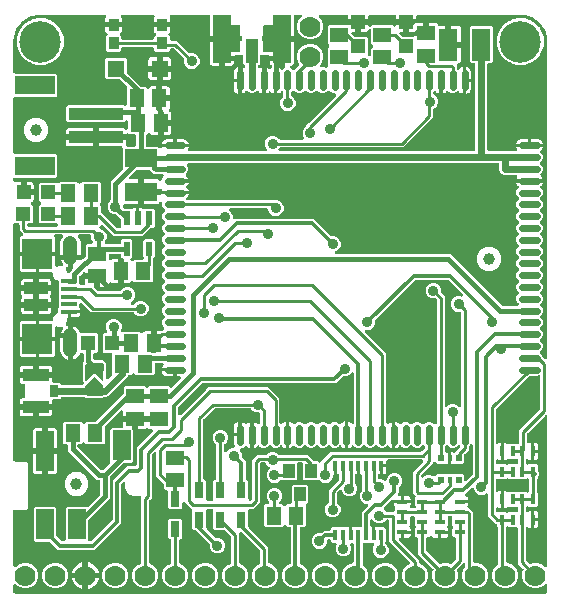
<source format=gbr>
G04 EAGLE Gerber RS-274X export*
G75*
%MOMM*%
%FSLAX34Y34*%
%LPD*%
%INTop Copper*%
%IPPOS*%
%AMOC8*
5,1,8,0,0,1.08239X$1,22.5*%
G01*
%ADD10R,0.550000X1.200000*%
%ADD11R,1.200000X1.200000*%
%ADD12R,1.300000X1.500000*%
%ADD13R,4.600000X1.000000*%
%ADD14R,3.400000X1.600000*%
%ADD15R,1.500000X1.300000*%
%ADD16R,2.500000X2.500000*%
%ADD17C,1.208000*%
%ADD18R,1.350000X0.400000*%
%ADD19R,2.000000X1.000000*%
%ADD20R,0.900000X1.000000*%
%ADD21R,1.400000X1.400000*%
%ADD22R,2.700000X1.600000*%
%ADD23R,0.500000X0.500000*%
%ADD24R,0.400000X0.500000*%
%ADD25C,3.516000*%
%ADD26C,1.000000*%
%ADD27R,0.800000X1.350000*%
%ADD28R,0.350000X0.900000*%
%ADD29R,1.500000X2.500000*%
%ADD30R,1.500000X3.400000*%
%ADD31R,1.524000X4.064000*%
%ADD32R,1.016000X2.032000*%
%ADD33R,2.200000X1.050000*%
%ADD34R,0.800000X1.000000*%
%ADD35R,0.900000X0.450000*%
%ADD36R,0.450000X0.900000*%
%ADD37C,0.600000*%
%ADD38R,1.600000X2.700000*%
%ADD39C,1.778000*%
%ADD40R,1.000000X1.200000*%
%ADD41R,1.200000X1.300000*%
%ADD42C,0.381000*%
%ADD43C,0.406400*%
%ADD44C,0.304800*%
%ADD45C,0.906400*%
%ADD46C,0.254000*%
%ADD47C,0.609600*%

G36*
X453508Y2556D02*
X453508Y2556D01*
X453627Y2563D01*
X453665Y2576D01*
X453706Y2581D01*
X453816Y2624D01*
X453929Y2661D01*
X453964Y2683D01*
X454001Y2698D01*
X454097Y2767D01*
X454198Y2831D01*
X454226Y2861D01*
X454259Y2884D01*
X454335Y2976D01*
X454416Y3063D01*
X454436Y3098D01*
X454461Y3129D01*
X454512Y3237D01*
X454570Y3341D01*
X454580Y3381D01*
X454597Y3417D01*
X454619Y3534D01*
X454649Y3649D01*
X454653Y3709D01*
X454657Y3729D01*
X454655Y3750D01*
X454659Y3810D01*
X454659Y9428D01*
X454642Y9565D01*
X454629Y9704D01*
X454622Y9723D01*
X454619Y9744D01*
X454568Y9872D01*
X454521Y10004D01*
X454510Y10020D01*
X454502Y10039D01*
X454421Y10152D01*
X454343Y10267D01*
X454327Y10280D01*
X454316Y10297D01*
X454208Y10385D01*
X454104Y10477D01*
X454086Y10486D01*
X454071Y10499D01*
X453945Y10559D01*
X453821Y10622D01*
X453801Y10626D01*
X453783Y10635D01*
X453646Y10661D01*
X453511Y10691D01*
X453490Y10691D01*
X453471Y10695D01*
X453332Y10686D01*
X453193Y10682D01*
X453173Y10676D01*
X453153Y10675D01*
X453021Y10632D01*
X452887Y10593D01*
X452870Y10583D01*
X452851Y10577D01*
X452733Y10502D01*
X452613Y10432D01*
X452592Y10413D01*
X452582Y10407D01*
X452568Y10392D01*
X452493Y10325D01*
X450687Y8520D01*
X446673Y6857D01*
X442327Y6857D01*
X438313Y8520D01*
X435240Y11593D01*
X433577Y15607D01*
X433577Y19953D01*
X434448Y22054D01*
X434455Y22082D01*
X434469Y22108D01*
X434497Y22235D01*
X434531Y22360D01*
X434532Y22390D01*
X434538Y22419D01*
X434534Y22548D01*
X434537Y22678D01*
X434530Y22707D01*
X434529Y22737D01*
X434493Y22861D01*
X434462Y22988D01*
X434449Y23014D01*
X434440Y23042D01*
X434375Y23154D01*
X434314Y23269D01*
X434294Y23291D01*
X434279Y23316D01*
X434172Y23437D01*
X429957Y27652D01*
X429957Y57358D01*
X429942Y57476D01*
X429935Y57595D01*
X429922Y57633D01*
X429917Y57674D01*
X429874Y57784D01*
X429837Y57897D01*
X429815Y57932D01*
X429800Y57969D01*
X429731Y58065D01*
X429667Y58166D01*
X429637Y58194D01*
X429614Y58227D01*
X429522Y58303D01*
X429435Y58384D01*
X429400Y58404D01*
X429369Y58429D01*
X429261Y58480D01*
X429157Y58538D01*
X429117Y58548D01*
X429081Y58565D01*
X428964Y58587D01*
X428849Y58617D01*
X428789Y58621D01*
X428769Y58625D01*
X428748Y58623D01*
X428688Y58627D01*
X422168Y58627D01*
X421729Y59066D01*
X421620Y59151D01*
X421513Y59240D01*
X421494Y59248D01*
X421478Y59261D01*
X421350Y59316D01*
X421225Y59375D01*
X421205Y59379D01*
X421186Y59387D01*
X421048Y59409D01*
X420912Y59435D01*
X420892Y59434D01*
X420872Y59437D01*
X420733Y59424D01*
X420595Y59415D01*
X420576Y59409D01*
X420556Y59407D01*
X420425Y59360D01*
X420293Y59317D01*
X420275Y59306D01*
X420256Y59300D01*
X420142Y59222D01*
X420024Y59147D01*
X420010Y59132D01*
X419993Y59121D01*
X419901Y59017D01*
X419806Y58915D01*
X419796Y58898D01*
X419783Y58883D01*
X419720Y58759D01*
X419652Y58637D01*
X419647Y58617D01*
X419638Y58599D01*
X419608Y58463D01*
X419573Y58329D01*
X419571Y58301D01*
X419568Y58289D01*
X419569Y58269D01*
X419563Y58168D01*
X419563Y29972D01*
X419578Y29854D01*
X419585Y29735D01*
X419598Y29697D01*
X419603Y29656D01*
X419646Y29546D01*
X419683Y29433D01*
X419705Y29398D01*
X419720Y29361D01*
X419789Y29265D01*
X419853Y29164D01*
X419883Y29136D01*
X419906Y29103D01*
X419998Y29027D01*
X420085Y28946D01*
X420120Y28926D01*
X420151Y28901D01*
X420259Y28850D01*
X420363Y28792D01*
X420403Y28782D01*
X420439Y28765D01*
X420556Y28743D01*
X420671Y28713D01*
X420731Y28709D01*
X420751Y28705D01*
X420772Y28707D01*
X420832Y28703D01*
X421273Y28703D01*
X425287Y27040D01*
X428360Y23967D01*
X430023Y19953D01*
X430023Y15607D01*
X428360Y11593D01*
X425287Y8520D01*
X421273Y6857D01*
X416927Y6857D01*
X412913Y8520D01*
X409840Y11593D01*
X408177Y15607D01*
X408177Y19953D01*
X409840Y23967D01*
X412586Y26713D01*
X412646Y26791D01*
X412714Y26863D01*
X412743Y26916D01*
X412780Y26964D01*
X412820Y27055D01*
X412868Y27141D01*
X412883Y27200D01*
X412907Y27256D01*
X412922Y27354D01*
X412947Y27449D01*
X412953Y27549D01*
X412957Y27570D01*
X412955Y27582D01*
X412957Y27610D01*
X412957Y58312D01*
X412945Y58410D01*
X412942Y58510D01*
X412925Y58568D01*
X412917Y58628D01*
X412881Y58720D01*
X412853Y58815D01*
X412823Y58867D01*
X412800Y58924D01*
X412742Y59004D01*
X412692Y59089D01*
X412626Y59164D01*
X412614Y59181D01*
X412604Y59189D01*
X412585Y59210D01*
X411977Y59818D01*
X411977Y60588D01*
X411962Y60706D01*
X411955Y60825D01*
X411942Y60863D01*
X411937Y60904D01*
X411894Y61014D01*
X411857Y61127D01*
X411835Y61162D01*
X411820Y61199D01*
X411751Y61295D01*
X411687Y61396D01*
X411657Y61424D01*
X411634Y61457D01*
X411542Y61533D01*
X411455Y61614D01*
X411420Y61634D01*
X411389Y61659D01*
X411281Y61710D01*
X411177Y61768D01*
X411137Y61778D01*
X411101Y61795D01*
X411043Y61806D01*
X404367Y68482D01*
X404367Y86019D01*
X404361Y86069D01*
X404363Y86118D01*
X404341Y86226D01*
X404327Y86335D01*
X404309Y86381D01*
X404299Y86430D01*
X404251Y86528D01*
X404210Y86630D01*
X404181Y86671D01*
X404159Y86715D01*
X404088Y86799D01*
X404024Y86888D01*
X403985Y86919D01*
X403953Y86957D01*
X403863Y87020D01*
X403779Y87091D01*
X403734Y87112D01*
X403693Y87140D01*
X403590Y87179D01*
X403491Y87226D01*
X403442Y87235D01*
X403396Y87253D01*
X403286Y87265D01*
X403179Y87286D01*
X403129Y87283D01*
X403080Y87288D01*
X402971Y87273D01*
X402861Y87266D01*
X402814Y87251D01*
X402765Y87244D01*
X402612Y87192D01*
X400086Y86145D01*
X397474Y86145D01*
X395061Y87145D01*
X393215Y88991D01*
X392236Y91354D01*
X392211Y91397D01*
X392195Y91444D01*
X392133Y91535D01*
X392078Y91630D01*
X392044Y91666D01*
X392016Y91707D01*
X391934Y91780D01*
X391857Y91859D01*
X391815Y91885D01*
X391778Y91918D01*
X391680Y91968D01*
X391586Y92025D01*
X391539Y92040D01*
X391494Y92062D01*
X391387Y92086D01*
X391282Y92119D01*
X391233Y92121D01*
X391184Y92132D01*
X391074Y92129D01*
X390964Y92134D01*
X390916Y92124D01*
X390866Y92122D01*
X390761Y92092D01*
X390653Y92070D01*
X390608Y92048D01*
X390561Y92034D01*
X390466Y91978D01*
X390367Y91930D01*
X390329Y91897D01*
X390287Y91872D01*
X390166Y91766D01*
X387468Y89069D01*
X385466Y87066D01*
X385385Y86961D01*
X385299Y86860D01*
X385288Y86836D01*
X385271Y86815D01*
X385218Y86693D01*
X385161Y86574D01*
X385155Y86548D01*
X385145Y86523D01*
X385124Y86392D01*
X385098Y86262D01*
X385099Y86235D01*
X385095Y86209D01*
X385107Y86077D01*
X385114Y85945D01*
X385122Y85919D01*
X385125Y85892D01*
X385169Y85768D01*
X385209Y85641D01*
X385223Y85618D01*
X385232Y85593D01*
X385307Y85483D01*
X385376Y85371D01*
X385396Y85352D01*
X385411Y85330D01*
X385510Y85242D01*
X385606Y85150D01*
X385629Y85137D01*
X385649Y85119D01*
X385767Y85059D01*
X385882Y84994D01*
X385919Y84982D01*
X385932Y84975D01*
X385954Y84970D01*
X386035Y84943D01*
X386091Y84928D01*
X386670Y84593D01*
X387143Y84120D01*
X387478Y83541D01*
X387651Y82894D01*
X387651Y81579D01*
X380610Y81579D01*
X380492Y81564D01*
X380373Y81557D01*
X380335Y81545D01*
X380295Y81540D01*
X380184Y81496D01*
X380071Y81459D01*
X380037Y81437D01*
X379999Y81423D01*
X379903Y81353D01*
X379802Y81289D01*
X379774Y81259D01*
X379742Y81236D01*
X379666Y81144D01*
X379584Y81057D01*
X379565Y81022D01*
X379539Y80991D01*
X379488Y80883D01*
X379431Y80779D01*
X379421Y80740D01*
X379403Y80703D01*
X379381Y80586D01*
X379351Y80471D01*
X379347Y80411D01*
X379344Y80391D01*
X379344Y80390D01*
X379345Y80370D01*
X379341Y80310D01*
X379356Y80192D01*
X379363Y80073D01*
X379376Y80034D01*
X379381Y79994D01*
X379425Y79884D01*
X379461Y79770D01*
X379483Y79736D01*
X379498Y79699D01*
X379568Y79602D01*
X379632Y79502D01*
X379661Y79474D01*
X379685Y79441D01*
X379777Y79365D01*
X379863Y79284D01*
X379899Y79264D01*
X379930Y79238D01*
X380037Y79188D01*
X380142Y79130D01*
X380181Y79120D01*
X380217Y79103D01*
X380334Y79081D01*
X380450Y79051D01*
X380510Y79047D01*
X380530Y79043D01*
X380550Y79044D01*
X380610Y79041D01*
X387651Y79041D01*
X387651Y77726D01*
X387478Y77079D01*
X387153Y76517D01*
X387101Y76395D01*
X387045Y76275D01*
X387040Y76248D01*
X387029Y76223D01*
X387010Y76092D01*
X386985Y75962D01*
X386987Y75936D01*
X386983Y75909D01*
X386997Y75777D01*
X387005Y75645D01*
X387013Y75619D01*
X387016Y75593D01*
X387062Y75469D01*
X387103Y75343D01*
X387117Y75320D01*
X387127Y75294D01*
X387202Y75186D01*
X387273Y75074D01*
X387293Y75055D01*
X387308Y75033D01*
X387408Y74947D01*
X387505Y74856D01*
X387528Y74843D01*
X387549Y74825D01*
X387667Y74766D01*
X387783Y74702D01*
X387809Y74696D01*
X387834Y74684D01*
X387963Y74656D01*
X388091Y74623D01*
X388129Y74621D01*
X388145Y74617D01*
X388167Y74618D01*
X388252Y74613D01*
X388528Y74613D01*
X390834Y72307D01*
X390834Y72306D01*
X391923Y71218D01*
X391923Y29972D01*
X391938Y29854D01*
X391945Y29735D01*
X391958Y29697D01*
X391963Y29656D01*
X392006Y29546D01*
X392043Y29433D01*
X392065Y29398D01*
X392080Y29361D01*
X392149Y29265D01*
X392213Y29164D01*
X392243Y29136D01*
X392266Y29103D01*
X392358Y29027D01*
X392445Y28946D01*
X392480Y28926D01*
X392511Y28901D01*
X392619Y28850D01*
X392723Y28792D01*
X392763Y28782D01*
X392799Y28765D01*
X392916Y28743D01*
X393031Y28713D01*
X393091Y28709D01*
X393111Y28705D01*
X393132Y28707D01*
X393192Y28703D01*
X395873Y28703D01*
X399887Y27040D01*
X402960Y23967D01*
X404623Y19953D01*
X404623Y15607D01*
X402960Y11593D01*
X399887Y8520D01*
X395873Y6857D01*
X391527Y6857D01*
X387513Y8520D01*
X384440Y11593D01*
X382777Y15607D01*
X382777Y19953D01*
X384440Y23967D01*
X384946Y24473D01*
X385006Y24551D01*
X385074Y24623D01*
X385103Y24676D01*
X385140Y24724D01*
X385180Y24815D01*
X385228Y24901D01*
X385243Y24960D01*
X385267Y25016D01*
X385282Y25114D01*
X385307Y25209D01*
X385313Y25295D01*
X385315Y25307D01*
X385314Y25315D01*
X385317Y25330D01*
X385315Y25342D01*
X385317Y25370D01*
X385317Y27062D01*
X385300Y27200D01*
X385287Y27339D01*
X385280Y27358D01*
X385277Y27378D01*
X385226Y27507D01*
X385179Y27638D01*
X385168Y27655D01*
X385160Y27673D01*
X385079Y27786D01*
X385001Y27901D01*
X384985Y27914D01*
X384974Y27931D01*
X384866Y28020D01*
X384762Y28112D01*
X384744Y28121D01*
X384729Y28134D01*
X384603Y28193D01*
X384479Y28256D01*
X384459Y28261D01*
X384441Y28269D01*
X384304Y28295D01*
X384169Y28326D01*
X384148Y28325D01*
X384129Y28329D01*
X383990Y28320D01*
X383851Y28316D01*
X383831Y28310D01*
X383811Y28309D01*
X383679Y28266D01*
X383545Y28228D01*
X383528Y28217D01*
X383509Y28211D01*
X383391Y28137D01*
X383271Y28066D01*
X383250Y28048D01*
X383240Y28041D01*
X383226Y28026D01*
X383151Y27960D01*
X381606Y26416D01*
X378628Y23437D01*
X378609Y23413D01*
X378587Y23394D01*
X378512Y23288D01*
X378433Y23186D01*
X378421Y23158D01*
X378404Y23134D01*
X378358Y23013D01*
X378306Y22894D01*
X378302Y22865D01*
X378291Y22837D01*
X378277Y22708D01*
X378256Y22580D01*
X378259Y22550D01*
X378256Y22521D01*
X378274Y22392D01*
X378286Y22263D01*
X378296Y22235D01*
X378300Y22206D01*
X378352Y22054D01*
X379223Y19953D01*
X379223Y15607D01*
X377560Y11593D01*
X374487Y8520D01*
X370473Y6857D01*
X366127Y6857D01*
X362113Y8520D01*
X359040Y11593D01*
X357377Y15607D01*
X357377Y19953D01*
X358248Y22054D01*
X358255Y22082D01*
X358269Y22108D01*
X358297Y22235D01*
X358331Y22360D01*
X358332Y22390D01*
X358338Y22419D01*
X358334Y22548D01*
X358337Y22678D01*
X358330Y22707D01*
X358329Y22737D01*
X358293Y22861D01*
X358262Y22988D01*
X358249Y23014D01*
X358240Y23042D01*
X358174Y23154D01*
X358114Y23269D01*
X358094Y23291D01*
X358079Y23316D01*
X357972Y23437D01*
X345557Y35852D01*
X345557Y48758D01*
X345542Y48876D01*
X345535Y48995D01*
X345522Y49033D01*
X345517Y49074D01*
X345474Y49184D01*
X345437Y49297D01*
X345415Y49332D01*
X345400Y49369D01*
X345331Y49465D01*
X345267Y49566D01*
X345237Y49594D01*
X345214Y49627D01*
X345122Y49703D01*
X345035Y49784D01*
X345000Y49804D01*
X344969Y49829D01*
X344861Y49880D01*
X344757Y49938D01*
X344717Y49948D01*
X344681Y49965D01*
X344564Y49987D01*
X344449Y50017D01*
X344389Y50021D01*
X344369Y50025D01*
X344348Y50023D01*
X344288Y50027D01*
X343518Y50027D01*
X342327Y51218D01*
X342327Y57402D01*
X342838Y57913D01*
X342911Y58007D01*
X342990Y58096D01*
X343008Y58132D01*
X343033Y58164D01*
X343080Y58273D01*
X343134Y58379D01*
X343143Y58418D01*
X343159Y58456D01*
X343178Y58573D01*
X343204Y58689D01*
X343203Y58730D01*
X343209Y58770D01*
X343198Y58888D01*
X343194Y59007D01*
X343183Y59046D01*
X343179Y59086D01*
X343139Y59198D01*
X343106Y59313D01*
X343085Y59348D01*
X343072Y59386D01*
X343005Y59484D01*
X342944Y59587D01*
X342904Y59632D01*
X342893Y59649D01*
X342878Y59662D01*
X342838Y59708D01*
X342327Y60218D01*
X342327Y66738D01*
X342312Y66856D01*
X342305Y66975D01*
X342292Y67013D01*
X342287Y67054D01*
X342244Y67164D01*
X342207Y67277D01*
X342185Y67312D01*
X342170Y67349D01*
X342101Y67445D01*
X342037Y67546D01*
X342007Y67574D01*
X341984Y67607D01*
X341892Y67683D01*
X341805Y67764D01*
X341770Y67784D01*
X341739Y67809D01*
X341631Y67860D01*
X341527Y67918D01*
X341487Y67928D01*
X341451Y67945D01*
X341334Y67967D01*
X341219Y67997D01*
X341159Y68001D01*
X341139Y68005D01*
X341118Y68003D01*
X341058Y68007D01*
X339662Y68007D01*
X339544Y67992D01*
X339425Y67985D01*
X339387Y67972D01*
X339346Y67967D01*
X339236Y67924D01*
X339123Y67887D01*
X339088Y67865D01*
X339051Y67850D01*
X338955Y67781D01*
X338854Y67717D01*
X338826Y67687D01*
X338793Y67664D01*
X338717Y67572D01*
X338636Y67485D01*
X338616Y67450D01*
X338591Y67419D01*
X338540Y67311D01*
X338482Y67207D01*
X338472Y67167D01*
X338455Y67131D01*
X338433Y67014D01*
X338403Y66899D01*
X338399Y66839D01*
X338395Y66819D01*
X338397Y66798D01*
X338393Y66738D01*
X338393Y60218D01*
X338241Y60067D01*
X338168Y59973D01*
X338090Y59883D01*
X338071Y59847D01*
X338046Y59815D01*
X337999Y59706D01*
X337945Y59600D01*
X337936Y59561D01*
X337920Y59524D01*
X337901Y59406D01*
X337875Y59290D01*
X337877Y59250D01*
X337870Y59210D01*
X337881Y59091D01*
X337885Y58972D01*
X337896Y58933D01*
X337900Y58893D01*
X337940Y58781D01*
X337973Y58666D01*
X337994Y58632D01*
X338008Y58594D01*
X338075Y58495D01*
X338135Y58392D01*
X338175Y58347D01*
X338186Y58330D01*
X338202Y58317D01*
X338241Y58272D01*
X338393Y58120D01*
X338728Y57541D01*
X338901Y56894D01*
X338901Y55579D01*
X331860Y55579D01*
X331742Y55564D01*
X331623Y55557D01*
X331585Y55545D01*
X331545Y55540D01*
X331434Y55496D01*
X331321Y55459D01*
X331287Y55437D01*
X331249Y55423D01*
X331153Y55353D01*
X331052Y55289D01*
X331052Y55288D01*
X331024Y55259D01*
X330992Y55236D01*
X330992Y55235D01*
X330991Y55235D01*
X330915Y55143D01*
X330834Y55057D01*
X330814Y55021D01*
X330788Y54990D01*
X330738Y54883D01*
X330680Y54778D01*
X330670Y54739D01*
X330653Y54703D01*
X330631Y54586D01*
X330601Y54470D01*
X330597Y54410D01*
X330593Y54390D01*
X330594Y54370D01*
X330591Y54310D01*
X330591Y49519D01*
X330326Y49519D01*
X330188Y49502D01*
X330049Y49489D01*
X330030Y49482D01*
X330010Y49479D01*
X329881Y49428D01*
X329750Y49381D01*
X329733Y49370D01*
X329715Y49362D01*
X329602Y49281D01*
X329487Y49203D01*
X329474Y49187D01*
X329457Y49176D01*
X329369Y49068D01*
X329276Y48964D01*
X329267Y48946D01*
X329254Y48931D01*
X329195Y48805D01*
X329132Y48681D01*
X329127Y48661D01*
X329119Y48643D01*
X329093Y48507D01*
X329062Y48371D01*
X329063Y48350D01*
X329059Y48331D01*
X329068Y48192D01*
X329072Y48053D01*
X329078Y48033D01*
X329079Y48013D01*
X329122Y47881D01*
X329160Y47747D01*
X329171Y47730D01*
X329177Y47711D01*
X329252Y47593D01*
X329322Y47473D01*
X329340Y47452D01*
X329347Y47442D01*
X329362Y47428D01*
X329363Y47426D01*
X329367Y47422D01*
X329428Y47353D01*
X343896Y32884D01*
X346203Y30578D01*
X346203Y29083D01*
X346206Y29053D01*
X346204Y29024D01*
X346226Y28896D01*
X346243Y28767D01*
X346253Y28740D01*
X346258Y28711D01*
X346312Y28592D01*
X346360Y28471D01*
X346377Y28448D01*
X346389Y28421D01*
X346470Y28319D01*
X346546Y28214D01*
X346569Y28195D01*
X346588Y28172D01*
X346691Y28094D01*
X346791Y28011D01*
X346818Y27999D01*
X346842Y27981D01*
X346986Y27910D01*
X349087Y27040D01*
X352160Y23967D01*
X353823Y19953D01*
X353823Y15607D01*
X352160Y11593D01*
X349087Y8520D01*
X345073Y6857D01*
X340727Y6857D01*
X336713Y8520D01*
X333640Y11593D01*
X331977Y15607D01*
X331977Y19953D01*
X333640Y23967D01*
X336713Y27040D01*
X337565Y27393D01*
X337608Y27417D01*
X337655Y27434D01*
X337746Y27496D01*
X337841Y27550D01*
X337877Y27585D01*
X337918Y27613D01*
X337991Y27695D01*
X338069Y27772D01*
X338095Y27814D01*
X338128Y27851D01*
X338178Y27949D01*
X338236Y28043D01*
X338250Y28090D01*
X338273Y28134D01*
X338297Y28242D01*
X338329Y28347D01*
X338332Y28396D01*
X338342Y28445D01*
X338339Y28555D01*
X338344Y28664D01*
X338334Y28713D01*
X338333Y28763D01*
X338302Y28868D01*
X338280Y28976D01*
X338258Y29020D01*
X338244Y29068D01*
X338189Y29163D01*
X338140Y29261D01*
X338108Y29299D01*
X338083Y29342D01*
X337976Y29463D01*
X320547Y46892D01*
X320547Y64008D01*
X320532Y64126D01*
X320525Y64245D01*
X320512Y64283D01*
X320507Y64324D01*
X320464Y64434D01*
X320427Y64547D01*
X320405Y64582D01*
X320390Y64619D01*
X320321Y64715D01*
X320257Y64816D01*
X320227Y64844D01*
X320204Y64877D01*
X320112Y64953D01*
X320025Y65034D01*
X319990Y65054D01*
X319959Y65079D01*
X319851Y65130D01*
X319747Y65188D01*
X319707Y65198D01*
X319671Y65215D01*
X319554Y65237D01*
X319439Y65267D01*
X319379Y65271D01*
X319359Y65275D01*
X319338Y65273D01*
X319278Y65277D01*
X318927Y65277D01*
X318829Y65265D01*
X318730Y65262D01*
X318672Y65245D01*
X318611Y65237D01*
X318519Y65201D01*
X318424Y65173D01*
X318372Y65143D01*
X318316Y65120D01*
X318236Y65062D01*
X318150Y65012D01*
X318075Y64946D01*
X318058Y64934D01*
X318051Y64924D01*
X318029Y64906D01*
X316139Y63015D01*
X313726Y62015D01*
X311114Y62015D01*
X308701Y63015D01*
X306713Y65003D01*
X306604Y65088D01*
X306497Y65176D01*
X306478Y65185D01*
X306462Y65198D01*
X306334Y65253D01*
X306209Y65312D01*
X306189Y65316D01*
X306170Y65324D01*
X306032Y65346D01*
X305896Y65372D01*
X305876Y65371D01*
X305856Y65374D01*
X305717Y65361D01*
X305579Y65352D01*
X305560Y65346D01*
X305540Y65344D01*
X305408Y65297D01*
X305277Y65254D01*
X305259Y65243D01*
X305240Y65236D01*
X305125Y65158D01*
X305008Y65084D01*
X304994Y65069D01*
X304977Y65058D01*
X304885Y64953D01*
X304790Y64852D01*
X304780Y64835D01*
X304767Y64819D01*
X304703Y64695D01*
X304636Y64574D01*
X304631Y64554D01*
X304622Y64536D01*
X304592Y64400D01*
X304557Y64266D01*
X304555Y64238D01*
X304552Y64226D01*
X304553Y64205D01*
X304547Y64105D01*
X304547Y60340D01*
X304562Y60222D01*
X304569Y60103D01*
X304582Y60065D01*
X304587Y60024D01*
X304630Y59914D01*
X304667Y59801D01*
X304689Y59766D01*
X304704Y59729D01*
X304773Y59633D01*
X304837Y59532D01*
X304867Y59504D01*
X304890Y59471D01*
X304982Y59395D01*
X305069Y59314D01*
X305104Y59294D01*
X305135Y59269D01*
X305243Y59218D01*
X305347Y59160D01*
X305387Y59150D01*
X305423Y59133D01*
X305540Y59111D01*
X305655Y59081D01*
X305715Y59077D01*
X305735Y59073D01*
X305756Y59075D01*
X305816Y59071D01*
X306371Y59071D01*
X306371Y52030D01*
X306386Y51912D01*
X306393Y51793D01*
X306405Y51755D01*
X306410Y51715D01*
X306454Y51604D01*
X306491Y51491D01*
X306513Y51457D01*
X306527Y51419D01*
X306597Y51323D01*
X306661Y51222D01*
X306691Y51194D01*
X306714Y51162D01*
X306806Y51086D01*
X306893Y51004D01*
X306928Y50985D01*
X306959Y50959D01*
X307067Y50908D01*
X307171Y50851D01*
X307210Y50841D01*
X307247Y50823D01*
X307364Y50801D01*
X307479Y50771D01*
X307539Y50767D01*
X307559Y50764D01*
X307560Y50764D01*
X307580Y50765D01*
X307640Y50761D01*
X307758Y50776D01*
X307877Y50783D01*
X307915Y50796D01*
X307956Y50801D01*
X308066Y50845D01*
X308180Y50881D01*
X308214Y50903D01*
X308251Y50918D01*
X308348Y50988D01*
X308448Y51052D01*
X308476Y51081D01*
X308509Y51105D01*
X308585Y51197D01*
X308666Y51283D01*
X308686Y51319D01*
X308712Y51350D01*
X308762Y51457D01*
X308820Y51562D01*
X308830Y51601D01*
X308847Y51637D01*
X308869Y51754D01*
X308899Y51870D01*
X308903Y51930D01*
X308907Y51950D01*
X308906Y51958D01*
X308907Y51961D01*
X308906Y51976D01*
X308909Y52030D01*
X308909Y59071D01*
X309724Y59071D01*
X310371Y58898D01*
X310656Y58733D01*
X310741Y58697D01*
X310822Y58652D01*
X310887Y58636D01*
X310949Y58610D01*
X311041Y58596D01*
X311130Y58573D01*
X311247Y58566D01*
X311264Y58563D01*
X311272Y58564D01*
X311291Y58563D01*
X316732Y58563D01*
X317923Y57372D01*
X317923Y46688D01*
X317814Y46580D01*
X317754Y46501D01*
X317686Y46429D01*
X317662Y46386D01*
X317654Y46376D01*
X317649Y46367D01*
X317620Y46328D01*
X317580Y46238D01*
X317532Y46151D01*
X317517Y46092D01*
X317493Y46037D01*
X317478Y45939D01*
X317453Y45843D01*
X317447Y45743D01*
X317443Y45723D01*
X317445Y45710D01*
X317443Y45682D01*
X317443Y45427D01*
X317455Y45329D01*
X317458Y45230D01*
X317475Y45172D01*
X317483Y45111D01*
X317519Y45019D01*
X317547Y44924D01*
X317577Y44872D01*
X317600Y44816D01*
X317658Y44736D01*
X317708Y44650D01*
X317774Y44575D01*
X317786Y44558D01*
X317796Y44551D01*
X317814Y44529D01*
X319255Y43089D01*
X320255Y40676D01*
X320255Y38064D01*
X319255Y35651D01*
X317409Y33805D01*
X314996Y32805D01*
X312384Y32805D01*
X309971Y33805D01*
X308125Y35651D01*
X307125Y38064D01*
X307125Y40676D01*
X308185Y43234D01*
X308198Y43282D01*
X308219Y43327D01*
X308240Y43435D01*
X308269Y43541D01*
X308270Y43591D01*
X308279Y43640D01*
X308272Y43749D01*
X308274Y43859D01*
X308262Y43907D01*
X308259Y43957D01*
X308226Y44061D01*
X308200Y44168D01*
X308177Y44212D01*
X308161Y44259D01*
X308103Y44352D01*
X308051Y44449D01*
X308018Y44486D01*
X307991Y44528D01*
X307911Y44603D01*
X307837Y44685D01*
X307796Y44712D01*
X307760Y44746D01*
X307663Y44799D01*
X307572Y44859D01*
X307525Y44876D01*
X307481Y44900D01*
X307375Y44927D01*
X307271Y44963D01*
X307221Y44967D01*
X307173Y44979D01*
X307012Y44989D01*
X305556Y44989D01*
X304909Y45162D01*
X304624Y45327D01*
X304539Y45363D01*
X304458Y45408D01*
X304393Y45424D01*
X304331Y45450D01*
X304239Y45464D01*
X304150Y45487D01*
X304033Y45494D01*
X304016Y45497D01*
X304008Y45496D01*
X303989Y45497D01*
X299466Y45497D01*
X299348Y45482D01*
X299229Y45475D01*
X299191Y45462D01*
X299150Y45457D01*
X299040Y45414D01*
X298927Y45377D01*
X298892Y45355D01*
X298855Y45340D01*
X298759Y45271D01*
X298658Y45207D01*
X298630Y45177D01*
X298597Y45154D01*
X298521Y45062D01*
X298440Y44975D01*
X298420Y44940D01*
X298395Y44909D01*
X298344Y44801D01*
X298286Y44697D01*
X298276Y44657D01*
X298259Y44621D01*
X298237Y44504D01*
X298207Y44389D01*
X298203Y44329D01*
X298199Y44309D01*
X298201Y44288D01*
X298197Y44228D01*
X298197Y27656D01*
X298209Y27558D01*
X298212Y27459D01*
X298229Y27401D01*
X298237Y27341D01*
X298273Y27248D01*
X298301Y27153D01*
X298331Y27101D01*
X298354Y27045D01*
X298412Y26965D01*
X298462Y26879D01*
X298528Y26804D01*
X298540Y26787D01*
X298550Y26780D01*
X298568Y26759D01*
X301360Y23967D01*
X303023Y19953D01*
X303023Y15607D01*
X301360Y11593D01*
X298287Y8520D01*
X294273Y6857D01*
X289927Y6857D01*
X285913Y8520D01*
X282840Y11593D01*
X281177Y15607D01*
X281177Y19953D01*
X282840Y23967D01*
X285913Y27040D01*
X289969Y28720D01*
X290051Y28725D01*
X290089Y28738D01*
X290130Y28743D01*
X290240Y28786D01*
X290353Y28823D01*
X290388Y28845D01*
X290425Y28860D01*
X290521Y28929D01*
X290622Y28993D01*
X290650Y29023D01*
X290683Y29046D01*
X290759Y29138D01*
X290840Y29225D01*
X290860Y29260D01*
X290885Y29291D01*
X290936Y29399D01*
X290994Y29503D01*
X291004Y29543D01*
X291021Y29579D01*
X291043Y29696D01*
X291073Y29811D01*
X291077Y29871D01*
X291081Y29891D01*
X291079Y29912D01*
X291083Y29972D01*
X291083Y43720D01*
X291068Y43838D01*
X291061Y43957D01*
X291048Y43995D01*
X291043Y44036D01*
X291000Y44146D01*
X290963Y44259D01*
X290941Y44294D01*
X290926Y44331D01*
X290857Y44427D01*
X290793Y44528D01*
X290763Y44556D01*
X290740Y44589D01*
X290648Y44665D01*
X290561Y44746D01*
X290526Y44766D01*
X290495Y44791D01*
X290387Y44842D01*
X290283Y44900D01*
X290243Y44910D01*
X290207Y44927D01*
X290090Y44949D01*
X289975Y44979D01*
X289915Y44983D01*
X289895Y44987D01*
X289874Y44985D01*
X289814Y44989D01*
X289144Y44989D01*
X289094Y44983D01*
X289045Y44985D01*
X288937Y44963D01*
X288828Y44949D01*
X288782Y44931D01*
X288733Y44921D01*
X288635Y44873D01*
X288532Y44832D01*
X288492Y44803D01*
X288448Y44781D01*
X288364Y44710D01*
X288275Y44646D01*
X288243Y44607D01*
X288206Y44575D01*
X288142Y44485D01*
X288072Y44401D01*
X288051Y44356D01*
X288022Y44315D01*
X287984Y44212D01*
X287937Y44113D01*
X287927Y44064D01*
X287910Y44018D01*
X287898Y43908D01*
X287877Y43801D01*
X287880Y43751D01*
X287875Y43702D01*
X287890Y43593D01*
X287897Y43483D01*
X287912Y43436D01*
X287919Y43387D01*
X287971Y43234D01*
X288505Y41946D01*
X288505Y39334D01*
X287505Y36921D01*
X285659Y35075D01*
X283246Y34075D01*
X280634Y34075D01*
X278221Y35075D01*
X276375Y36921D01*
X275375Y39334D01*
X275375Y41946D01*
X276119Y43742D01*
X276133Y43790D01*
X276154Y43835D01*
X276174Y43943D01*
X276203Y44049D01*
X276204Y44099D01*
X276213Y44148D01*
X276207Y44257D01*
X276208Y44367D01*
X276197Y44415D01*
X276194Y44465D01*
X276160Y44569D01*
X276134Y44676D01*
X276111Y44720D01*
X276096Y44767D01*
X276037Y44860D01*
X275986Y44957D01*
X275952Y44994D01*
X275926Y45036D01*
X275845Y45111D01*
X275772Y45193D01*
X275730Y45220D01*
X275694Y45254D01*
X275598Y45307D01*
X275506Y45367D01*
X275459Y45384D01*
X275415Y45408D01*
X275309Y45435D01*
X275205Y45471D01*
X275156Y45475D01*
X275107Y45487D01*
X274947Y45497D01*
X272548Y45497D01*
X271357Y46688D01*
X271357Y47204D01*
X271342Y47322D01*
X271335Y47441D01*
X271322Y47479D01*
X271317Y47520D01*
X271274Y47630D01*
X271237Y47743D01*
X271215Y47778D01*
X271200Y47815D01*
X271131Y47911D01*
X271067Y48012D01*
X271037Y48040D01*
X271014Y48073D01*
X270922Y48149D01*
X270835Y48230D01*
X270800Y48250D01*
X270769Y48275D01*
X270661Y48326D01*
X270557Y48384D01*
X270517Y48394D01*
X270481Y48411D01*
X270364Y48433D01*
X270249Y48463D01*
X270189Y48467D01*
X270169Y48471D01*
X270148Y48469D01*
X270088Y48473D01*
X269454Y48473D01*
X269336Y48458D01*
X269217Y48451D01*
X269179Y48438D01*
X269138Y48433D01*
X269028Y48390D01*
X268915Y48353D01*
X268880Y48331D01*
X268843Y48316D01*
X268746Y48246D01*
X268646Y48183D01*
X268618Y48153D01*
X268585Y48130D01*
X268509Y48038D01*
X268428Y47951D01*
X268408Y47916D01*
X268383Y47885D01*
X268332Y47777D01*
X268274Y47673D01*
X268264Y47633D01*
X268247Y47597D01*
X268225Y47480D01*
X268195Y47365D01*
X268191Y47305D01*
X268187Y47285D01*
X268189Y47264D01*
X268185Y47204D01*
X268185Y45684D01*
X267185Y43271D01*
X265339Y41425D01*
X262926Y40425D01*
X260314Y40425D01*
X257901Y41425D01*
X256055Y43271D01*
X255055Y45684D01*
X255055Y48296D01*
X256055Y50709D01*
X257901Y52555D01*
X260314Y53555D01*
X262629Y53555D01*
X262727Y53567D01*
X262826Y53570D01*
X262884Y53587D01*
X262945Y53595D01*
X263037Y53631D01*
X263132Y53659D01*
X263184Y53689D01*
X263240Y53712D01*
X263320Y53770D01*
X263406Y53820D01*
X263481Y53886D01*
X263498Y53898D01*
X263505Y53908D01*
X263527Y53926D01*
X265187Y55587D01*
X270088Y55587D01*
X270206Y55602D01*
X270325Y55609D01*
X270363Y55622D01*
X270404Y55627D01*
X270514Y55670D01*
X270627Y55707D01*
X270662Y55729D01*
X270699Y55744D01*
X270795Y55813D01*
X270896Y55877D01*
X270924Y55907D01*
X270957Y55930D01*
X271033Y56022D01*
X271114Y56109D01*
X271134Y56144D01*
X271159Y56175D01*
X271210Y56283D01*
X271268Y56387D01*
X271278Y56427D01*
X271295Y56463D01*
X271317Y56580D01*
X271347Y56695D01*
X271351Y56755D01*
X271355Y56775D01*
X271353Y56796D01*
X271357Y56856D01*
X271357Y57372D01*
X272548Y58563D01*
X277847Y58563D01*
X277853Y58560D01*
X277959Y58506D01*
X277998Y58497D01*
X278035Y58481D01*
X278153Y58462D01*
X278269Y58436D01*
X278310Y58437D01*
X278350Y58431D01*
X278468Y58442D01*
X278587Y58446D01*
X278626Y58457D01*
X278666Y58461D01*
X278778Y58501D01*
X278893Y58534D01*
X278927Y58555D01*
X278950Y58563D01*
X284489Y58563D01*
X284581Y58574D01*
X284673Y58576D01*
X284738Y58594D01*
X284805Y58603D01*
X284891Y58637D01*
X284980Y58661D01*
X285085Y58713D01*
X285100Y58720D01*
X285107Y58725D01*
X285124Y58733D01*
X285409Y58898D01*
X286056Y59071D01*
X286871Y59071D01*
X286871Y52030D01*
X286886Y51912D01*
X286893Y51793D01*
X286905Y51755D01*
X286910Y51715D01*
X286954Y51604D01*
X286991Y51491D01*
X287013Y51457D01*
X287027Y51419D01*
X287097Y51323D01*
X287161Y51222D01*
X287191Y51194D01*
X287214Y51162D01*
X287306Y51086D01*
X287393Y51004D01*
X287428Y50985D01*
X287459Y50959D01*
X287567Y50908D01*
X287671Y50851D01*
X287710Y50841D01*
X287747Y50823D01*
X287864Y50801D01*
X287979Y50771D01*
X288039Y50767D01*
X288059Y50764D01*
X288060Y50764D01*
X288080Y50765D01*
X288140Y50761D01*
X288258Y50776D01*
X288377Y50783D01*
X288415Y50796D01*
X288456Y50801D01*
X288566Y50845D01*
X288680Y50881D01*
X288714Y50903D01*
X288751Y50918D01*
X288848Y50988D01*
X288948Y51052D01*
X288976Y51081D01*
X289009Y51105D01*
X289085Y51197D01*
X289166Y51283D01*
X289186Y51319D01*
X289212Y51350D01*
X289262Y51457D01*
X289320Y51562D01*
X289330Y51601D01*
X289347Y51637D01*
X289369Y51754D01*
X289399Y51870D01*
X289403Y51930D01*
X289407Y51950D01*
X289406Y51958D01*
X289407Y51961D01*
X289406Y51976D01*
X289409Y52030D01*
X289409Y59071D01*
X290224Y59071D01*
X290871Y58898D01*
X291156Y58733D01*
X291241Y58697D01*
X291322Y58652D01*
X291387Y58636D01*
X291449Y58610D01*
X291541Y58596D01*
X291630Y58573D01*
X291747Y58566D01*
X291764Y58563D01*
X291772Y58564D01*
X291791Y58563D01*
X296164Y58563D01*
X296282Y58578D01*
X296401Y58585D01*
X296439Y58598D01*
X296480Y58603D01*
X296590Y58646D01*
X296703Y58683D01*
X296738Y58705D01*
X296775Y58720D01*
X296871Y58789D01*
X296972Y58853D01*
X297000Y58883D01*
X297033Y58906D01*
X297109Y58998D01*
X297190Y59085D01*
X297210Y59120D01*
X297235Y59151D01*
X297286Y59259D01*
X297344Y59363D01*
X297354Y59403D01*
X297371Y59439D01*
X297393Y59556D01*
X297423Y59671D01*
X297427Y59731D01*
X297431Y59751D01*
X297429Y59772D01*
X297433Y59832D01*
X297433Y71323D01*
X299889Y73778D01*
X302469Y76359D01*
X302554Y76468D01*
X302642Y76575D01*
X302651Y76594D01*
X302664Y76610D01*
X302719Y76738D01*
X302778Y76863D01*
X302782Y76883D01*
X302790Y76902D01*
X302812Y77040D01*
X302838Y77176D01*
X302837Y77196D01*
X302840Y77216D01*
X302827Y77355D01*
X302818Y77493D01*
X302812Y77512D01*
X302810Y77532D01*
X302763Y77664D01*
X302720Y77795D01*
X302709Y77813D01*
X302702Y77832D01*
X302624Y77947D01*
X302550Y78064D01*
X302535Y78078D01*
X302524Y78095D01*
X302419Y78187D01*
X302318Y78282D01*
X302301Y78292D01*
X302285Y78305D01*
X302161Y78369D01*
X302040Y78436D01*
X302020Y78441D01*
X302002Y78450D01*
X301866Y78480D01*
X301732Y78515D01*
X301704Y78517D01*
X301692Y78520D01*
X301671Y78519D01*
X301571Y78525D01*
X300954Y78525D01*
X298541Y79525D01*
X296695Y81371D01*
X295695Y83784D01*
X295695Y86396D01*
X296695Y88809D01*
X297465Y89579D01*
X297526Y89658D01*
X297594Y89730D01*
X297623Y89783D01*
X297660Y89831D01*
X297700Y89922D01*
X297748Y90008D01*
X297763Y90067D01*
X297787Y90123D01*
X297802Y90221D01*
X297827Y90316D01*
X297833Y90416D01*
X297837Y90437D01*
X297835Y90449D01*
X297837Y90477D01*
X297837Y102220D01*
X297822Y102338D01*
X297815Y102457D01*
X297802Y102495D01*
X297797Y102536D01*
X297754Y102646D01*
X297717Y102759D01*
X297695Y102794D01*
X297680Y102831D01*
X297611Y102927D01*
X297547Y103028D01*
X297517Y103056D01*
X297494Y103089D01*
X297402Y103165D01*
X297315Y103246D01*
X297280Y103266D01*
X297249Y103291D01*
X297141Y103342D01*
X297037Y103400D01*
X296997Y103410D01*
X296961Y103427D01*
X296844Y103449D01*
X296729Y103479D01*
X296669Y103483D01*
X296649Y103487D01*
X296628Y103485D01*
X296568Y103489D01*
X295909Y103489D01*
X295909Y110530D01*
X295894Y110648D01*
X295887Y110767D01*
X295875Y110805D01*
X295870Y110845D01*
X295826Y110956D01*
X295789Y111069D01*
X295767Y111103D01*
X295753Y111141D01*
X295683Y111237D01*
X295619Y111338D01*
X295589Y111366D01*
X295566Y111398D01*
X295474Y111474D01*
X295387Y111556D01*
X295352Y111575D01*
X295321Y111601D01*
X295213Y111652D01*
X295109Y111709D01*
X295070Y111719D01*
X295033Y111737D01*
X294916Y111759D01*
X294801Y111789D01*
X294741Y111793D01*
X294721Y111796D01*
X294720Y111796D01*
X294700Y111795D01*
X294640Y111799D01*
X294522Y111784D01*
X294403Y111777D01*
X294364Y111764D01*
X294324Y111759D01*
X294214Y111715D01*
X294100Y111679D01*
X294066Y111657D01*
X294029Y111642D01*
X293932Y111572D01*
X293832Y111508D01*
X293804Y111479D01*
X293771Y111455D01*
X293695Y111363D01*
X293614Y111277D01*
X293594Y111241D01*
X293568Y111210D01*
X293518Y111103D01*
X293460Y110998D01*
X293450Y110959D01*
X293433Y110923D01*
X293411Y110806D01*
X293381Y110690D01*
X293377Y110630D01*
X293373Y110610D01*
X293374Y110590D01*
X293371Y110530D01*
X293371Y103489D01*
X292712Y103489D01*
X292594Y103474D01*
X292475Y103467D01*
X292437Y103454D01*
X292396Y103449D01*
X292286Y103406D01*
X292173Y103369D01*
X292138Y103347D01*
X292101Y103332D01*
X292005Y103263D01*
X291904Y103199D01*
X291876Y103169D01*
X291843Y103146D01*
X291767Y103054D01*
X291686Y102967D01*
X291666Y102932D01*
X291641Y102901D01*
X291590Y102793D01*
X291532Y102689D01*
X291522Y102649D01*
X291505Y102613D01*
X291483Y102496D01*
X291453Y102381D01*
X291449Y102321D01*
X291445Y102301D01*
X291447Y102280D01*
X291443Y102220D01*
X291443Y96827D01*
X291455Y96729D01*
X291458Y96630D01*
X291475Y96572D01*
X291483Y96511D01*
X291519Y96419D01*
X291547Y96324D01*
X291577Y96272D01*
X291600Y96216D01*
X291658Y96136D01*
X291708Y96050D01*
X291774Y95975D01*
X291786Y95958D01*
X291796Y95951D01*
X291814Y95929D01*
X292585Y95159D01*
X293585Y92746D01*
X293585Y90134D01*
X292585Y87721D01*
X290739Y85875D01*
X288326Y84875D01*
X285714Y84875D01*
X283301Y85875D01*
X281455Y87721D01*
X280743Y89440D01*
X280718Y89483D01*
X280701Y89530D01*
X280640Y89621D01*
X280585Y89716D01*
X280551Y89752D01*
X280523Y89793D01*
X280440Y89866D01*
X280364Y89945D01*
X280322Y89971D01*
X280284Y90004D01*
X280186Y90054D01*
X280093Y90111D01*
X280045Y90126D01*
X280001Y90148D01*
X279894Y90172D01*
X279789Y90205D01*
X279739Y90207D01*
X279691Y90218D01*
X279581Y90215D01*
X279471Y90220D01*
X279423Y90210D01*
X279373Y90208D01*
X279267Y90178D01*
X279160Y90155D01*
X279115Y90134D01*
X279067Y90120D01*
X278973Y90064D01*
X278874Y90016D01*
X278836Y89983D01*
X278793Y89958D01*
X278673Y89852D01*
X276724Y87904D01*
X276664Y87825D01*
X276596Y87753D01*
X276567Y87700D01*
X276530Y87652D01*
X276490Y87561D01*
X276442Y87475D01*
X276427Y87416D01*
X276403Y87361D01*
X276388Y87263D01*
X276363Y87167D01*
X276357Y87067D01*
X276353Y87046D01*
X276355Y87034D01*
X276353Y87006D01*
X276353Y80167D01*
X276365Y80069D01*
X276368Y79970D01*
X276385Y79912D01*
X276393Y79851D01*
X276429Y79759D01*
X276457Y79664D01*
X276487Y79612D01*
X276510Y79556D01*
X276568Y79476D01*
X276618Y79390D01*
X276684Y79315D01*
X276696Y79298D01*
X276706Y79291D01*
X276724Y79269D01*
X278615Y77379D01*
X279615Y74966D01*
X279615Y72354D01*
X278615Y69941D01*
X276769Y68095D01*
X274356Y67095D01*
X271744Y67095D01*
X269331Y68095D01*
X267485Y69941D01*
X266485Y72354D01*
X266485Y74966D01*
X267485Y77379D01*
X269376Y79269D01*
X269436Y79348D01*
X269504Y79420D01*
X269533Y79473D01*
X269570Y79521D01*
X269610Y79612D01*
X269658Y79698D01*
X269673Y79757D01*
X269697Y79813D01*
X269712Y79911D01*
X269737Y80006D01*
X269743Y80106D01*
X269747Y80127D01*
X269745Y80139D01*
X269747Y80167D01*
X269747Y90268D01*
X278266Y98786D01*
X278326Y98865D01*
X278394Y98937D01*
X278423Y98990D01*
X278460Y99038D01*
X278500Y99129D01*
X278548Y99215D01*
X278563Y99274D01*
X278587Y99329D01*
X278602Y99427D01*
X278627Y99523D01*
X278633Y99623D01*
X278637Y99644D01*
X278635Y99656D01*
X278637Y99684D01*
X278637Y102220D01*
X278622Y102338D01*
X278615Y102457D01*
X278602Y102495D01*
X278597Y102536D01*
X278554Y102646D01*
X278517Y102759D01*
X278495Y102794D01*
X278480Y102831D01*
X278411Y102927D01*
X278347Y103028D01*
X278317Y103056D01*
X278294Y103089D01*
X278202Y103165D01*
X278115Y103246D01*
X278080Y103266D01*
X278049Y103291D01*
X277941Y103342D01*
X277837Y103400D01*
X277797Y103410D01*
X277761Y103427D01*
X277644Y103449D01*
X277529Y103479D01*
X277469Y103483D01*
X277449Y103487D01*
X277428Y103485D01*
X277368Y103489D01*
X276409Y103489D01*
X276409Y110530D01*
X276394Y110648D01*
X276387Y110767D01*
X276375Y110805D01*
X276370Y110845D01*
X276326Y110956D01*
X276289Y111069D01*
X276267Y111103D01*
X276253Y111141D01*
X276183Y111237D01*
X276119Y111338D01*
X276089Y111366D01*
X276066Y111398D01*
X275974Y111474D01*
X275887Y111556D01*
X275852Y111575D01*
X275821Y111601D01*
X275713Y111652D01*
X275609Y111709D01*
X275570Y111719D01*
X275533Y111737D01*
X275416Y111759D01*
X275301Y111789D01*
X275241Y111793D01*
X275221Y111796D01*
X275220Y111796D01*
X275200Y111795D01*
X275140Y111799D01*
X275022Y111784D01*
X274903Y111777D01*
X274864Y111764D01*
X274824Y111759D01*
X274714Y111715D01*
X274600Y111679D01*
X274566Y111657D01*
X274529Y111642D01*
X274432Y111572D01*
X274332Y111508D01*
X274304Y111479D01*
X274271Y111455D01*
X274195Y111363D01*
X274114Y111277D01*
X274094Y111241D01*
X274068Y111210D01*
X274018Y111103D01*
X273960Y110998D01*
X273950Y110959D01*
X273933Y110923D01*
X273911Y110806D01*
X273881Y110690D01*
X273877Y110630D01*
X273873Y110610D01*
X273874Y110590D01*
X273871Y110530D01*
X273871Y103295D01*
X273827Y103263D01*
X273726Y103199D01*
X273698Y103169D01*
X273665Y103146D01*
X273589Y103054D01*
X273508Y102967D01*
X273488Y102932D01*
X273463Y102901D01*
X273412Y102793D01*
X273354Y102689D01*
X273344Y102649D01*
X273327Y102613D01*
X273305Y102496D01*
X273275Y102381D01*
X273271Y102321D01*
X273267Y102301D01*
X273269Y102280D01*
X273265Y102220D01*
X273265Y101564D01*
X272265Y99151D01*
X270419Y97305D01*
X268006Y96305D01*
X265394Y96305D01*
X262981Y97305D01*
X262023Y98263D01*
X261929Y98336D01*
X261839Y98415D01*
X261803Y98433D01*
X261772Y98458D01*
X261662Y98505D01*
X261556Y98560D01*
X261517Y98568D01*
X261480Y98584D01*
X261362Y98603D01*
X261246Y98629D01*
X261206Y98628D01*
X261166Y98634D01*
X261047Y98623D01*
X260928Y98620D01*
X260889Y98608D01*
X260849Y98605D01*
X260737Y98564D01*
X260623Y98531D01*
X260588Y98511D01*
X260550Y98497D01*
X260536Y98487D01*
X248768Y98487D01*
X247577Y99678D01*
X247577Y112268D01*
X247562Y112386D01*
X247555Y112505D01*
X247542Y112543D01*
X247537Y112584D01*
X247494Y112694D01*
X247457Y112807D01*
X247435Y112842D01*
X247420Y112879D01*
X247351Y112975D01*
X247287Y113076D01*
X247257Y113104D01*
X247234Y113137D01*
X247142Y113213D01*
X247055Y113294D01*
X247020Y113314D01*
X246989Y113339D01*
X246881Y113390D01*
X246777Y113448D01*
X246737Y113458D01*
X246701Y113475D01*
X246584Y113497D01*
X246469Y113527D01*
X246409Y113531D01*
X246389Y113535D01*
X246368Y113533D01*
X246308Y113537D01*
X243912Y113537D01*
X243794Y113522D01*
X243675Y113515D01*
X243637Y113502D01*
X243596Y113497D01*
X243486Y113454D01*
X243373Y113417D01*
X243338Y113395D01*
X243301Y113380D01*
X243205Y113311D01*
X243104Y113247D01*
X243076Y113217D01*
X243043Y113194D01*
X242967Y113102D01*
X242886Y113015D01*
X242866Y112980D01*
X242841Y112949D01*
X242790Y112841D01*
X242732Y112737D01*
X242722Y112697D01*
X242705Y112661D01*
X242683Y112544D01*
X242653Y112429D01*
X242649Y112369D01*
X242645Y112349D01*
X242647Y112328D01*
X242643Y112268D01*
X242643Y99678D01*
X241452Y98487D01*
X229674Y98487D01*
X229631Y98506D01*
X229526Y98560D01*
X229486Y98568D01*
X229449Y98584D01*
X229331Y98603D01*
X229215Y98629D01*
X229175Y98628D01*
X229135Y98634D01*
X229017Y98623D01*
X228897Y98620D01*
X228859Y98608D01*
X228818Y98605D01*
X228706Y98564D01*
X228592Y98531D01*
X228557Y98511D01*
X228519Y98497D01*
X228421Y98430D01*
X228318Y98370D01*
X228273Y98330D01*
X228256Y98318D01*
X228242Y98303D01*
X228197Y98263D01*
X227239Y97305D01*
X224826Y96305D01*
X222214Y96305D01*
X219801Y97305D01*
X217955Y99151D01*
X216955Y101564D01*
X216955Y104176D01*
X217955Y106589D01*
X219196Y107830D01*
X219226Y107869D01*
X219263Y107903D01*
X219324Y107994D01*
X219391Y108081D01*
X219411Y108127D01*
X219438Y108168D01*
X219474Y108272D01*
X219517Y108373D01*
X219525Y108422D01*
X219541Y108469D01*
X219550Y108578D01*
X219567Y108687D01*
X219562Y108737D01*
X219566Y108786D01*
X219548Y108894D01*
X219537Y109004D01*
X219520Y109051D01*
X219512Y109099D01*
X219467Y109199D01*
X219430Y109303D01*
X219402Y109344D01*
X219381Y109389D01*
X219313Y109475D01*
X219251Y109566D01*
X219214Y109599D01*
X219183Y109638D01*
X219095Y109704D01*
X219013Y109777D01*
X218968Y109799D01*
X218929Y109829D01*
X218784Y109900D01*
X218531Y110005D01*
X216685Y111851D01*
X216311Y112754D01*
X216296Y112779D01*
X216287Y112807D01*
X216218Y112917D01*
X216153Y113030D01*
X216133Y113051D01*
X216117Y113076D01*
X216022Y113165D01*
X215932Y113258D01*
X215907Y113274D01*
X215885Y113294D01*
X215772Y113357D01*
X215661Y113425D01*
X215633Y113433D01*
X215607Y113448D01*
X215481Y113480D01*
X215357Y113518D01*
X215328Y113520D01*
X215299Y113527D01*
X215138Y113537D01*
X212852Y113537D01*
X212734Y113522D01*
X212615Y113515D01*
X212577Y113502D01*
X212536Y113497D01*
X212426Y113454D01*
X212313Y113417D01*
X212278Y113395D01*
X212241Y113380D01*
X212145Y113311D01*
X212044Y113247D01*
X212016Y113217D01*
X211983Y113194D01*
X211907Y113102D01*
X211826Y113015D01*
X211806Y112980D01*
X211781Y112949D01*
X211730Y112841D01*
X211672Y112737D01*
X211662Y112697D01*
X211645Y112661D01*
X211623Y112544D01*
X211593Y112429D01*
X211589Y112369D01*
X211585Y112349D01*
X211587Y112328D01*
X211583Y112268D01*
X211583Y79912D01*
X205838Y74167D01*
X202872Y74167D01*
X202732Y74150D01*
X202593Y74136D01*
X202575Y74130D01*
X202556Y74127D01*
X202426Y74076D01*
X202294Y74028D01*
X202278Y74017D01*
X202260Y74010D01*
X202147Y73928D01*
X202031Y73849D01*
X202019Y73835D01*
X202003Y73824D01*
X201914Y73715D01*
X201821Y73611D01*
X201813Y73594D01*
X201800Y73579D01*
X201741Y73452D01*
X201677Y73327D01*
X201673Y73308D01*
X201665Y73291D01*
X201639Y73154D01*
X201608Y73017D01*
X201609Y72997D01*
X201605Y72979D01*
X201613Y72854D01*
X201613Y59213D01*
X201625Y59115D01*
X201628Y59016D01*
X201645Y58957D01*
X201653Y58897D01*
X201689Y58805D01*
X201717Y58710D01*
X201747Y58658D01*
X201770Y58602D01*
X201828Y58522D01*
X201878Y58436D01*
X201944Y58361D01*
X201956Y58344D01*
X201966Y58337D01*
X201985Y58315D01*
X202352Y57948D01*
X202352Y57933D01*
X202369Y57874D01*
X202377Y57814D01*
X202413Y57722D01*
X202441Y57627D01*
X202471Y57575D01*
X202494Y57519D01*
X202552Y57439D01*
X202602Y57353D01*
X202668Y57278D01*
X202680Y57261D01*
X202690Y57253D01*
X202708Y57232D01*
X217933Y42008D01*
X217933Y29609D01*
X217936Y29580D01*
X217934Y29550D01*
X217956Y29422D01*
X217973Y29293D01*
X217983Y29266D01*
X217988Y29237D01*
X218042Y29118D01*
X218090Y28998D01*
X218107Y28974D01*
X218119Y28947D01*
X218200Y28845D01*
X218276Y28740D01*
X218299Y28721D01*
X218318Y28698D01*
X218421Y28620D01*
X218521Y28537D01*
X218548Y28525D01*
X218572Y28507D01*
X218716Y28436D01*
X222087Y27040D01*
X225160Y23967D01*
X226823Y19953D01*
X226823Y15607D01*
X225160Y11593D01*
X222087Y8520D01*
X218073Y6857D01*
X213727Y6857D01*
X209713Y8520D01*
X206640Y11593D01*
X204977Y15607D01*
X204977Y19953D01*
X206640Y23967D01*
X209713Y27040D01*
X210544Y27384D01*
X210569Y27399D01*
X210597Y27408D01*
X210707Y27477D01*
X210820Y27542D01*
X210841Y27562D01*
X210866Y27578D01*
X210955Y27672D01*
X211048Y27763D01*
X211064Y27788D01*
X211084Y27810D01*
X211147Y27923D01*
X211215Y28034D01*
X211223Y28062D01*
X211238Y28088D01*
X211270Y28214D01*
X211308Y28338D01*
X211310Y28367D01*
X211317Y28396D01*
X211327Y28557D01*
X211327Y38746D01*
X211315Y38844D01*
X211312Y38943D01*
X211295Y39002D01*
X211287Y39062D01*
X211251Y39154D01*
X211223Y39249D01*
X211193Y39301D01*
X211170Y39357D01*
X211112Y39437D01*
X211062Y39523D01*
X210996Y39598D01*
X210984Y39615D01*
X210974Y39623D01*
X210956Y39644D01*
X198038Y52562D01*
X197959Y52622D01*
X197887Y52690D01*
X197834Y52719D01*
X197786Y52756D01*
X197695Y52796D01*
X197609Y52844D01*
X197550Y52859D01*
X197495Y52883D01*
X197397Y52898D01*
X197323Y52917D01*
X195969Y54271D01*
X195860Y54356D01*
X195753Y54444D01*
X195734Y54453D01*
X195718Y54466D01*
X195590Y54521D01*
X195465Y54580D01*
X195445Y54584D01*
X195426Y54592D01*
X195288Y54614D01*
X195152Y54640D01*
X195132Y54639D01*
X195112Y54642D01*
X194973Y54629D01*
X194835Y54620D01*
X194816Y54614D01*
X194796Y54612D01*
X194664Y54565D01*
X194533Y54522D01*
X194515Y54511D01*
X194496Y54504D01*
X194381Y54426D01*
X194264Y54352D01*
X194250Y54337D01*
X194233Y54326D01*
X194141Y54221D01*
X194046Y54120D01*
X194036Y54103D01*
X194023Y54087D01*
X193959Y53963D01*
X193892Y53842D01*
X193887Y53822D01*
X193878Y53804D01*
X193848Y53668D01*
X193813Y53534D01*
X193811Y53506D01*
X193808Y53494D01*
X193809Y53473D01*
X193803Y53373D01*
X193803Y29083D01*
X193806Y29053D01*
X193804Y29024D01*
X193826Y28896D01*
X193843Y28767D01*
X193853Y28740D01*
X193858Y28711D01*
X193912Y28592D01*
X193960Y28471D01*
X193977Y28448D01*
X193989Y28421D01*
X194070Y28319D01*
X194146Y28214D01*
X194169Y28195D01*
X194188Y28172D01*
X194291Y28094D01*
X194391Y28011D01*
X194418Y27999D01*
X194442Y27981D01*
X194586Y27910D01*
X196687Y27040D01*
X199760Y23967D01*
X201423Y19953D01*
X201423Y15607D01*
X199760Y11593D01*
X196687Y8520D01*
X192673Y6857D01*
X188327Y6857D01*
X184313Y8520D01*
X181240Y11593D01*
X179577Y15607D01*
X179577Y19953D01*
X181240Y23967D01*
X184313Y27040D01*
X186414Y27910D01*
X186439Y27925D01*
X186467Y27934D01*
X186577Y28003D01*
X186690Y28068D01*
X186711Y28088D01*
X186736Y28104D01*
X186825Y28199D01*
X186918Y28289D01*
X186934Y28314D01*
X186954Y28336D01*
X187017Y28449D01*
X187085Y28560D01*
X187093Y28588D01*
X187108Y28614D01*
X187140Y28740D01*
X187178Y28864D01*
X187180Y28893D01*
X187187Y28922D01*
X187197Y29083D01*
X187197Y50176D01*
X187185Y50274D01*
X187182Y50373D01*
X187165Y50432D01*
X187157Y50492D01*
X187121Y50584D01*
X187093Y50679D01*
X187063Y50731D01*
X187040Y50787D01*
X186982Y50867D01*
X186932Y50953D01*
X186866Y51028D01*
X186854Y51045D01*
X186844Y51053D01*
X186826Y51074D01*
X182284Y55616D01*
X182205Y55676D01*
X182133Y55744D01*
X182080Y55773D01*
X182032Y55810D01*
X181941Y55850D01*
X181855Y55898D01*
X181796Y55913D01*
X181741Y55937D01*
X181643Y55952D01*
X181547Y55977D01*
X181447Y55983D01*
X181427Y55987D01*
X181414Y55985D01*
X181386Y55987D01*
X172958Y55987D01*
X171767Y57178D01*
X171767Y72777D01*
X171775Y72818D01*
X171774Y72837D01*
X171777Y72856D01*
X171764Y72996D01*
X171755Y73135D01*
X171749Y73153D01*
X171748Y73172D01*
X171700Y73305D01*
X171657Y73437D01*
X171647Y73454D01*
X171640Y73472D01*
X171562Y73588D01*
X171487Y73706D01*
X171473Y73719D01*
X171462Y73735D01*
X171358Y73828D01*
X171255Y73924D01*
X171239Y73933D01*
X171224Y73946D01*
X171100Y74010D01*
X170977Y74078D01*
X170958Y74082D01*
X170941Y74091D01*
X170805Y74122D01*
X170669Y74157D01*
X170642Y74159D01*
X170631Y74161D01*
X170611Y74161D01*
X170508Y74167D01*
X167312Y74167D01*
X167172Y74150D01*
X167033Y74136D01*
X167015Y74130D01*
X166996Y74127D01*
X166866Y74076D01*
X166734Y74028D01*
X166718Y74017D01*
X166700Y74010D01*
X166587Y73928D01*
X166471Y73849D01*
X166459Y73835D01*
X166443Y73824D01*
X166354Y73715D01*
X166261Y73611D01*
X166253Y73594D01*
X166240Y73579D01*
X166181Y73452D01*
X166117Y73327D01*
X166113Y73308D01*
X166105Y73291D01*
X166079Y73154D01*
X166048Y73017D01*
X166049Y72997D01*
X166045Y72979D01*
X166053Y72854D01*
X166053Y57943D01*
X166065Y57845D01*
X166068Y57746D01*
X166085Y57688D01*
X166093Y57627D01*
X166129Y57535D01*
X166157Y57440D01*
X166187Y57388D01*
X166210Y57332D01*
X166268Y57252D01*
X166318Y57166D01*
X166384Y57091D01*
X166396Y57074D01*
X166406Y57067D01*
X166424Y57045D01*
X173353Y50116D01*
X173432Y50056D01*
X173504Y49988D01*
X173557Y49959D01*
X173605Y49922D01*
X173696Y49882D01*
X173782Y49834D01*
X173841Y49819D01*
X173897Y49795D01*
X173995Y49780D01*
X174090Y49755D01*
X174190Y49749D01*
X174211Y49745D01*
X174223Y49747D01*
X174251Y49745D01*
X176566Y49745D01*
X178979Y48745D01*
X180825Y46899D01*
X181825Y44486D01*
X181825Y41874D01*
X180825Y39461D01*
X178979Y37615D01*
X176566Y36615D01*
X173954Y36615D01*
X171541Y37615D01*
X169695Y39461D01*
X168695Y41874D01*
X168695Y44189D01*
X168683Y44287D01*
X168680Y44386D01*
X168663Y44444D01*
X168655Y44505D01*
X168619Y44597D01*
X168591Y44692D01*
X168561Y44744D01*
X168538Y44800D01*
X168480Y44880D01*
X168430Y44966D01*
X168364Y45041D01*
X168352Y45058D01*
X168342Y45065D01*
X168324Y45087D01*
X157795Y55616D01*
X157716Y55676D01*
X157644Y55744D01*
X157591Y55773D01*
X157543Y55810D01*
X157452Y55850D01*
X157366Y55898D01*
X157307Y55913D01*
X157251Y55937D01*
X157153Y55952D01*
X157058Y55977D01*
X156958Y55983D01*
X156937Y55987D01*
X156925Y55985D01*
X156897Y55987D01*
X155178Y55987D01*
X153987Y57178D01*
X153987Y72428D01*
X154027Y72520D01*
X154081Y72626D01*
X154090Y72665D01*
X154106Y72702D01*
X154125Y72820D01*
X154151Y72936D01*
X154150Y72977D01*
X154156Y73017D01*
X154145Y73135D01*
X154141Y73254D01*
X154130Y73293D01*
X154126Y73333D01*
X154086Y73445D01*
X154053Y73560D01*
X154032Y73594D01*
X154019Y73632D01*
X153952Y73731D01*
X153891Y73834D01*
X153851Y73879D01*
X153840Y73896D01*
X153825Y73909D01*
X153785Y73954D01*
X150134Y77606D01*
X147899Y79840D01*
X147790Y79925D01*
X147683Y80014D01*
X147664Y80022D01*
X147648Y80035D01*
X147520Y80090D01*
X147395Y80149D01*
X147375Y80153D01*
X147356Y80161D01*
X147218Y80183D01*
X147082Y80209D01*
X147062Y80208D01*
X147042Y80211D01*
X146903Y80198D01*
X146765Y80189D01*
X146746Y80183D01*
X146726Y80181D01*
X146594Y80134D01*
X146463Y80091D01*
X146445Y80080D01*
X146426Y80073D01*
X146311Y79995D01*
X146194Y79921D01*
X146180Y79906D01*
X146163Y79895D01*
X146071Y79791D01*
X145976Y79689D01*
X145966Y79672D01*
X145953Y79656D01*
X145889Y79532D01*
X145822Y79411D01*
X145817Y79391D01*
X145808Y79373D01*
X145778Y79237D01*
X145743Y79103D01*
X145741Y79075D01*
X145738Y79063D01*
X145739Y79042D01*
X145733Y78942D01*
X145733Y74958D01*
X144542Y73767D01*
X134858Y73767D01*
X133667Y74958D01*
X133667Y88648D01*
X133652Y88766D01*
X133645Y88885D01*
X133632Y88923D01*
X133627Y88964D01*
X133584Y89074D01*
X133547Y89187D01*
X133525Y89222D01*
X133510Y89259D01*
X133441Y89355D01*
X133377Y89456D01*
X133347Y89484D01*
X133324Y89517D01*
X133232Y89593D01*
X133145Y89674D01*
X133110Y89694D01*
X133079Y89719D01*
X132971Y89770D01*
X132867Y89828D01*
X132827Y89838D01*
X132791Y89855D01*
X132674Y89877D01*
X132559Y89907D01*
X132499Y89911D01*
X132479Y89915D01*
X132458Y89913D01*
X132398Y89917D01*
X131358Y89917D01*
X130167Y91108D01*
X130167Y94506D01*
X130155Y94604D01*
X130152Y94703D01*
X130135Y94762D01*
X130127Y94822D01*
X130091Y94914D01*
X130063Y95009D01*
X130033Y95061D01*
X130010Y95117D01*
X129952Y95197D01*
X129902Y95283D01*
X129836Y95358D01*
X129824Y95375D01*
X129814Y95383D01*
X129796Y95404D01*
X123697Y101502D01*
X123697Y121042D01*
X123680Y121180D01*
X123667Y121319D01*
X123660Y121338D01*
X123657Y121358D01*
X123606Y121487D01*
X123559Y121618D01*
X123548Y121635D01*
X123540Y121653D01*
X123459Y121766D01*
X123381Y121881D01*
X123365Y121894D01*
X123354Y121911D01*
X123246Y122000D01*
X123142Y122092D01*
X123124Y122101D01*
X123109Y122114D01*
X122983Y122173D01*
X122859Y122236D01*
X122839Y122241D01*
X122821Y122249D01*
X122684Y122275D01*
X122549Y122306D01*
X122528Y122305D01*
X122509Y122309D01*
X122370Y122300D01*
X122231Y122296D01*
X122211Y122290D01*
X122191Y122289D01*
X122059Y122246D01*
X121925Y122208D01*
X121908Y122197D01*
X121889Y122191D01*
X121771Y122117D01*
X121651Y122046D01*
X121630Y122028D01*
X121620Y122021D01*
X121606Y122006D01*
X121531Y121940D01*
X120514Y120924D01*
X120454Y120846D01*
X120386Y120773D01*
X120357Y120720D01*
X120320Y120672D01*
X120280Y120582D01*
X120232Y120495D01*
X120217Y120436D01*
X120193Y120381D01*
X120178Y120283D01*
X120153Y120187D01*
X120147Y120087D01*
X120143Y120066D01*
X120145Y120054D01*
X120143Y120026D01*
X120143Y83722D01*
X117974Y81554D01*
X117914Y81475D01*
X117846Y81403D01*
X117817Y81350D01*
X117780Y81302D01*
X117740Y81211D01*
X117692Y81125D01*
X117677Y81066D01*
X117653Y81011D01*
X117638Y80913D01*
X117613Y80817D01*
X117607Y80717D01*
X117603Y80697D01*
X117605Y80684D01*
X117603Y80656D01*
X117603Y29083D01*
X117606Y29053D01*
X117604Y29024D01*
X117626Y28896D01*
X117643Y28767D01*
X117653Y28740D01*
X117658Y28711D01*
X117712Y28592D01*
X117760Y28471D01*
X117777Y28448D01*
X117789Y28421D01*
X117870Y28319D01*
X117946Y28214D01*
X117969Y28195D01*
X117988Y28172D01*
X118091Y28094D01*
X118191Y28011D01*
X118218Y27999D01*
X118242Y27981D01*
X118386Y27910D01*
X120487Y27040D01*
X123560Y23967D01*
X125223Y19953D01*
X125223Y15607D01*
X123560Y11593D01*
X120487Y8520D01*
X116473Y6857D01*
X112127Y6857D01*
X108113Y8520D01*
X105040Y11593D01*
X103377Y15607D01*
X103377Y19953D01*
X105040Y23967D01*
X108113Y27040D01*
X110214Y27910D01*
X110239Y27925D01*
X110267Y27934D01*
X110377Y28003D01*
X110490Y28068D01*
X110511Y28088D01*
X110536Y28104D01*
X110625Y28199D01*
X110718Y28289D01*
X110734Y28314D01*
X110754Y28336D01*
X110817Y28449D01*
X110885Y28560D01*
X110893Y28588D01*
X110908Y28614D01*
X110940Y28740D01*
X110978Y28864D01*
X110980Y28893D01*
X110987Y28922D01*
X110997Y29083D01*
X110997Y84253D01*
X110991Y84302D01*
X110993Y84352D01*
X110971Y84459D01*
X110957Y84568D01*
X110939Y84615D01*
X110929Y84663D01*
X110881Y84762D01*
X110840Y84864D01*
X110811Y84904D01*
X110789Y84949D01*
X110718Y85032D01*
X110654Y85121D01*
X110615Y85153D01*
X110583Y85191D01*
X110493Y85254D01*
X110409Y85324D01*
X110364Y85345D01*
X110323Y85374D01*
X110220Y85413D01*
X110121Y85460D01*
X110072Y85469D01*
X110026Y85487D01*
X109916Y85499D01*
X109809Y85520D01*
X109759Y85517D01*
X109710Y85522D01*
X109601Y85507D01*
X109491Y85500D01*
X109444Y85485D01*
X109395Y85478D01*
X109242Y85426D01*
X108068Y84939D01*
X104472Y84939D01*
X101149Y86316D01*
X98606Y88859D01*
X97229Y92182D01*
X97229Y95485D01*
X97212Y95623D01*
X97199Y95761D01*
X97192Y95780D01*
X97189Y95801D01*
X97138Y95929D01*
X97091Y96061D01*
X97080Y96078D01*
X97072Y96096D01*
X96991Y96209D01*
X96913Y96324D01*
X96897Y96337D01*
X96886Y96354D01*
X96778Y96442D01*
X96674Y96534D01*
X96656Y96544D01*
X96641Y96556D01*
X96515Y96616D01*
X96391Y96679D01*
X96371Y96683D01*
X96353Y96692D01*
X96216Y96718D01*
X96081Y96749D01*
X96060Y96748D01*
X96041Y96752D01*
X95902Y96743D01*
X95763Y96739D01*
X95743Y96733D01*
X95723Y96732D01*
X95591Y96689D01*
X95457Y96651D01*
X95440Y96640D01*
X95421Y96634D01*
X95303Y96560D01*
X95183Y96489D01*
X95162Y96470D01*
X95152Y96464D01*
X95138Y96449D01*
X95063Y96383D01*
X94098Y95418D01*
X94038Y95340D01*
X93970Y95268D01*
X93941Y95215D01*
X93904Y95167D01*
X93864Y95076D01*
X93816Y94990D01*
X93801Y94931D01*
X93777Y94875D01*
X93762Y94777D01*
X93737Y94682D01*
X93731Y94582D01*
X93727Y94561D01*
X93729Y94549D01*
X93727Y94521D01*
X93727Y62027D01*
X71323Y39623D01*
X40437Y39623D01*
X37982Y42079D01*
X33985Y46076D01*
X33906Y46136D01*
X33834Y46204D01*
X33781Y46233D01*
X33733Y46270D01*
X33642Y46310D01*
X33556Y46358D01*
X33497Y46373D01*
X33441Y46397D01*
X33343Y46412D01*
X33248Y46437D01*
X33148Y46443D01*
X33127Y46447D01*
X33115Y46445D01*
X33087Y46447D01*
X20928Y46447D01*
X19737Y47638D01*
X19737Y74322D01*
X20928Y75513D01*
X37612Y75513D01*
X38803Y74322D01*
X38803Y51843D01*
X38815Y51745D01*
X38818Y51646D01*
X38835Y51588D01*
X38843Y51527D01*
X38879Y51435D01*
X38907Y51340D01*
X38937Y51288D01*
X38960Y51232D01*
X39018Y51152D01*
X39068Y51066D01*
X39134Y50991D01*
X39146Y50974D01*
X39156Y50967D01*
X39174Y50945D01*
X43011Y47108D01*
X43090Y47048D01*
X43162Y46980D01*
X43215Y46951D01*
X43263Y46914D01*
X43354Y46874D01*
X43440Y46826D01*
X43499Y46811D01*
X43555Y46787D01*
X43653Y46772D01*
X43748Y46747D01*
X43848Y46741D01*
X43869Y46737D01*
X43881Y46739D01*
X43909Y46737D01*
X45468Y46737D01*
X45586Y46752D01*
X45705Y46759D01*
X45743Y46772D01*
X45784Y46777D01*
X45894Y46820D01*
X46007Y46857D01*
X46042Y46879D01*
X46079Y46894D01*
X46175Y46963D01*
X46276Y47027D01*
X46304Y47057D01*
X46337Y47080D01*
X46413Y47172D01*
X46494Y47259D01*
X46514Y47294D01*
X46539Y47325D01*
X46590Y47433D01*
X46648Y47537D01*
X46658Y47577D01*
X46675Y47613D01*
X46697Y47730D01*
X46727Y47845D01*
X46731Y47905D01*
X46735Y47925D01*
X46733Y47946D01*
X46737Y48006D01*
X46737Y74322D01*
X47928Y75513D01*
X64529Y75513D01*
X64627Y75525D01*
X64726Y75528D01*
X64784Y75545D01*
X64844Y75553D01*
X64936Y75589D01*
X65031Y75617D01*
X65083Y75647D01*
X65140Y75670D01*
X65220Y75728D01*
X65305Y75778D01*
X65381Y75844D01*
X65397Y75856D01*
X65405Y75866D01*
X65426Y75884D01*
X75574Y86032D01*
X75634Y86110D01*
X75702Y86182D01*
X75731Y86235D01*
X75768Y86283D01*
X75808Y86374D01*
X75856Y86461D01*
X75871Y86519D01*
X75895Y86575D01*
X75910Y86673D01*
X75935Y86769D01*
X75941Y86869D01*
X75945Y86889D01*
X75943Y86901D01*
X75945Y86929D01*
X75945Y97536D01*
X75930Y97654D01*
X75923Y97773D01*
X75910Y97811D01*
X75905Y97852D01*
X75862Y97962D01*
X75825Y98075D01*
X75803Y98110D01*
X75788Y98147D01*
X75719Y98243D01*
X75655Y98344D01*
X75625Y98372D01*
X75602Y98405D01*
X75510Y98481D01*
X75423Y98562D01*
X75388Y98582D01*
X75357Y98607D01*
X75249Y98658D01*
X75145Y98716D01*
X75105Y98726D01*
X75069Y98743D01*
X74952Y98765D01*
X74837Y98795D01*
X74777Y98799D01*
X74757Y98803D01*
X74736Y98801D01*
X74676Y98805D01*
X73246Y98805D01*
X48665Y123386D01*
X48665Y127628D01*
X48650Y127746D01*
X48643Y127865D01*
X48630Y127903D01*
X48625Y127944D01*
X48582Y128054D01*
X48545Y128167D01*
X48523Y128202D01*
X48508Y128239D01*
X48439Y128335D01*
X48375Y128436D01*
X48345Y128464D01*
X48322Y128497D01*
X48230Y128573D01*
X48143Y128654D01*
X48108Y128674D01*
X48077Y128699D01*
X47969Y128750D01*
X47865Y128808D01*
X47825Y128818D01*
X47789Y128835D01*
X47672Y128857D01*
X47557Y128887D01*
X47497Y128891D01*
X47477Y128895D01*
X47456Y128893D01*
X47396Y128897D01*
X45388Y128897D01*
X44197Y130088D01*
X44197Y146772D01*
X45388Y147963D01*
X60072Y147963D01*
X61332Y146702D01*
X61427Y146629D01*
X61516Y146550D01*
X61552Y146532D01*
X61584Y146507D01*
X61693Y146460D01*
X61799Y146406D01*
X61838Y146397D01*
X61876Y146381D01*
X61993Y146362D01*
X62109Y146336D01*
X62150Y146337D01*
X62190Y146331D01*
X62308Y146342D01*
X62427Y146346D01*
X62466Y146357D01*
X62506Y146361D01*
X62619Y146401D01*
X62733Y146434D01*
X62767Y146455D01*
X62806Y146468D01*
X62904Y146535D01*
X63007Y146596D01*
X63052Y146636D01*
X63069Y146647D01*
X63082Y146662D01*
X63127Y146702D01*
X64388Y147963D01*
X71839Y147963D01*
X71937Y147975D01*
X72036Y147978D01*
X72094Y147995D01*
X72154Y148003D01*
X72246Y148039D01*
X72341Y148067D01*
X72394Y148097D01*
X72450Y148120D01*
X72530Y148178D01*
X72615Y148228D01*
X72691Y148294D01*
X72707Y148306D01*
X72715Y148316D01*
X72736Y148334D01*
X95234Y170832D01*
X95506Y171104D01*
X95566Y171182D01*
X95634Y171254D01*
X95663Y171307D01*
X95700Y171355D01*
X95740Y171446D01*
X95788Y171533D01*
X95803Y171591D01*
X95827Y171647D01*
X95842Y171745D01*
X95867Y171841D01*
X95873Y171941D01*
X95877Y171961D01*
X95875Y171973D01*
X95877Y172001D01*
X95877Y176862D01*
X97068Y178053D01*
X113752Y178053D01*
X114673Y177132D01*
X114767Y177059D01*
X114856Y176980D01*
X114892Y176962D01*
X114924Y176937D01*
X115033Y176890D01*
X115139Y176836D01*
X115178Y176827D01*
X115216Y176811D01*
X115333Y176792D01*
X115449Y176766D01*
X115490Y176767D01*
X115530Y176761D01*
X115648Y176772D01*
X115767Y176776D01*
X115806Y176787D01*
X115846Y176791D01*
X115958Y176831D01*
X116073Y176864D01*
X116108Y176885D01*
X116146Y176898D01*
X116244Y176965D01*
X116347Y177026D01*
X116392Y177066D01*
X116409Y177077D01*
X116422Y177092D01*
X116468Y177132D01*
X117388Y178053D01*
X134072Y178053D01*
X135146Y176979D01*
X135240Y176906D01*
X135329Y176827D01*
X135365Y176809D01*
X135397Y176784D01*
X135506Y176737D01*
X135612Y176683D01*
X135652Y176674D01*
X135689Y176658D01*
X135806Y176639D01*
X135922Y176613D01*
X135963Y176614D01*
X136003Y176608D01*
X136121Y176619D01*
X136240Y176623D01*
X136279Y176634D01*
X136319Y176638D01*
X136432Y176678D01*
X136546Y176711D01*
X136581Y176732D01*
X136619Y176745D01*
X136717Y176812D01*
X136820Y176873D01*
X136865Y176913D01*
X136882Y176924D01*
X136895Y176939D01*
X136941Y176979D01*
X144274Y184313D01*
X144359Y184422D01*
X144448Y184529D01*
X144457Y184548D01*
X144469Y184564D01*
X144525Y184692D01*
X144584Y184817D01*
X144587Y184837D01*
X144595Y184856D01*
X144617Y184994D01*
X144643Y185130D01*
X144642Y185150D01*
X144645Y185170D01*
X144632Y185309D01*
X144624Y185447D01*
X144617Y185466D01*
X144615Y185486D01*
X144568Y185618D01*
X144526Y185749D01*
X144515Y185767D01*
X144508Y185786D01*
X144430Y185901D01*
X144355Y186018D01*
X144341Y186032D01*
X144329Y186049D01*
X144225Y186141D01*
X144124Y186236D01*
X144106Y186246D01*
X144091Y186259D01*
X143967Y186323D01*
X143845Y186390D01*
X143826Y186395D01*
X143808Y186404D01*
X143672Y186434D01*
X143537Y186469D01*
X143509Y186471D01*
X143497Y186474D01*
X143477Y186473D01*
X143377Y186479D01*
X141059Y186479D01*
X141059Y191790D01*
X141044Y191908D01*
X141037Y192027D01*
X141024Y192065D01*
X141019Y192105D01*
X140976Y192216D01*
X140939Y192329D01*
X140917Y192363D01*
X140902Y192401D01*
X140833Y192497D01*
X140769Y192598D01*
X140739Y192626D01*
X140716Y192658D01*
X140624Y192734D01*
X140537Y192816D01*
X140502Y192835D01*
X140471Y192861D01*
X140427Y192881D01*
X140372Y192957D01*
X140309Y193058D01*
X140279Y193086D01*
X140255Y193119D01*
X140164Y193195D01*
X140077Y193276D01*
X140042Y193296D01*
X140010Y193321D01*
X139903Y193372D01*
X139798Y193430D01*
X139759Y193440D01*
X139723Y193457D01*
X139606Y193479D01*
X139490Y193509D01*
X139430Y193513D01*
X139410Y193517D01*
X139390Y193515D01*
X139330Y193519D01*
X128209Y193519D01*
X128232Y193636D01*
X128650Y194644D01*
X129256Y195552D01*
X129493Y195788D01*
X129578Y195898D01*
X129667Y196005D01*
X129675Y196024D01*
X129688Y196040D01*
X129743Y196168D01*
X129802Y196293D01*
X129806Y196313D01*
X129814Y196332D01*
X129836Y196469D01*
X129862Y196606D01*
X129861Y196626D01*
X129864Y196646D01*
X129851Y196784D01*
X129842Y196923D01*
X129836Y196942D01*
X129834Y196962D01*
X129787Y197093D01*
X129744Y197225D01*
X129733Y197243D01*
X129727Y197262D01*
X129648Y197377D01*
X129574Y197494D01*
X129559Y197508D01*
X129548Y197525D01*
X129444Y197617D01*
X129342Y197712D01*
X129325Y197722D01*
X129310Y197735D01*
X129186Y197798D01*
X129064Y197866D01*
X129044Y197871D01*
X129026Y197880D01*
X128891Y197910D01*
X128756Y197945D01*
X128728Y197947D01*
X128716Y197950D01*
X128695Y197949D01*
X128595Y197955D01*
X123442Y197955D01*
X123324Y197940D01*
X123205Y197933D01*
X123167Y197920D01*
X123126Y197915D01*
X123016Y197872D01*
X122903Y197835D01*
X122868Y197813D01*
X122831Y197798D01*
X122735Y197729D01*
X122634Y197665D01*
X122606Y197635D01*
X122573Y197612D01*
X122497Y197520D01*
X122416Y197433D01*
X122396Y197398D01*
X122371Y197367D01*
X122320Y197259D01*
X122262Y197155D01*
X122252Y197115D01*
X122235Y197079D01*
X122213Y196962D01*
X122183Y196847D01*
X122179Y196787D01*
X122175Y196767D01*
X122177Y196746D01*
X122173Y196686D01*
X122173Y188508D01*
X120982Y187317D01*
X106298Y187317D01*
X105038Y188578D01*
X104943Y188651D01*
X104854Y188730D01*
X104818Y188748D01*
X104786Y188773D01*
X104677Y188820D01*
X104571Y188874D01*
X104532Y188883D01*
X104494Y188899D01*
X104377Y188918D01*
X104261Y188944D01*
X104220Y188943D01*
X104180Y188949D01*
X104062Y188938D01*
X103943Y188934D01*
X103904Y188923D01*
X103864Y188919D01*
X103751Y188879D01*
X103637Y188846D01*
X103603Y188825D01*
X103564Y188812D01*
X103466Y188745D01*
X103363Y188684D01*
X103318Y188644D01*
X103301Y188633D01*
X103288Y188618D01*
X103243Y188578D01*
X101982Y187317D01*
X100448Y187317D01*
X100419Y187314D01*
X100389Y187316D01*
X100261Y187294D01*
X100132Y187277D01*
X100105Y187267D01*
X100076Y187262D01*
X99957Y187208D01*
X99837Y187160D01*
X99813Y187143D01*
X99786Y187131D01*
X99684Y187050D01*
X99579Y186974D01*
X99560Y186951D01*
X99537Y186932D01*
X99459Y186829D01*
X99376Y186729D01*
X99364Y186702D01*
X99346Y186678D01*
X99275Y186534D01*
X98947Y185742D01*
X82888Y169683D01*
X81021Y168909D01*
X79754Y168909D01*
X79656Y168897D01*
X79557Y168894D01*
X79498Y168877D01*
X79438Y168869D01*
X79346Y168833D01*
X79251Y168805D01*
X79199Y168775D01*
X79143Y168752D01*
X79063Y168694D01*
X78977Y168644D01*
X78902Y168578D01*
X78885Y168566D01*
X78877Y168556D01*
X78856Y168537D01*
X78466Y168147D01*
X63774Y168147D01*
X63384Y168537D01*
X63306Y168598D01*
X63233Y168666D01*
X63180Y168695D01*
X63132Y168732D01*
X63042Y168772D01*
X62955Y168820D01*
X62896Y168835D01*
X62841Y168859D01*
X62743Y168874D01*
X62647Y168899D01*
X62547Y168905D01*
X62526Y168909D01*
X62514Y168907D01*
X62486Y168909D01*
X44142Y168909D01*
X44024Y168894D01*
X43905Y168887D01*
X43867Y168874D01*
X43826Y168869D01*
X43716Y168826D01*
X43603Y168789D01*
X43568Y168767D01*
X43531Y168752D01*
X43435Y168683D01*
X43334Y168619D01*
X43306Y168589D01*
X43273Y168566D01*
X43197Y168474D01*
X43181Y168456D01*
X41682Y166957D01*
X36400Y166957D01*
X36282Y166942D01*
X36163Y166935D01*
X36125Y166922D01*
X36084Y166917D01*
X35974Y166874D01*
X35861Y166837D01*
X35826Y166815D01*
X35789Y166800D01*
X35693Y166731D01*
X35592Y166667D01*
X35564Y166637D01*
X35531Y166614D01*
X35455Y166522D01*
X35374Y166435D01*
X35354Y166400D01*
X35329Y166369D01*
X35278Y166261D01*
X35220Y166157D01*
X35210Y166117D01*
X35193Y166081D01*
X35171Y165964D01*
X35141Y165849D01*
X35137Y165789D01*
X35133Y165769D01*
X35135Y165748D01*
X35131Y165688D01*
X35131Y162779D01*
X22860Y162779D01*
X22742Y162764D01*
X22623Y162757D01*
X22585Y162744D01*
X22545Y162739D01*
X22434Y162695D01*
X22321Y162659D01*
X22286Y162637D01*
X22249Y162622D01*
X22153Y162552D01*
X22052Y162489D01*
X22024Y162459D01*
X21992Y162435D01*
X21916Y162344D01*
X21834Y162257D01*
X21815Y162222D01*
X21789Y162190D01*
X21738Y162083D01*
X21681Y161979D01*
X21670Y161939D01*
X21653Y161903D01*
X21631Y161786D01*
X21601Y161671D01*
X21597Y161610D01*
X21593Y161590D01*
X21595Y161570D01*
X21591Y161510D01*
X21591Y160239D01*
X21589Y160239D01*
X21589Y161510D01*
X21574Y161628D01*
X21567Y161747D01*
X21554Y161785D01*
X21549Y161825D01*
X21505Y161936D01*
X21469Y162049D01*
X21447Y162084D01*
X21432Y162121D01*
X21362Y162217D01*
X21299Y162318D01*
X21269Y162346D01*
X21245Y162378D01*
X21154Y162454D01*
X21067Y162536D01*
X21032Y162555D01*
X21000Y162581D01*
X20893Y162632D01*
X20789Y162689D01*
X20749Y162700D01*
X20713Y162717D01*
X20596Y162739D01*
X20481Y162769D01*
X20420Y162773D01*
X20400Y162777D01*
X20380Y162775D01*
X20320Y162779D01*
X8049Y162779D01*
X8049Y165824D01*
X8222Y166471D01*
X8557Y167050D01*
X9030Y167523D01*
X9609Y167858D01*
X10256Y168031D01*
X11430Y168031D01*
X11548Y168046D01*
X11667Y168053D01*
X11705Y168066D01*
X11746Y168071D01*
X11856Y168114D01*
X11969Y168151D01*
X12004Y168173D01*
X12041Y168188D01*
X12137Y168257D01*
X12238Y168321D01*
X12266Y168351D01*
X12299Y168374D01*
X12375Y168466D01*
X12456Y168553D01*
X12476Y168588D01*
X12501Y168619D01*
X12552Y168727D01*
X12610Y168831D01*
X12620Y168871D01*
X12637Y168907D01*
X12659Y169024D01*
X12689Y169139D01*
X12693Y169199D01*
X12697Y169219D01*
X12695Y169240D01*
X12699Y169300D01*
X12699Y178680D01*
X12684Y178798D01*
X12677Y178917D01*
X12664Y178955D01*
X12659Y178996D01*
X12616Y179106D01*
X12579Y179219D01*
X12557Y179254D01*
X12542Y179291D01*
X12473Y179387D01*
X12409Y179488D01*
X12379Y179516D01*
X12356Y179549D01*
X12264Y179625D01*
X12177Y179706D01*
X12142Y179726D01*
X12111Y179751D01*
X12003Y179802D01*
X11899Y179860D01*
X11859Y179870D01*
X11823Y179887D01*
X11706Y179909D01*
X11591Y179939D01*
X11531Y179943D01*
X11511Y179947D01*
X11490Y179945D01*
X11430Y179949D01*
X10256Y179949D01*
X9609Y180122D01*
X9030Y180457D01*
X8557Y180930D01*
X8222Y181509D01*
X8049Y182156D01*
X8049Y185201D01*
X20320Y185201D01*
X20438Y185216D01*
X20557Y185223D01*
X20595Y185236D01*
X20635Y185241D01*
X20746Y185284D01*
X20859Y185321D01*
X20894Y185343D01*
X20931Y185358D01*
X21027Y185428D01*
X21128Y185491D01*
X21156Y185521D01*
X21188Y185545D01*
X21264Y185636D01*
X21346Y185723D01*
X21365Y185758D01*
X21391Y185789D01*
X21442Y185897D01*
X21499Y186001D01*
X21510Y186041D01*
X21527Y186077D01*
X21549Y186194D01*
X21579Y186309D01*
X21583Y186370D01*
X21587Y186390D01*
X21585Y186410D01*
X21589Y186470D01*
X21589Y187741D01*
X21591Y187741D01*
X21591Y186470D01*
X21606Y186352D01*
X21613Y186233D01*
X21626Y186195D01*
X21631Y186155D01*
X21675Y186044D01*
X21711Y185931D01*
X21733Y185896D01*
X21748Y185859D01*
X21818Y185763D01*
X21881Y185662D01*
X21911Y185634D01*
X21935Y185601D01*
X22026Y185526D01*
X22113Y185444D01*
X22148Y185424D01*
X22180Y185399D01*
X22287Y185348D01*
X22391Y185290D01*
X22431Y185280D01*
X22467Y185263D01*
X22584Y185241D01*
X22699Y185211D01*
X22760Y185207D01*
X22780Y185203D01*
X22800Y185205D01*
X22860Y185201D01*
X35131Y185201D01*
X35131Y182292D01*
X35146Y182174D01*
X35153Y182055D01*
X35166Y182017D01*
X35171Y181976D01*
X35214Y181866D01*
X35251Y181753D01*
X35273Y181718D01*
X35288Y181681D01*
X35357Y181585D01*
X35421Y181484D01*
X35451Y181456D01*
X35474Y181423D01*
X35566Y181347D01*
X35653Y181266D01*
X35688Y181246D01*
X35719Y181221D01*
X35827Y181170D01*
X35931Y181112D01*
X35971Y181102D01*
X36007Y181085D01*
X36124Y181063D01*
X36239Y181033D01*
X36299Y181029D01*
X36319Y181025D01*
X36340Y181027D01*
X36400Y181023D01*
X41682Y181023D01*
X43147Y179558D01*
X43163Y179532D01*
X43193Y179504D01*
X43216Y179471D01*
X43308Y179395D01*
X43395Y179314D01*
X43430Y179294D01*
X43461Y179269D01*
X43569Y179218D01*
X43673Y179160D01*
X43713Y179150D01*
X43749Y179133D01*
X43866Y179111D01*
X43981Y179081D01*
X44041Y179077D01*
X44061Y179073D01*
X44082Y179075D01*
X44142Y179071D01*
X60630Y179071D01*
X60728Y179083D01*
X60827Y179086D01*
X60885Y179103D01*
X60946Y179111D01*
X61038Y179147D01*
X61133Y179175D01*
X61185Y179205D01*
X61241Y179228D01*
X61321Y179286D01*
X61407Y179336D01*
X61482Y179402D01*
X61499Y179414D01*
X61506Y179424D01*
X61528Y179442D01*
X61845Y179760D01*
X61918Y179854D01*
X61997Y179943D01*
X62015Y179979D01*
X62040Y180011D01*
X62087Y180121D01*
X62141Y180227D01*
X62150Y180266D01*
X62166Y180303D01*
X62185Y180421D01*
X62211Y180537D01*
X62210Y180577D01*
X62216Y180617D01*
X62205Y180736D01*
X62201Y180855D01*
X62190Y180894D01*
X62186Y180934D01*
X62146Y181046D01*
X62113Y181160D01*
X62092Y181195D01*
X62079Y181233D01*
X62012Y181332D01*
X61951Y181434D01*
X61912Y181479D01*
X61900Y181496D01*
X61885Y181510D01*
X61845Y181555D01*
X61451Y181949D01*
X61467Y182889D01*
X61466Y182896D01*
X61467Y182911D01*
X61467Y197846D01*
X61603Y197982D01*
X61664Y198061D01*
X61732Y198133D01*
X61761Y198186D01*
X61798Y198234D01*
X61838Y198324D01*
X61886Y198411D01*
X61901Y198470D01*
X61925Y198525D01*
X61940Y198623D01*
X61965Y198719D01*
X61971Y198819D01*
X61975Y198839D01*
X61973Y198852D01*
X61975Y198880D01*
X61975Y204828D01*
X61960Y204946D01*
X61953Y205065D01*
X61940Y205103D01*
X61935Y205144D01*
X61892Y205254D01*
X61855Y205367D01*
X61833Y205402D01*
X61818Y205439D01*
X61749Y205535D01*
X61685Y205636D01*
X61655Y205664D01*
X61632Y205697D01*
X61540Y205773D01*
X61453Y205854D01*
X61418Y205874D01*
X61387Y205899D01*
X61279Y205950D01*
X61175Y206008D01*
X61135Y206018D01*
X61099Y206035D01*
X60982Y206057D01*
X60867Y206087D01*
X60807Y206091D01*
X60787Y206095D01*
X60766Y206093D01*
X60706Y206097D01*
X59877Y206097D01*
X59847Y206094D01*
X59818Y206096D01*
X59690Y206074D01*
X59561Y206057D01*
X59534Y206047D01*
X59504Y206041D01*
X59386Y205988D01*
X59265Y205940D01*
X59241Y205923D01*
X59214Y205911D01*
X59113Y205830D01*
X59008Y205754D01*
X58989Y205731D01*
X58966Y205712D01*
X58888Y205608D01*
X58805Y205509D01*
X58793Y205482D01*
X58775Y205458D01*
X58704Y205314D01*
X58514Y204855D01*
X57575Y203450D01*
X56380Y202255D01*
X54974Y201316D01*
X53413Y200669D01*
X52659Y200519D01*
X52659Y220520D01*
X52644Y220638D01*
X52637Y220757D01*
X52624Y220795D01*
X52619Y220835D01*
X52576Y220946D01*
X52560Y220994D01*
X52570Y221012D01*
X52580Y221051D01*
X52597Y221087D01*
X52619Y221204D01*
X52649Y221320D01*
X52653Y221380D01*
X52657Y221400D01*
X52655Y221420D01*
X52659Y221480D01*
X52659Y229401D01*
X53413Y229251D01*
X54974Y228604D01*
X56380Y227665D01*
X57575Y226470D01*
X58514Y225065D01*
X58977Y223946D01*
X58992Y223921D01*
X59001Y223893D01*
X59071Y223783D01*
X59135Y223670D01*
X59155Y223649D01*
X59171Y223624D01*
X59266Y223535D01*
X59356Y223442D01*
X59381Y223426D01*
X59403Y223406D01*
X59516Y223343D01*
X59627Y223275D01*
X59656Y223267D01*
X59681Y223252D01*
X59807Y223220D01*
X59931Y223182D01*
X59961Y223180D01*
X59989Y223173D01*
X60150Y223163D01*
X72882Y223163D01*
X74073Y221972D01*
X74073Y207288D01*
X72882Y206097D01*
X71374Y206097D01*
X71256Y206082D01*
X71137Y206075D01*
X71099Y206062D01*
X71058Y206057D01*
X70948Y206014D01*
X70835Y205977D01*
X70800Y205955D01*
X70763Y205940D01*
X70667Y205871D01*
X70566Y205807D01*
X70538Y205777D01*
X70505Y205754D01*
X70429Y205662D01*
X70348Y205575D01*
X70328Y205540D01*
X70303Y205509D01*
X70252Y205401D01*
X70194Y205297D01*
X70184Y205257D01*
X70167Y205221D01*
X70145Y205104D01*
X70115Y204989D01*
X70111Y204929D01*
X70107Y204909D01*
X70109Y204888D01*
X70105Y204828D01*
X70105Y201599D01*
X70117Y201501D01*
X70120Y201402D01*
X70137Y201344D01*
X70145Y201284D01*
X70181Y201192D01*
X70209Y201097D01*
X70239Y201045D01*
X70262Y200988D01*
X70320Y200908D01*
X70370Y200823D01*
X70436Y200747D01*
X70448Y200731D01*
X70458Y200723D01*
X70476Y200702D01*
X70654Y200524D01*
X70732Y200464D01*
X70804Y200396D01*
X70857Y200367D01*
X70905Y200330D01*
X70996Y200290D01*
X71083Y200242D01*
X71141Y200227D01*
X71197Y200203D01*
X71295Y200188D01*
X71391Y200163D01*
X71491Y200157D01*
X71511Y200153D01*
X71523Y200155D01*
X71551Y200153D01*
X78466Y200153D01*
X80773Y197846D01*
X80773Y185002D01*
X80790Y184865D01*
X80803Y184726D01*
X80810Y184707D01*
X80813Y184687D01*
X80864Y184558D01*
X80911Y184427D01*
X80922Y184410D01*
X80930Y184391D01*
X81011Y184279D01*
X81089Y184163D01*
X81105Y184150D01*
X81116Y184134D01*
X81224Y184045D01*
X81328Y183953D01*
X81346Y183944D01*
X81361Y183931D01*
X81487Y183872D01*
X81611Y183808D01*
X81631Y183804D01*
X81649Y183795D01*
X81785Y183769D01*
X81921Y183739D01*
X81942Y183739D01*
X81961Y183736D01*
X82100Y183744D01*
X82239Y183748D01*
X82259Y183754D01*
X82279Y183755D01*
X82411Y183798D01*
X82545Y183837D01*
X82562Y183847D01*
X82581Y183853D01*
X82699Y183928D01*
X82819Y183998D01*
X82840Y184017D01*
X82850Y184023D01*
X82864Y184038D01*
X82939Y184105D01*
X85828Y186993D01*
X85901Y187087D01*
X85979Y187176D01*
X85998Y187212D01*
X86022Y187244D01*
X86070Y187354D01*
X86124Y187460D01*
X86133Y187499D01*
X86149Y187536D01*
X86168Y187654D01*
X86194Y187770D01*
X86192Y187810D01*
X86199Y187850D01*
X86187Y187969D01*
X86184Y188088D01*
X86173Y188126D01*
X86169Y188167D01*
X86129Y188279D01*
X86107Y188352D01*
X86107Y204828D01*
X86092Y204946D01*
X86085Y205065D01*
X86072Y205103D01*
X86067Y205144D01*
X86024Y205254D01*
X85987Y205367D01*
X85965Y205402D01*
X85950Y205439D01*
X85881Y205535D01*
X85817Y205636D01*
X85787Y205664D01*
X85764Y205697D01*
X85672Y205773D01*
X85585Y205854D01*
X85550Y205874D01*
X85519Y205899D01*
X85411Y205950D01*
X85307Y206008D01*
X85267Y206018D01*
X85231Y206035D01*
X85114Y206057D01*
X84999Y206087D01*
X84939Y206091D01*
X84919Y206095D01*
X84898Y206093D01*
X84838Y206097D01*
X79518Y206097D01*
X78327Y207288D01*
X78327Y221972D01*
X79518Y223163D01*
X80877Y223163D01*
X80926Y223169D01*
X80976Y223167D01*
X81083Y223189D01*
X81193Y223203D01*
X81239Y223221D01*
X81287Y223231D01*
X81386Y223279D01*
X81488Y223320D01*
X81528Y223349D01*
X81573Y223371D01*
X81657Y223442D01*
X81746Y223506D01*
X81777Y223545D01*
X81815Y223577D01*
X81878Y223667D01*
X81948Y223751D01*
X81970Y223796D01*
X81998Y223837D01*
X82037Y223940D01*
X82084Y224039D01*
X82093Y224088D01*
X82111Y224134D01*
X82123Y224244D01*
X82144Y224351D01*
X82141Y224401D01*
X82146Y224450D01*
X82131Y224559D01*
X82124Y224669D01*
X82109Y224716D01*
X82102Y224765D01*
X82050Y224918D01*
X81065Y227294D01*
X81065Y229906D01*
X82065Y232319D01*
X83911Y234165D01*
X86324Y235165D01*
X88936Y235165D01*
X91349Y234165D01*
X93195Y232319D01*
X94195Y229906D01*
X94195Y227294D01*
X93625Y225918D01*
X93611Y225870D01*
X93590Y225825D01*
X93570Y225717D01*
X93541Y225611D01*
X93540Y225561D01*
X93531Y225512D01*
X93537Y225403D01*
X93536Y225293D01*
X93547Y225245D01*
X93550Y225195D01*
X93584Y225091D01*
X93610Y224984D01*
X93633Y224940D01*
X93648Y224893D01*
X93707Y224800D01*
X93758Y224703D01*
X93792Y224666D01*
X93818Y224624D01*
X93899Y224549D01*
X93972Y224467D01*
X94014Y224440D01*
X94050Y224406D01*
X94146Y224353D01*
X94238Y224293D01*
X94285Y224276D01*
X94329Y224252D01*
X94435Y224225D01*
X94539Y224189D01*
X94588Y224185D01*
X94637Y224173D01*
X94797Y224163D01*
X109602Y224163D01*
X110586Y223178D01*
X110686Y223101D01*
X110781Y223019D01*
X110811Y223004D01*
X110838Y222983D01*
X110953Y222933D01*
X111066Y222877D01*
X111099Y222870D01*
X111130Y222857D01*
X111254Y222837D01*
X111377Y222811D01*
X111410Y222812D01*
X111444Y222807D01*
X111569Y222819D01*
X111694Y222824D01*
X111727Y222834D01*
X111760Y222837D01*
X111879Y222879D01*
X111999Y222916D01*
X112028Y222933D01*
X112060Y222944D01*
X112164Y223015D01*
X112271Y223080D01*
X112295Y223104D01*
X112323Y223123D01*
X112406Y223217D01*
X112494Y223307D01*
X112521Y223348D01*
X112533Y223361D01*
X112543Y223381D01*
X112583Y223441D01*
X112727Y223690D01*
X113200Y224163D01*
X113779Y224498D01*
X114426Y224671D01*
X118721Y224671D01*
X118721Y215900D01*
X118736Y215782D01*
X118743Y215663D01*
X118756Y215625D01*
X118761Y215585D01*
X118804Y215474D01*
X118841Y215361D01*
X118863Y215326D01*
X118878Y215289D01*
X118948Y215193D01*
X119011Y215092D01*
X119041Y215064D01*
X119065Y215032D01*
X119156Y214956D01*
X119243Y214874D01*
X119278Y214855D01*
X119309Y214829D01*
X119417Y214778D01*
X119521Y214721D01*
X119561Y214710D01*
X119597Y214693D01*
X119714Y214671D01*
X119829Y214641D01*
X119890Y214637D01*
X119910Y214633D01*
X119930Y214635D01*
X119990Y214631D01*
X122530Y214631D01*
X122648Y214646D01*
X122767Y214653D01*
X122805Y214666D01*
X122845Y214671D01*
X122956Y214715D01*
X123069Y214751D01*
X123104Y214773D01*
X123141Y214788D01*
X123237Y214858D01*
X123338Y214921D01*
X123366Y214951D01*
X123398Y214975D01*
X123474Y215066D01*
X123556Y215153D01*
X123575Y215188D01*
X123601Y215220D01*
X123652Y215327D01*
X123709Y215431D01*
X123720Y215471D01*
X123737Y215507D01*
X123759Y215624D01*
X123789Y215739D01*
X123793Y215800D01*
X123797Y215820D01*
X123795Y215840D01*
X123799Y215900D01*
X123799Y224671D01*
X127989Y224671D01*
X128053Y224679D01*
X128117Y224677D01*
X128210Y224699D01*
X128304Y224711D01*
X128364Y224734D01*
X128427Y224749D01*
X128512Y224793D01*
X128600Y224828D01*
X128652Y224865D01*
X128709Y224895D01*
X128780Y224958D01*
X128858Y225014D01*
X128899Y225064D01*
X128947Y225107D01*
X129044Y225235D01*
X129256Y225552D01*
X130059Y226355D01*
X130071Y226365D01*
X130141Y226413D01*
X130191Y226469D01*
X130247Y226518D01*
X130296Y226588D01*
X130352Y226651D01*
X130386Y226718D01*
X130428Y226780D01*
X130458Y226859D01*
X130496Y226934D01*
X130513Y227007D01*
X130539Y227078D01*
X130547Y227162D01*
X130566Y227245D01*
X130564Y227320D01*
X130571Y227394D01*
X130559Y227478D01*
X130556Y227563D01*
X130535Y227635D01*
X130524Y227709D01*
X130491Y227787D01*
X130468Y227868D01*
X130430Y227933D01*
X130400Y228002D01*
X130349Y228069D01*
X130306Y228142D01*
X130214Y228247D01*
X130208Y228255D01*
X130205Y228257D01*
X130200Y228263D01*
X129293Y229169D01*
X128527Y231019D01*
X128527Y233021D01*
X129293Y234871D01*
X130545Y236123D01*
X130618Y236217D01*
X130697Y236306D01*
X130715Y236342D01*
X130740Y236374D01*
X130787Y236483D01*
X130841Y236589D01*
X130850Y236628D01*
X130866Y236666D01*
X130885Y236783D01*
X130911Y236899D01*
X130910Y236940D01*
X130916Y236980D01*
X130905Y237098D01*
X130901Y237217D01*
X130890Y237256D01*
X130886Y237296D01*
X130846Y237408D01*
X130813Y237523D01*
X130793Y237558D01*
X130779Y237596D01*
X130712Y237694D01*
X130652Y237797D01*
X130612Y237842D01*
X130600Y237859D01*
X130585Y237872D01*
X130545Y237918D01*
X129293Y239169D01*
X128527Y241019D01*
X128527Y243021D01*
X129293Y244871D01*
X130545Y246123D01*
X130618Y246217D01*
X130697Y246306D01*
X130715Y246342D01*
X130740Y246374D01*
X130787Y246483D01*
X130841Y246589D01*
X130850Y246628D01*
X130866Y246666D01*
X130885Y246783D01*
X130911Y246899D01*
X130910Y246940D01*
X130916Y246980D01*
X130905Y247098D01*
X130901Y247217D01*
X130890Y247256D01*
X130886Y247296D01*
X130846Y247408D01*
X130813Y247523D01*
X130793Y247558D01*
X130779Y247596D01*
X130712Y247694D01*
X130652Y247797D01*
X130612Y247842D01*
X130600Y247859D01*
X130585Y247872D01*
X130545Y247918D01*
X129293Y249169D01*
X128527Y251019D01*
X128527Y253021D01*
X129293Y254871D01*
X130545Y256123D01*
X130618Y256217D01*
X130697Y256306D01*
X130715Y256342D01*
X130740Y256374D01*
X130787Y256483D01*
X130841Y256589D01*
X130850Y256628D01*
X130866Y256666D01*
X130885Y256783D01*
X130911Y256899D01*
X130910Y256940D01*
X130916Y256980D01*
X130905Y257098D01*
X130901Y257217D01*
X130890Y257256D01*
X130886Y257296D01*
X130846Y257408D01*
X130813Y257523D01*
X130793Y257558D01*
X130779Y257596D01*
X130712Y257694D01*
X130652Y257797D01*
X130612Y257842D01*
X130600Y257859D01*
X130585Y257872D01*
X130545Y257918D01*
X129293Y259169D01*
X128527Y261019D01*
X128527Y263021D01*
X129293Y264871D01*
X130545Y266123D01*
X130618Y266217D01*
X130697Y266306D01*
X130715Y266342D01*
X130740Y266374D01*
X130787Y266483D01*
X130841Y266589D01*
X130850Y266628D01*
X130866Y266666D01*
X130885Y266783D01*
X130911Y266899D01*
X130910Y266940D01*
X130916Y266980D01*
X130905Y267098D01*
X130901Y267217D01*
X130890Y267256D01*
X130886Y267296D01*
X130846Y267408D01*
X130813Y267523D01*
X130793Y267558D01*
X130779Y267596D01*
X130712Y267694D01*
X130652Y267797D01*
X130612Y267842D01*
X130600Y267859D01*
X130585Y267872D01*
X130545Y267918D01*
X129293Y269169D01*
X128527Y271019D01*
X128527Y273021D01*
X129293Y274871D01*
X130545Y276123D01*
X130618Y276217D01*
X130697Y276306D01*
X130715Y276342D01*
X130740Y276374D01*
X130787Y276483D01*
X130841Y276589D01*
X130850Y276628D01*
X130866Y276666D01*
X130885Y276783D01*
X130911Y276899D01*
X130910Y276940D01*
X130916Y276980D01*
X130905Y277098D01*
X130901Y277217D01*
X130890Y277256D01*
X130886Y277296D01*
X130846Y277408D01*
X130813Y277523D01*
X130793Y277558D01*
X130779Y277596D01*
X130712Y277694D01*
X130652Y277797D01*
X130612Y277842D01*
X130600Y277859D01*
X130585Y277872D01*
X130545Y277918D01*
X129293Y279169D01*
X128527Y281019D01*
X128527Y283021D01*
X129293Y284871D01*
X130545Y286123D01*
X130618Y286217D01*
X130697Y286306D01*
X130715Y286342D01*
X130740Y286374D01*
X130787Y286483D01*
X130841Y286589D01*
X130850Y286628D01*
X130866Y286666D01*
X130885Y286783D01*
X130911Y286899D01*
X130910Y286940D01*
X130916Y286980D01*
X130905Y287098D01*
X130901Y287217D01*
X130890Y287256D01*
X130886Y287296D01*
X130846Y287408D01*
X130813Y287523D01*
X130793Y287558D01*
X130779Y287596D01*
X130712Y287694D01*
X130652Y287797D01*
X130612Y287842D01*
X130600Y287859D01*
X130585Y287872D01*
X130545Y287918D01*
X129293Y289169D01*
X128527Y291019D01*
X128527Y293021D01*
X129293Y294871D01*
X130545Y296123D01*
X130618Y296217D01*
X130697Y296306D01*
X130715Y296342D01*
X130740Y296374D01*
X130787Y296483D01*
X130841Y296589D01*
X130850Y296628D01*
X130866Y296666D01*
X130885Y296783D01*
X130911Y296899D01*
X130910Y296940D01*
X130916Y296980D01*
X130905Y297098D01*
X130901Y297217D01*
X130890Y297256D01*
X130886Y297296D01*
X130846Y297408D01*
X130813Y297523D01*
X130793Y297558D01*
X130779Y297596D01*
X130712Y297694D01*
X130652Y297797D01*
X130612Y297842D01*
X130600Y297859D01*
X130585Y297872D01*
X130545Y297918D01*
X129293Y299169D01*
X128527Y301019D01*
X128527Y303021D01*
X129293Y304871D01*
X130545Y306123D01*
X130618Y306217D01*
X130697Y306306D01*
X130715Y306342D01*
X130740Y306374D01*
X130787Y306483D01*
X130841Y306589D01*
X130850Y306628D01*
X130866Y306666D01*
X130885Y306783D01*
X130911Y306899D01*
X130910Y306940D01*
X130916Y306980D01*
X130905Y307098D01*
X130901Y307217D01*
X130890Y307256D01*
X130886Y307296D01*
X130846Y307408D01*
X130813Y307523D01*
X130793Y307558D01*
X130779Y307596D01*
X130712Y307694D01*
X130652Y307797D01*
X130612Y307842D01*
X130600Y307859D01*
X130585Y307872D01*
X130545Y307918D01*
X129293Y309169D01*
X128527Y311019D01*
X128527Y313021D01*
X129293Y314871D01*
X130545Y316123D01*
X130618Y316217D01*
X130697Y316306D01*
X130715Y316342D01*
X130740Y316374D01*
X130787Y316483D01*
X130841Y316589D01*
X130850Y316628D01*
X130866Y316666D01*
X130885Y316783D01*
X130911Y316899D01*
X130910Y316940D01*
X130916Y316980D01*
X130905Y317098D01*
X130901Y317217D01*
X130890Y317256D01*
X130886Y317296D01*
X130846Y317408D01*
X130813Y317523D01*
X130793Y317558D01*
X130779Y317596D01*
X130712Y317694D01*
X130652Y317797D01*
X130612Y317842D01*
X130600Y317859D01*
X130585Y317872D01*
X130545Y317918D01*
X129293Y319169D01*
X128527Y321019D01*
X128527Y323021D01*
X129293Y324871D01*
X130545Y326122D01*
X130618Y326217D01*
X130697Y326306D01*
X130715Y326342D01*
X130740Y326374D01*
X130787Y326483D01*
X130841Y326589D01*
X130850Y326628D01*
X130866Y326666D01*
X130885Y326783D01*
X130911Y326899D01*
X130910Y326940D01*
X130916Y326980D01*
X130905Y327098D01*
X130901Y327217D01*
X130890Y327256D01*
X130886Y327296D01*
X130846Y327409D01*
X130813Y327523D01*
X130793Y327557D01*
X130779Y327596D01*
X130712Y327694D01*
X130652Y327797D01*
X130612Y327842D01*
X130600Y327859D01*
X130585Y327872D01*
X130545Y327917D01*
X129293Y329169D01*
X128527Y331019D01*
X128527Y332910D01*
X128509Y333055D01*
X128494Y333200D01*
X128489Y333213D01*
X128487Y333226D01*
X128434Y333362D01*
X128383Y333498D01*
X128375Y333509D01*
X128370Y333522D01*
X128285Y333639D01*
X128202Y333759D01*
X128191Y333768D01*
X128184Y333779D01*
X128072Y333872D01*
X127961Y333967D01*
X127949Y333973D01*
X127939Y333982D01*
X127807Y334044D01*
X127676Y334109D01*
X127663Y334112D01*
X127651Y334117D01*
X127508Y334145D01*
X127365Y334175D01*
X127352Y334175D01*
X127339Y334177D01*
X127193Y334168D01*
X127047Y334162D01*
X127035Y334158D01*
X127021Y334157D01*
X126882Y334112D01*
X126743Y334070D01*
X126731Y334064D01*
X126719Y334059D01*
X126595Y333981D01*
X126471Y333906D01*
X126461Y333896D01*
X126450Y333889D01*
X126350Y333783D01*
X126248Y333679D01*
X126238Y333664D01*
X126232Y333658D01*
X126224Y333643D01*
X126159Y333545D01*
X126023Y333310D01*
X125550Y332837D01*
X124971Y332502D01*
X124324Y332329D01*
X113029Y332329D01*
X113029Y340331D01*
X126750Y340331D01*
X126868Y340346D01*
X126987Y340353D01*
X127025Y340366D01*
X127066Y340371D01*
X127176Y340414D01*
X127289Y340451D01*
X127324Y340473D01*
X127361Y340488D01*
X127407Y340521D01*
X139330Y340521D01*
X139448Y340536D01*
X139567Y340543D01*
X139574Y340545D01*
X139630Y340531D01*
X139690Y340527D01*
X139710Y340523D01*
X139730Y340525D01*
X139790Y340521D01*
X150911Y340521D01*
X150888Y340404D01*
X150470Y339396D01*
X149864Y338488D01*
X149061Y337685D01*
X149049Y337675D01*
X148979Y337627D01*
X148929Y337571D01*
X148873Y337522D01*
X148824Y337452D01*
X148768Y337389D01*
X148734Y337322D01*
X148692Y337260D01*
X148662Y337181D01*
X148624Y337106D01*
X148607Y337032D01*
X148581Y336962D01*
X148573Y336878D01*
X148554Y336795D01*
X148557Y336720D01*
X148549Y336646D01*
X148561Y336562D01*
X148564Y336477D01*
X148585Y336405D01*
X148596Y336331D01*
X148629Y336253D01*
X148652Y336172D01*
X148690Y336107D01*
X148720Y336038D01*
X148771Y335971D01*
X148814Y335898D01*
X148907Y335792D01*
X148912Y335785D01*
X148915Y335783D01*
X148920Y335777D01*
X149003Y335694D01*
X149081Y335634D01*
X149153Y335566D01*
X149206Y335537D01*
X149254Y335500D01*
X149345Y335460D01*
X149432Y335412D01*
X149490Y335397D01*
X149546Y335373D01*
X149644Y335358D01*
X149740Y335333D01*
X149840Y335327D01*
X149860Y335323D01*
X149872Y335325D01*
X149900Y335323D01*
X222816Y335323D01*
X222826Y335324D01*
X222835Y335323D01*
X222984Y335344D01*
X223132Y335363D01*
X223141Y335366D01*
X223150Y335367D01*
X223302Y335419D01*
X223484Y335495D01*
X226096Y335495D01*
X228509Y334495D01*
X230355Y332649D01*
X231355Y330236D01*
X231355Y327624D01*
X230355Y325211D01*
X228509Y323365D01*
X226096Y322365D01*
X223484Y322365D01*
X221071Y323365D01*
X219225Y325211D01*
X218203Y327677D01*
X218203Y327685D01*
X218190Y327723D01*
X218185Y327764D01*
X218142Y327874D01*
X218105Y327987D01*
X218083Y328022D01*
X218068Y328059D01*
X217999Y328155D01*
X217935Y328256D01*
X217905Y328284D01*
X217882Y328317D01*
X217790Y328393D01*
X217703Y328474D01*
X217668Y328494D01*
X217637Y328519D01*
X217529Y328570D01*
X217425Y328628D01*
X217385Y328638D01*
X217349Y328655D01*
X217232Y328677D01*
X217117Y328707D01*
X217057Y328711D01*
X217037Y328715D01*
X217016Y328713D01*
X216956Y328717D01*
X186551Y328717D01*
X186413Y328700D01*
X186275Y328687D01*
X186255Y328680D01*
X186235Y328677D01*
X186106Y328626D01*
X185975Y328579D01*
X185958Y328568D01*
X185940Y328560D01*
X185827Y328479D01*
X185712Y328401D01*
X185699Y328385D01*
X185682Y328374D01*
X185594Y328266D01*
X185502Y328162D01*
X185492Y328144D01*
X185480Y328129D01*
X185420Y328003D01*
X185357Y327879D01*
X185353Y327859D01*
X185344Y327841D01*
X185318Y327704D01*
X185287Y327569D01*
X185288Y327548D01*
X185284Y327529D01*
X185293Y327390D01*
X185297Y327251D01*
X185303Y327231D01*
X185304Y327211D01*
X185347Y327079D01*
X185385Y326945D01*
X185396Y326928D01*
X185402Y326909D01*
X185477Y326791D01*
X185547Y326671D01*
X185566Y326650D01*
X185572Y326640D01*
X185587Y326626D01*
X185653Y326551D01*
X187175Y325029D01*
X188175Y322616D01*
X188175Y320729D01*
X188192Y320591D01*
X188205Y320453D01*
X188212Y320434D01*
X188215Y320413D01*
X188266Y320284D01*
X188313Y320153D01*
X188324Y320136D01*
X188332Y320118D01*
X188413Y320005D01*
X188491Y319890D01*
X188507Y319877D01*
X188518Y319860D01*
X188626Y319772D01*
X188730Y319680D01*
X188748Y319670D01*
X188763Y319658D01*
X188889Y319598D01*
X189013Y319535D01*
X189033Y319531D01*
X189051Y319522D01*
X189187Y319496D01*
X189323Y319465D01*
X189344Y319466D01*
X189363Y319462D01*
X189502Y319471D01*
X189641Y319475D01*
X189661Y319481D01*
X189681Y319482D01*
X189813Y319525D01*
X189947Y319563D01*
X189964Y319574D01*
X189983Y319580D01*
X190101Y319654D01*
X190221Y319725D01*
X190242Y319744D01*
X190252Y319750D01*
X190266Y319765D01*
X190291Y319787D01*
X256743Y319787D01*
X271143Y305386D01*
X271222Y305326D01*
X271294Y305258D01*
X271347Y305229D01*
X271395Y305192D01*
X271486Y305152D01*
X271572Y305104D01*
X271631Y305089D01*
X271687Y305065D01*
X271785Y305050D01*
X271880Y305025D01*
X271980Y305019D01*
X272001Y305015D01*
X272013Y305017D01*
X272041Y305015D01*
X274356Y305015D01*
X276769Y304015D01*
X278615Y302169D01*
X279615Y299756D01*
X279615Y297144D01*
X278615Y294731D01*
X276769Y292885D01*
X275252Y292257D01*
X275192Y292222D01*
X275127Y292196D01*
X275054Y292144D01*
X274976Y292099D01*
X274926Y292051D01*
X274869Y292010D01*
X274812Y291940D01*
X274748Y291878D01*
X274711Y291818D01*
X274667Y291765D01*
X274628Y291683D01*
X274581Y291607D01*
X274561Y291540D01*
X274531Y291477D01*
X274514Y291389D01*
X274488Y291303D01*
X274484Y291233D01*
X274471Y291164D01*
X274477Y291075D01*
X274473Y290985D01*
X274487Y290917D01*
X274491Y290847D01*
X274519Y290762D01*
X274537Y290674D01*
X274568Y290611D01*
X274589Y290545D01*
X274637Y290469D01*
X274677Y290388D01*
X274722Y290335D01*
X274759Y290276D01*
X274825Y290214D01*
X274883Y290146D01*
X274940Y290106D01*
X274991Y290058D01*
X275070Y290015D01*
X275143Y289963D01*
X275208Y289938D01*
X275269Y289904D01*
X275356Y289882D01*
X275440Y289850D01*
X275510Y289842D01*
X275577Y289825D01*
X275738Y289815D01*
X372524Y289815D01*
X415882Y246456D01*
X415960Y246396D01*
X416032Y246328D01*
X416085Y246299D01*
X416133Y246262D01*
X416224Y246222D01*
X416311Y246174D01*
X416369Y246159D01*
X416425Y246135D01*
X416523Y246120D01*
X416619Y246095D01*
X416719Y246089D01*
X416739Y246085D01*
X416751Y246087D01*
X416779Y246085D01*
X429314Y246085D01*
X429452Y246102D01*
X429590Y246115D01*
X429609Y246122D01*
X429629Y246125D01*
X429758Y246176D01*
X429889Y246223D01*
X429906Y246234D01*
X429925Y246242D01*
X430037Y246323D01*
X430152Y246401D01*
X430166Y246417D01*
X430182Y246428D01*
X430271Y246536D01*
X430363Y246640D01*
X430372Y246658D01*
X430385Y246673D01*
X430444Y246799D01*
X430508Y246923D01*
X430512Y246943D01*
X430521Y246961D01*
X430547Y247098D01*
X430577Y247233D01*
X430577Y247254D01*
X430580Y247273D01*
X430572Y247412D01*
X430568Y247551D01*
X430562Y247571D01*
X430561Y247591D01*
X430518Y247723D01*
X430479Y247857D01*
X430469Y247874D01*
X430463Y247893D01*
X430388Y248011D01*
X430318Y248131D01*
X430299Y248152D01*
X430292Y248162D01*
X430277Y248176D01*
X430211Y248251D01*
X429293Y249169D01*
X428527Y251019D01*
X428527Y253021D01*
X429293Y254871D01*
X430545Y256122D01*
X430618Y256217D01*
X430697Y256306D01*
X430715Y256342D01*
X430740Y256374D01*
X430787Y256483D01*
X430841Y256589D01*
X430850Y256628D01*
X430866Y256666D01*
X430885Y256783D01*
X430911Y256899D01*
X430910Y256940D01*
X430916Y256980D01*
X430905Y257098D01*
X430901Y257217D01*
X430890Y257256D01*
X430886Y257296D01*
X430846Y257409D01*
X430813Y257523D01*
X430793Y257557D01*
X430779Y257596D01*
X430712Y257694D01*
X430652Y257797D01*
X430612Y257842D01*
X430600Y257859D01*
X430585Y257872D01*
X430545Y257917D01*
X429293Y259169D01*
X428527Y261019D01*
X428527Y263021D01*
X429293Y264871D01*
X430545Y266122D01*
X430618Y266217D01*
X430697Y266306D01*
X430715Y266342D01*
X430740Y266374D01*
X430787Y266483D01*
X430841Y266589D01*
X430850Y266628D01*
X430866Y266666D01*
X430885Y266783D01*
X430911Y266899D01*
X430910Y266940D01*
X430916Y266980D01*
X430905Y267098D01*
X430901Y267217D01*
X430890Y267256D01*
X430886Y267296D01*
X430846Y267409D01*
X430813Y267523D01*
X430793Y267557D01*
X430779Y267596D01*
X430712Y267694D01*
X430652Y267797D01*
X430612Y267842D01*
X430600Y267859D01*
X430585Y267872D01*
X430545Y267917D01*
X429293Y269169D01*
X428527Y271019D01*
X428527Y273021D01*
X429293Y274871D01*
X430545Y276122D01*
X430618Y276217D01*
X430697Y276306D01*
X430715Y276342D01*
X430740Y276374D01*
X430787Y276483D01*
X430841Y276589D01*
X430850Y276628D01*
X430866Y276666D01*
X430885Y276783D01*
X430911Y276899D01*
X430910Y276940D01*
X430916Y276980D01*
X430905Y277098D01*
X430901Y277217D01*
X430890Y277256D01*
X430886Y277296D01*
X430846Y277409D01*
X430813Y277523D01*
X430793Y277557D01*
X430779Y277596D01*
X430712Y277694D01*
X430652Y277797D01*
X430612Y277842D01*
X430600Y277859D01*
X430585Y277872D01*
X430545Y277917D01*
X429293Y279169D01*
X428527Y281019D01*
X428527Y283021D01*
X429293Y284871D01*
X430545Y286122D01*
X430618Y286217D01*
X430697Y286306D01*
X430715Y286342D01*
X430740Y286374D01*
X430787Y286483D01*
X430841Y286589D01*
X430850Y286628D01*
X430866Y286666D01*
X430885Y286783D01*
X430911Y286899D01*
X430910Y286940D01*
X430916Y286980D01*
X430905Y287098D01*
X430901Y287217D01*
X430890Y287256D01*
X430886Y287296D01*
X430846Y287409D01*
X430813Y287523D01*
X430793Y287557D01*
X430779Y287596D01*
X430712Y287694D01*
X430652Y287797D01*
X430612Y287842D01*
X430600Y287859D01*
X430585Y287872D01*
X430545Y287917D01*
X429293Y289169D01*
X428527Y291019D01*
X428527Y293021D01*
X429293Y294871D01*
X430545Y296122D01*
X430618Y296217D01*
X430697Y296306D01*
X430715Y296342D01*
X430740Y296374D01*
X430787Y296483D01*
X430841Y296589D01*
X430850Y296628D01*
X430866Y296666D01*
X430885Y296783D01*
X430911Y296899D01*
X430910Y296940D01*
X430916Y296980D01*
X430905Y297098D01*
X430901Y297217D01*
X430890Y297256D01*
X430886Y297296D01*
X430846Y297409D01*
X430813Y297523D01*
X430793Y297557D01*
X430779Y297596D01*
X430712Y297694D01*
X430652Y297797D01*
X430612Y297842D01*
X430600Y297859D01*
X430585Y297872D01*
X430545Y297917D01*
X429293Y299169D01*
X428527Y301019D01*
X428527Y303021D01*
X429293Y304871D01*
X430545Y306122D01*
X430618Y306217D01*
X430697Y306306D01*
X430715Y306342D01*
X430740Y306374D01*
X430787Y306483D01*
X430841Y306589D01*
X430850Y306628D01*
X430866Y306666D01*
X430885Y306783D01*
X430911Y306899D01*
X430910Y306940D01*
X430916Y306980D01*
X430905Y307098D01*
X430901Y307217D01*
X430890Y307256D01*
X430886Y307296D01*
X430846Y307409D01*
X430813Y307523D01*
X430793Y307557D01*
X430779Y307596D01*
X430712Y307694D01*
X430652Y307797D01*
X430612Y307842D01*
X430600Y307859D01*
X430585Y307872D01*
X430545Y307917D01*
X429293Y309169D01*
X428527Y311019D01*
X428527Y313021D01*
X429293Y314871D01*
X430545Y316122D01*
X430618Y316217D01*
X430697Y316306D01*
X430715Y316342D01*
X430740Y316374D01*
X430787Y316483D01*
X430841Y316589D01*
X430850Y316628D01*
X430866Y316666D01*
X430885Y316783D01*
X430911Y316899D01*
X430910Y316940D01*
X430916Y316980D01*
X430905Y317098D01*
X430901Y317217D01*
X430890Y317256D01*
X430886Y317296D01*
X430846Y317409D01*
X430813Y317523D01*
X430793Y317557D01*
X430779Y317596D01*
X430712Y317694D01*
X430652Y317797D01*
X430612Y317842D01*
X430600Y317859D01*
X430585Y317872D01*
X430545Y317917D01*
X429293Y319169D01*
X428527Y321019D01*
X428527Y323021D01*
X429293Y324871D01*
X430545Y326123D01*
X430618Y326217D01*
X430697Y326306D01*
X430715Y326342D01*
X430740Y326374D01*
X430787Y326483D01*
X430841Y326589D01*
X430850Y326628D01*
X430866Y326666D01*
X430885Y326783D01*
X430911Y326899D01*
X430910Y326940D01*
X430916Y326980D01*
X430905Y327098D01*
X430901Y327217D01*
X430890Y327256D01*
X430886Y327296D01*
X430846Y327408D01*
X430813Y327523D01*
X430793Y327558D01*
X430779Y327596D01*
X430712Y327694D01*
X430652Y327797D01*
X430612Y327842D01*
X430600Y327859D01*
X430585Y327872D01*
X430545Y327918D01*
X429293Y329169D01*
X428527Y331019D01*
X428527Y333021D01*
X429293Y334871D01*
X430545Y336122D01*
X430618Y336217D01*
X430697Y336306D01*
X430715Y336342D01*
X430740Y336374D01*
X430787Y336483D01*
X430841Y336589D01*
X430850Y336628D01*
X430866Y336666D01*
X430885Y336783D01*
X430911Y336899D01*
X430910Y336940D01*
X430916Y336980D01*
X430905Y337098D01*
X430901Y337217D01*
X430890Y337256D01*
X430886Y337296D01*
X430846Y337409D01*
X430813Y337523D01*
X430793Y337557D01*
X430779Y337596D01*
X430712Y337694D01*
X430652Y337797D01*
X430612Y337842D01*
X430600Y337859D01*
X430585Y337872D01*
X430545Y337917D01*
X429293Y339169D01*
X428527Y341019D01*
X428527Y343021D01*
X429293Y344871D01*
X430200Y345777D01*
X430252Y345844D01*
X430311Y345904D01*
X430349Y345969D01*
X430395Y346028D01*
X430428Y346106D01*
X430471Y346179D01*
X430491Y346251D01*
X430521Y346320D01*
X430534Y346404D01*
X430557Y346485D01*
X430559Y346560D01*
X430571Y346634D01*
X430563Y346719D01*
X430565Y346803D01*
X430548Y346876D01*
X430541Y346951D01*
X430512Y347031D01*
X430493Y347113D01*
X430459Y347180D01*
X430434Y347250D01*
X430386Y347320D01*
X430347Y347395D01*
X430297Y347451D01*
X430255Y347513D01*
X430191Y347569D01*
X430135Y347633D01*
X430036Y347708D01*
X429256Y348488D01*
X428650Y349396D01*
X428232Y350404D01*
X428209Y350521D01*
X439330Y350521D01*
X439448Y350536D01*
X439567Y350543D01*
X439574Y350545D01*
X439630Y350531D01*
X439690Y350527D01*
X439710Y350523D01*
X439730Y350525D01*
X439790Y350521D01*
X450911Y350521D01*
X450888Y350404D01*
X450470Y349396D01*
X449864Y348488D01*
X449061Y347685D01*
X449049Y347675D01*
X448979Y347627D01*
X448929Y347571D01*
X448873Y347522D01*
X448824Y347452D01*
X448768Y347389D01*
X448734Y347322D01*
X448692Y347260D01*
X448662Y347181D01*
X448624Y347106D01*
X448607Y347033D01*
X448581Y346962D01*
X448573Y346878D01*
X448554Y346795D01*
X448556Y346720D01*
X448549Y346646D01*
X448561Y346562D01*
X448564Y346477D01*
X448585Y346405D01*
X448596Y346331D01*
X448629Y346253D01*
X448652Y346172D01*
X448690Y346107D01*
X448720Y346038D01*
X448771Y345971D01*
X448814Y345898D01*
X448906Y345793D01*
X448912Y345785D01*
X448915Y345783D01*
X448920Y345777D01*
X449827Y344871D01*
X450593Y343021D01*
X450593Y341019D01*
X449827Y339169D01*
X448575Y337917D01*
X448502Y337823D01*
X448423Y337734D01*
X448405Y337698D01*
X448380Y337666D01*
X448333Y337557D01*
X448279Y337451D01*
X448270Y337412D01*
X448254Y337374D01*
X448235Y337257D01*
X448209Y337141D01*
X448210Y337100D01*
X448204Y337060D01*
X448215Y336942D01*
X448219Y336823D01*
X448230Y336784D01*
X448234Y336744D01*
X448274Y336632D01*
X448307Y336517D01*
X448327Y336482D01*
X448341Y336444D01*
X448408Y336346D01*
X448468Y336243D01*
X448508Y336198D01*
X448520Y336181D01*
X448535Y336168D01*
X448575Y336122D01*
X449827Y334871D01*
X450593Y333021D01*
X450593Y331019D01*
X449827Y329169D01*
X448575Y327918D01*
X448502Y327823D01*
X448423Y327734D01*
X448405Y327698D01*
X448380Y327666D01*
X448333Y327557D01*
X448279Y327451D01*
X448270Y327412D01*
X448254Y327374D01*
X448235Y327257D01*
X448209Y327141D01*
X448210Y327100D01*
X448204Y327060D01*
X448215Y326942D01*
X448219Y326823D01*
X448230Y326784D01*
X448234Y326744D01*
X448274Y326631D01*
X448307Y326517D01*
X448327Y326483D01*
X448341Y326444D01*
X448408Y326346D01*
X448468Y326243D01*
X448508Y326198D01*
X448520Y326181D01*
X448535Y326168D01*
X448575Y326123D01*
X449827Y324871D01*
X450593Y323021D01*
X450593Y321019D01*
X449827Y319169D01*
X448575Y317917D01*
X448502Y317823D01*
X448423Y317734D01*
X448405Y317698D01*
X448380Y317666D01*
X448333Y317557D01*
X448279Y317451D01*
X448270Y317412D01*
X448254Y317374D01*
X448235Y317257D01*
X448209Y317141D01*
X448210Y317100D01*
X448204Y317060D01*
X448215Y316942D01*
X448219Y316823D01*
X448230Y316784D01*
X448234Y316744D01*
X448274Y316632D01*
X448307Y316517D01*
X448327Y316482D01*
X448341Y316444D01*
X448408Y316346D01*
X448468Y316243D01*
X448508Y316198D01*
X448520Y316181D01*
X448535Y316168D01*
X448575Y316122D01*
X449827Y314871D01*
X450593Y313021D01*
X450593Y311019D01*
X449827Y309169D01*
X448575Y307917D01*
X448502Y307823D01*
X448423Y307734D01*
X448405Y307698D01*
X448380Y307666D01*
X448333Y307557D01*
X448279Y307451D01*
X448270Y307412D01*
X448254Y307374D01*
X448235Y307257D01*
X448209Y307141D01*
X448210Y307100D01*
X448204Y307060D01*
X448215Y306942D01*
X448219Y306823D01*
X448230Y306784D01*
X448234Y306744D01*
X448274Y306632D01*
X448307Y306517D01*
X448327Y306482D01*
X448341Y306444D01*
X448408Y306346D01*
X448468Y306243D01*
X448508Y306198D01*
X448520Y306181D01*
X448535Y306168D01*
X448575Y306122D01*
X449827Y304871D01*
X450593Y303021D01*
X450593Y301019D01*
X449827Y299169D01*
X448575Y297917D01*
X448502Y297823D01*
X448423Y297734D01*
X448405Y297698D01*
X448380Y297666D01*
X448333Y297557D01*
X448279Y297451D01*
X448270Y297412D01*
X448254Y297374D01*
X448235Y297257D01*
X448209Y297141D01*
X448210Y297100D01*
X448204Y297060D01*
X448215Y296942D01*
X448219Y296823D01*
X448230Y296784D01*
X448234Y296744D01*
X448274Y296632D01*
X448307Y296517D01*
X448327Y296482D01*
X448341Y296444D01*
X448408Y296346D01*
X448468Y296243D01*
X448504Y296202D01*
X448507Y296199D01*
X448510Y296196D01*
X448520Y296181D01*
X448535Y296168D01*
X448575Y296122D01*
X449827Y294871D01*
X450593Y293021D01*
X450593Y291019D01*
X449827Y289169D01*
X448575Y287917D01*
X448502Y287823D01*
X448423Y287734D01*
X448405Y287698D01*
X448380Y287666D01*
X448333Y287557D01*
X448279Y287451D01*
X448270Y287412D01*
X448254Y287374D01*
X448235Y287257D01*
X448209Y287141D01*
X448210Y287100D01*
X448204Y287060D01*
X448215Y286942D01*
X448219Y286823D01*
X448230Y286784D01*
X448234Y286744D01*
X448274Y286632D01*
X448307Y286517D01*
X448327Y286482D01*
X448341Y286444D01*
X448408Y286346D01*
X448468Y286243D01*
X448508Y286198D01*
X448520Y286181D01*
X448535Y286168D01*
X448575Y286122D01*
X449827Y284871D01*
X450593Y283021D01*
X450593Y281019D01*
X449827Y279169D01*
X448575Y277917D01*
X448502Y277823D01*
X448423Y277734D01*
X448405Y277698D01*
X448380Y277666D01*
X448333Y277557D01*
X448279Y277451D01*
X448270Y277412D01*
X448254Y277374D01*
X448235Y277257D01*
X448209Y277141D01*
X448210Y277100D01*
X448204Y277060D01*
X448215Y276942D01*
X448219Y276823D01*
X448230Y276784D01*
X448234Y276744D01*
X448274Y276632D01*
X448307Y276517D01*
X448327Y276482D01*
X448341Y276444D01*
X448408Y276346D01*
X448468Y276243D01*
X448508Y276198D01*
X448520Y276181D01*
X448535Y276168D01*
X448575Y276122D01*
X449827Y274871D01*
X450593Y273021D01*
X450593Y271019D01*
X449827Y269169D01*
X448575Y267917D01*
X448502Y267823D01*
X448423Y267734D01*
X448405Y267698D01*
X448380Y267666D01*
X448333Y267557D01*
X448279Y267451D01*
X448270Y267412D01*
X448254Y267374D01*
X448235Y267257D01*
X448209Y267141D01*
X448210Y267100D01*
X448204Y267060D01*
X448215Y266942D01*
X448219Y266823D01*
X448230Y266784D01*
X448234Y266744D01*
X448274Y266632D01*
X448307Y266517D01*
X448327Y266482D01*
X448341Y266444D01*
X448408Y266346D01*
X448468Y266243D01*
X448508Y266198D01*
X448520Y266181D01*
X448535Y266168D01*
X448575Y266122D01*
X449827Y264871D01*
X450593Y263021D01*
X450593Y261019D01*
X449827Y259169D01*
X448575Y257917D01*
X448502Y257823D01*
X448423Y257734D01*
X448405Y257698D01*
X448380Y257666D01*
X448333Y257557D01*
X448279Y257451D01*
X448270Y257412D01*
X448254Y257374D01*
X448235Y257257D01*
X448209Y257141D01*
X448210Y257100D01*
X448204Y257060D01*
X448215Y256942D01*
X448219Y256823D01*
X448230Y256784D01*
X448234Y256744D01*
X448274Y256632D01*
X448307Y256517D01*
X448327Y256482D01*
X448341Y256444D01*
X448408Y256346D01*
X448468Y256243D01*
X448508Y256198D01*
X448520Y256181D01*
X448535Y256168D01*
X448575Y256122D01*
X449827Y254871D01*
X450593Y253021D01*
X450593Y251019D01*
X449827Y249169D01*
X448575Y247917D01*
X448502Y247823D01*
X448423Y247734D01*
X448405Y247698D01*
X448380Y247666D01*
X448333Y247557D01*
X448279Y247451D01*
X448270Y247412D01*
X448254Y247374D01*
X448235Y247257D01*
X448209Y247141D01*
X448210Y247100D01*
X448204Y247060D01*
X448215Y246942D01*
X448219Y246823D01*
X448230Y246784D01*
X448234Y246744D01*
X448274Y246632D01*
X448307Y246517D01*
X448327Y246482D01*
X448341Y246444D01*
X448408Y246346D01*
X448468Y246243D01*
X448508Y246198D01*
X448520Y246181D01*
X448535Y246168D01*
X448575Y246122D01*
X449827Y244871D01*
X450593Y243021D01*
X450593Y241019D01*
X449827Y239169D01*
X448575Y237917D01*
X448502Y237823D01*
X448423Y237734D01*
X448405Y237698D01*
X448380Y237666D01*
X448333Y237557D01*
X448279Y237451D01*
X448270Y237412D01*
X448254Y237374D01*
X448235Y237257D01*
X448209Y237141D01*
X448210Y237100D01*
X448204Y237060D01*
X448215Y236942D01*
X448219Y236823D01*
X448230Y236784D01*
X448234Y236744D01*
X448274Y236632D01*
X448307Y236517D01*
X448327Y236482D01*
X448341Y236444D01*
X448408Y236346D01*
X448468Y236243D01*
X448508Y236198D01*
X448520Y236181D01*
X448535Y236168D01*
X448575Y236122D01*
X449827Y234871D01*
X450593Y233021D01*
X450593Y231019D01*
X449827Y229169D01*
X448575Y227917D01*
X448502Y227823D01*
X448423Y227734D01*
X448405Y227698D01*
X448380Y227666D01*
X448333Y227557D01*
X448279Y227451D01*
X448270Y227412D01*
X448254Y227374D01*
X448235Y227257D01*
X448209Y227141D01*
X448210Y227100D01*
X448204Y227060D01*
X448215Y226941D01*
X448219Y226823D01*
X448230Y226784D01*
X448234Y226744D01*
X448274Y226632D01*
X448307Y226517D01*
X448327Y226482D01*
X448341Y226444D01*
X448408Y226346D01*
X448468Y226243D01*
X448508Y226198D01*
X448520Y226181D01*
X448535Y226168D01*
X448575Y226122D01*
X449827Y224871D01*
X450593Y223021D01*
X450593Y221019D01*
X449827Y219169D01*
X448575Y217917D01*
X448502Y217823D01*
X448423Y217734D01*
X448405Y217698D01*
X448380Y217666D01*
X448333Y217557D01*
X448279Y217451D01*
X448270Y217412D01*
X448254Y217374D01*
X448235Y217257D01*
X448209Y217141D01*
X448210Y217100D01*
X448204Y217060D01*
X448215Y216942D01*
X448219Y216823D01*
X448230Y216784D01*
X448234Y216744D01*
X448274Y216632D01*
X448307Y216517D01*
X448327Y216482D01*
X448341Y216444D01*
X448408Y216346D01*
X448468Y216243D01*
X448508Y216198D01*
X448520Y216181D01*
X448535Y216168D01*
X448575Y216122D01*
X449827Y214871D01*
X450593Y213021D01*
X450593Y211019D01*
X449827Y209169D01*
X448575Y207917D01*
X448502Y207823D01*
X448423Y207734D01*
X448405Y207698D01*
X448380Y207666D01*
X448333Y207557D01*
X448279Y207451D01*
X448270Y207412D01*
X448254Y207374D01*
X448235Y207257D01*
X448209Y207141D01*
X448210Y207100D01*
X448204Y207060D01*
X448215Y206942D01*
X448219Y206823D01*
X448230Y206784D01*
X448234Y206744D01*
X448274Y206632D01*
X448307Y206517D01*
X448327Y206482D01*
X448341Y206444D01*
X448408Y206346D01*
X448468Y206243D01*
X448508Y206198D01*
X448520Y206181D01*
X448535Y206168D01*
X448575Y206122D01*
X449827Y204871D01*
X450477Y203300D01*
X450482Y203292D01*
X450484Y203283D01*
X450560Y203155D01*
X450635Y203024D01*
X450641Y203017D01*
X450646Y203009D01*
X450752Y202889D01*
X452493Y201148D01*
X452602Y201063D01*
X452709Y200974D01*
X452728Y200966D01*
X452744Y200953D01*
X452872Y200898D01*
X452997Y200839D01*
X453017Y200835D01*
X453036Y200827D01*
X453174Y200805D01*
X453310Y200779D01*
X453330Y200780D01*
X453350Y200777D01*
X453489Y200790D01*
X453627Y200799D01*
X453646Y200805D01*
X453666Y200807D01*
X453798Y200854D01*
X453929Y200897D01*
X453947Y200908D01*
X453966Y200915D01*
X454081Y200993D01*
X454198Y201067D01*
X454212Y201082D01*
X454229Y201093D01*
X454321Y201197D01*
X454416Y201299D01*
X454426Y201316D01*
X454439Y201332D01*
X454503Y201455D01*
X454570Y201577D01*
X454575Y201597D01*
X454584Y201615D01*
X454614Y201751D01*
X454649Y201885D01*
X454651Y201913D01*
X454654Y201925D01*
X454653Y201946D01*
X454659Y202046D01*
X454659Y469900D01*
X454657Y469922D01*
X454655Y470000D01*
X454390Y473377D01*
X454376Y473445D01*
X454371Y473514D01*
X454331Y473670D01*
X452244Y480094D01*
X452193Y480201D01*
X452150Y480312D01*
X452117Y480363D01*
X452109Y480382D01*
X452096Y480397D01*
X452064Y480448D01*
X450371Y482778D01*
X450353Y482797D01*
X450339Y482820D01*
X450244Y482912D01*
X450153Y483009D01*
X450131Y483024D01*
X450112Y483042D01*
X449998Y483108D01*
X449992Y483124D01*
X449989Y483151D01*
X449940Y483275D01*
X449897Y483400D01*
X449882Y483422D01*
X449872Y483447D01*
X449786Y483583D01*
X448093Y485912D01*
X448012Y485999D01*
X447936Y486091D01*
X447890Y486129D01*
X447876Y486144D01*
X447858Y486155D01*
X447812Y486193D01*
X444747Y488420D01*
X442348Y490164D01*
X442244Y490221D01*
X442144Y490285D01*
X442087Y490307D01*
X442069Y490317D01*
X442049Y490322D01*
X441994Y490344D01*
X435570Y492431D01*
X435502Y492444D01*
X435436Y492467D01*
X435277Y492490D01*
X431900Y492755D01*
X431878Y492754D01*
X431800Y492759D01*
X345090Y492759D01*
X344972Y492744D01*
X344853Y492737D01*
X344815Y492724D01*
X344774Y492719D01*
X344664Y492676D01*
X344551Y492639D01*
X344516Y492617D01*
X344479Y492602D01*
X344383Y492533D01*
X344282Y492469D01*
X344254Y492439D01*
X344221Y492416D01*
X344145Y492324D01*
X344064Y492237D01*
X344044Y492202D01*
X344019Y492171D01*
X343968Y492063D01*
X343910Y491959D01*
X343900Y491919D01*
X343883Y491883D01*
X343861Y491766D01*
X343831Y491651D01*
X343827Y491591D01*
X343823Y491571D01*
X343825Y491550D01*
X343821Y491490D01*
X343821Y489289D01*
X336550Y489289D01*
X336432Y489274D01*
X336313Y489267D01*
X336275Y489254D01*
X336235Y489249D01*
X336124Y489205D01*
X336011Y489169D01*
X335976Y489147D01*
X335939Y489132D01*
X335843Y489062D01*
X335742Y488999D01*
X335714Y488969D01*
X335682Y488945D01*
X335606Y488854D01*
X335524Y488767D01*
X335505Y488732D01*
X335479Y488700D01*
X335428Y488593D01*
X335371Y488489D01*
X335360Y488449D01*
X335343Y488413D01*
X335321Y488296D01*
X335291Y488181D01*
X335287Y488120D01*
X335283Y488100D01*
X335285Y488080D01*
X335281Y488020D01*
X335281Y486749D01*
X335279Y486749D01*
X335279Y488020D01*
X335264Y488138D01*
X335257Y488257D01*
X335244Y488295D01*
X335239Y488335D01*
X335195Y488446D01*
X335159Y488559D01*
X335137Y488594D01*
X335122Y488631D01*
X335052Y488727D01*
X334989Y488828D01*
X334959Y488856D01*
X334935Y488888D01*
X334844Y488964D01*
X334757Y489046D01*
X334722Y489065D01*
X334690Y489091D01*
X334583Y489142D01*
X334479Y489199D01*
X334439Y489210D01*
X334403Y489227D01*
X334286Y489249D01*
X334171Y489279D01*
X334110Y489283D01*
X334090Y489287D01*
X334070Y489285D01*
X334010Y489289D01*
X326739Y489289D01*
X326739Y491490D01*
X326724Y491608D01*
X326717Y491727D01*
X326704Y491765D01*
X326699Y491806D01*
X326656Y491916D01*
X326619Y492029D01*
X326597Y492064D01*
X326582Y492101D01*
X326513Y492197D01*
X326449Y492298D01*
X326419Y492326D01*
X326396Y492359D01*
X326304Y492435D01*
X326217Y492516D01*
X326182Y492536D01*
X326151Y492561D01*
X326043Y492612D01*
X325939Y492670D01*
X325899Y492680D01*
X325863Y492697D01*
X325746Y492719D01*
X325631Y492749D01*
X325571Y492753D01*
X325551Y492757D01*
X325530Y492755D01*
X325470Y492759D01*
X304450Y492759D01*
X304332Y492744D01*
X304213Y492737D01*
X304175Y492724D01*
X304134Y492719D01*
X304024Y492676D01*
X303911Y492639D01*
X303876Y492617D01*
X303839Y492602D01*
X303743Y492533D01*
X303642Y492469D01*
X303614Y492439D01*
X303581Y492416D01*
X303505Y492324D01*
X303424Y492237D01*
X303404Y492202D01*
X303379Y492171D01*
X303328Y492063D01*
X303270Y491959D01*
X303260Y491919D01*
X303243Y491883D01*
X303221Y491766D01*
X303191Y491651D01*
X303187Y491591D01*
X303183Y491571D01*
X303185Y491550D01*
X303181Y491490D01*
X303181Y489289D01*
X295910Y489289D01*
X295792Y489274D01*
X295673Y489267D01*
X295635Y489254D01*
X295595Y489249D01*
X295484Y489205D01*
X295371Y489169D01*
X295336Y489147D01*
X295299Y489132D01*
X295203Y489062D01*
X295102Y488999D01*
X295074Y488969D01*
X295042Y488945D01*
X294966Y488854D01*
X294884Y488767D01*
X294865Y488732D01*
X294839Y488700D01*
X294788Y488593D01*
X294731Y488489D01*
X294720Y488449D01*
X294703Y488413D01*
X294681Y488296D01*
X294651Y488181D01*
X294647Y488120D01*
X294643Y488100D01*
X294645Y488080D01*
X294641Y488020D01*
X294641Y486749D01*
X294639Y486749D01*
X294639Y488020D01*
X294624Y488138D01*
X294617Y488257D01*
X294604Y488295D01*
X294599Y488335D01*
X294555Y488446D01*
X294519Y488559D01*
X294497Y488594D01*
X294482Y488631D01*
X294412Y488727D01*
X294349Y488828D01*
X294319Y488856D01*
X294295Y488888D01*
X294204Y488964D01*
X294117Y489046D01*
X294082Y489065D01*
X294050Y489091D01*
X293943Y489142D01*
X293839Y489199D01*
X293799Y489210D01*
X293763Y489227D01*
X293646Y489249D01*
X293531Y489279D01*
X293470Y489283D01*
X293450Y489287D01*
X293430Y489285D01*
X293370Y489289D01*
X286099Y489289D01*
X286099Y491490D01*
X286084Y491608D01*
X286077Y491727D01*
X286064Y491765D01*
X286059Y491806D01*
X286016Y491916D01*
X285979Y492029D01*
X285957Y492064D01*
X285942Y492101D01*
X285873Y492197D01*
X285809Y492298D01*
X285779Y492326D01*
X285756Y492359D01*
X285664Y492435D01*
X285577Y492516D01*
X285542Y492536D01*
X285511Y492561D01*
X285403Y492612D01*
X285299Y492670D01*
X285259Y492680D01*
X285223Y492697D01*
X285106Y492719D01*
X284991Y492749D01*
X284931Y492753D01*
X284911Y492757D01*
X284890Y492755D01*
X284830Y492759D01*
X262352Y492759D01*
X262215Y492742D01*
X262076Y492729D01*
X262057Y492722D01*
X262036Y492719D01*
X261908Y492668D01*
X261776Y492621D01*
X261760Y492610D01*
X261741Y492602D01*
X261628Y492521D01*
X261513Y492443D01*
X261500Y492427D01*
X261483Y492416D01*
X261395Y492308D01*
X261303Y492204D01*
X261294Y492186D01*
X261281Y492171D01*
X261221Y492044D01*
X261158Y491921D01*
X261154Y491901D01*
X261145Y491883D01*
X261119Y491746D01*
X261089Y491611D01*
X261089Y491590D01*
X261085Y491571D01*
X261094Y491432D01*
X261098Y491293D01*
X261104Y491273D01*
X261105Y491253D01*
X261148Y491121D01*
X261187Y490987D01*
X261197Y490970D01*
X261203Y490951D01*
X261278Y490833D01*
X261348Y490713D01*
X261367Y490692D01*
X261373Y490682D01*
X261388Y490668D01*
X261455Y490593D01*
X263260Y488787D01*
X264923Y484773D01*
X264923Y480427D01*
X263260Y476413D01*
X260187Y473340D01*
X256173Y471677D01*
X251827Y471677D01*
X247813Y473340D01*
X244740Y476413D01*
X243077Y480427D01*
X243077Y484773D01*
X244740Y488787D01*
X246545Y490593D01*
X246631Y490702D01*
X246719Y490809D01*
X246728Y490828D01*
X246740Y490844D01*
X246796Y490972D01*
X246855Y491097D01*
X246859Y491117D01*
X246867Y491136D01*
X246889Y491274D01*
X246915Y491410D01*
X246913Y491430D01*
X246917Y491450D01*
X246904Y491589D01*
X246895Y491727D01*
X246889Y491746D01*
X246887Y491766D01*
X246840Y491898D01*
X246797Y492029D01*
X246786Y492047D01*
X246779Y492066D01*
X246701Y492181D01*
X246627Y492298D01*
X246612Y492312D01*
X246601Y492329D01*
X246496Y492421D01*
X246395Y492516D01*
X246377Y492526D01*
X246362Y492539D01*
X246238Y492603D01*
X246117Y492670D01*
X246097Y492675D01*
X246079Y492684D01*
X245943Y492714D01*
X245809Y492749D01*
X245781Y492751D01*
X245769Y492754D01*
X245748Y492753D01*
X245648Y492759D01*
X241300Y492759D01*
X241182Y492744D01*
X241063Y492737D01*
X241025Y492724D01*
X240984Y492719D01*
X240874Y492676D01*
X240761Y492639D01*
X240726Y492617D01*
X240689Y492602D01*
X240593Y492533D01*
X240492Y492469D01*
X240464Y492439D01*
X240431Y492416D01*
X240355Y492324D01*
X240274Y492237D01*
X240254Y492202D01*
X240229Y492171D01*
X240178Y492063D01*
X240120Y491959D01*
X240110Y491919D01*
X240093Y491883D01*
X240071Y491766D01*
X240041Y491651D01*
X240037Y491591D01*
X240033Y491571D01*
X240035Y491550D01*
X240031Y491490D01*
X240031Y474979D01*
X237235Y474979D01*
X237235Y482600D01*
X237227Y482658D01*
X237229Y482716D01*
X237207Y482798D01*
X237195Y482882D01*
X237172Y482935D01*
X237157Y482991D01*
X237114Y483064D01*
X237079Y483141D01*
X237041Y483186D01*
X237012Y483236D01*
X236950Y483294D01*
X236896Y483358D01*
X236847Y483390D01*
X236804Y483430D01*
X236729Y483469D01*
X236659Y483516D01*
X236603Y483533D01*
X236551Y483560D01*
X236483Y483571D01*
X236388Y483601D01*
X236288Y483604D01*
X236220Y483615D01*
X232409Y483615D01*
X232409Y491490D01*
X232394Y491608D01*
X232387Y491727D01*
X232374Y491765D01*
X232369Y491806D01*
X232325Y491916D01*
X232289Y492029D01*
X232267Y492064D01*
X232252Y492101D01*
X232182Y492197D01*
X232119Y492298D01*
X232089Y492326D01*
X232065Y492359D01*
X231974Y492435D01*
X231887Y492516D01*
X231852Y492536D01*
X231820Y492561D01*
X231713Y492612D01*
X231609Y492670D01*
X231569Y492680D01*
X231533Y492697D01*
X231416Y492719D01*
X231301Y492749D01*
X231240Y492753D01*
X231220Y492757D01*
X231200Y492755D01*
X231140Y492759D01*
X228600Y492759D01*
X228482Y492744D01*
X228363Y492737D01*
X228325Y492724D01*
X228285Y492719D01*
X228174Y492676D01*
X228061Y492639D01*
X228026Y492617D01*
X227989Y492602D01*
X227893Y492533D01*
X227792Y492469D01*
X227764Y492439D01*
X227731Y492416D01*
X227656Y492324D01*
X227574Y492237D01*
X227554Y492202D01*
X227529Y492171D01*
X227478Y492063D01*
X227420Y491959D01*
X227410Y491919D01*
X227393Y491883D01*
X227371Y491766D01*
X227341Y491651D01*
X227337Y491591D01*
X227333Y491571D01*
X227335Y491550D01*
X227331Y491490D01*
X227331Y483615D01*
X215122Y483615D01*
X215064Y483607D01*
X215006Y483609D01*
X214924Y483587D01*
X214841Y483575D01*
X214787Y483552D01*
X214731Y483537D01*
X214658Y483494D01*
X214581Y483459D01*
X214536Y483421D01*
X214486Y483392D01*
X214428Y483330D01*
X214364Y483276D01*
X214332Y483227D01*
X214292Y483184D01*
X214253Y483109D01*
X214207Y483039D01*
X214189Y482983D01*
X214162Y482931D01*
X214151Y482863D01*
X214121Y482768D01*
X214118Y482668D01*
X214107Y482600D01*
X214107Y474946D01*
X214101Y474944D01*
X214060Y474939D01*
X213950Y474895D01*
X213837Y474859D01*
X213802Y474837D01*
X213765Y474822D01*
X213669Y474752D01*
X213568Y474689D01*
X213540Y474659D01*
X213507Y474635D01*
X213431Y474544D01*
X213350Y474457D01*
X213330Y474422D01*
X213305Y474390D01*
X213254Y474283D01*
X213196Y474179D01*
X213186Y474139D01*
X213169Y474103D01*
X213147Y473986D01*
X213117Y473871D01*
X213113Y473810D01*
X213109Y473790D01*
X213111Y473770D01*
X213107Y473710D01*
X213107Y471170D01*
X213122Y471052D01*
X213129Y470933D01*
X213142Y470895D01*
X213147Y470855D01*
X213190Y470744D01*
X213227Y470631D01*
X213249Y470596D01*
X213264Y470559D01*
X213333Y470463D01*
X213397Y470362D01*
X213427Y470334D01*
X213450Y470301D01*
X213542Y470226D01*
X213629Y470144D01*
X213664Y470124D01*
X213695Y470099D01*
X213803Y470048D01*
X213907Y469990D01*
X213947Y469980D01*
X213983Y469963D01*
X214100Y469941D01*
X214107Y469939D01*
X214107Y461772D01*
X214115Y461714D01*
X214113Y461656D01*
X214135Y461574D01*
X214147Y461491D01*
X214171Y461437D01*
X214185Y461381D01*
X214228Y461308D01*
X214263Y461231D01*
X214301Y461186D01*
X214331Y461136D01*
X214392Y461078D01*
X214447Y461014D01*
X214495Y460982D01*
X214538Y460942D01*
X214613Y460903D01*
X214683Y460857D01*
X214739Y460839D01*
X214791Y460812D01*
X214859Y460801D01*
X214954Y460771D01*
X215054Y460768D01*
X215122Y460757D01*
X227331Y460757D01*
X227331Y448511D01*
X227339Y448447D01*
X227337Y448383D01*
X227359Y448290D01*
X227371Y448195D01*
X227394Y448135D01*
X227409Y448073D01*
X227453Y447988D01*
X227488Y447900D01*
X227525Y447848D01*
X227555Y447790D01*
X227619Y447719D01*
X227675Y447642D01*
X227724Y447601D01*
X227767Y447553D01*
X227895Y447455D01*
X228092Y447324D01*
X228895Y446521D01*
X228905Y446509D01*
X228953Y446439D01*
X229009Y446389D01*
X229058Y446333D01*
X229128Y446284D01*
X229191Y446228D01*
X229258Y446194D01*
X229320Y446152D01*
X229399Y446122D01*
X229474Y446084D01*
X229547Y446067D01*
X229618Y446041D01*
X229702Y446033D01*
X229785Y446014D01*
X229860Y446016D01*
X229934Y446009D01*
X230018Y446021D01*
X230103Y446024D01*
X230175Y446045D01*
X230249Y446056D01*
X230327Y446089D01*
X230408Y446112D01*
X230473Y446150D01*
X230542Y446180D01*
X230609Y446231D01*
X230682Y446274D01*
X230787Y446366D01*
X230795Y446372D01*
X230797Y446375D01*
X230803Y446380D01*
X231731Y447308D01*
X231789Y447345D01*
X231902Y447409D01*
X231923Y447430D01*
X231948Y447446D01*
X232037Y447541D01*
X232130Y447631D01*
X232146Y447656D01*
X232166Y447677D01*
X232229Y447791D01*
X232297Y447902D01*
X232305Y447930D01*
X232319Y447956D01*
X232352Y448081D01*
X232390Y448206D01*
X232392Y448235D01*
X232399Y448264D01*
X232409Y448425D01*
X232409Y460757D01*
X236220Y460757D01*
X236278Y460765D01*
X236336Y460763D01*
X236418Y460785D01*
X236502Y460797D01*
X236555Y460821D01*
X236611Y460835D01*
X236684Y460878D01*
X236761Y460913D01*
X236806Y460951D01*
X236856Y460981D01*
X236914Y461042D01*
X236978Y461097D01*
X237010Y461145D01*
X237050Y461188D01*
X237089Y461263D01*
X237136Y461333D01*
X237153Y461389D01*
X237180Y461441D01*
X237191Y461509D01*
X237221Y461604D01*
X237224Y461704D01*
X237235Y461772D01*
X237235Y469901D01*
X240031Y469901D01*
X240031Y451785D01*
X239858Y451139D01*
X239523Y450560D01*
X239050Y450087D01*
X238471Y449752D01*
X237814Y449576D01*
X237691Y449526D01*
X237566Y449482D01*
X237544Y449466D01*
X237519Y449456D01*
X237413Y449377D01*
X237303Y449303D01*
X237285Y449283D01*
X237264Y449267D01*
X237180Y449164D01*
X237093Y449064D01*
X237081Y449040D01*
X237064Y449019D01*
X237008Y448899D01*
X236948Y448781D01*
X236942Y448755D01*
X236931Y448730D01*
X236908Y448600D01*
X236879Y448471D01*
X236879Y448444D01*
X236875Y448417D01*
X236884Y448286D01*
X236888Y448153D01*
X236896Y448127D01*
X236898Y448100D01*
X236940Y447975D01*
X236977Y447848D01*
X236990Y447824D01*
X236999Y447799D01*
X237071Y447688D01*
X237138Y447574D01*
X237163Y447545D01*
X237172Y447532D01*
X237188Y447517D01*
X237245Y447453D01*
X238663Y446035D01*
X238757Y445962D01*
X238846Y445883D01*
X238882Y445865D01*
X238914Y445840D01*
X239023Y445793D01*
X239129Y445739D01*
X239169Y445730D01*
X239206Y445714D01*
X239323Y445695D01*
X239439Y445669D01*
X239480Y445670D01*
X239520Y445664D01*
X239638Y445675D01*
X239757Y445679D01*
X239796Y445690D01*
X239836Y445694D01*
X239948Y445734D01*
X240063Y445767D01*
X240098Y445787D01*
X240136Y445801D01*
X240234Y445868D01*
X240337Y445928D01*
X240382Y445968D01*
X240399Y445980D01*
X240412Y445995D01*
X240458Y446035D01*
X241709Y447287D01*
X241897Y447364D01*
X241905Y447369D01*
X241914Y447371D01*
X242043Y447448D01*
X242173Y447522D01*
X242180Y447528D01*
X242188Y447533D01*
X242309Y447639D01*
X244416Y449747D01*
X244434Y449770D01*
X244457Y449790D01*
X244532Y449896D01*
X244611Y449998D01*
X244623Y450025D01*
X244640Y450050D01*
X244686Y450171D01*
X244738Y450290D01*
X244742Y450319D01*
X244753Y450347D01*
X244767Y450476D01*
X244787Y450604D01*
X244785Y450634D01*
X244788Y450663D01*
X244770Y450792D01*
X244758Y450921D01*
X244748Y450949D01*
X244744Y450978D01*
X244691Y451130D01*
X243077Y455027D01*
X243077Y459373D01*
X244740Y463387D01*
X247813Y466460D01*
X251827Y468123D01*
X256173Y468123D01*
X260187Y466460D01*
X263260Y463387D01*
X264923Y459373D01*
X264923Y455027D01*
X263260Y451013D01*
X262467Y450219D01*
X262382Y450110D01*
X262293Y450003D01*
X262284Y449984D01*
X262272Y449968D01*
X262216Y449841D01*
X262157Y449715D01*
X262153Y449695D01*
X262145Y449676D01*
X262123Y449538D01*
X262097Y449402D01*
X262099Y449382D01*
X262095Y449362D01*
X262108Y449223D01*
X262117Y449085D01*
X262123Y449066D01*
X262125Y449046D01*
X262172Y448914D01*
X262215Y448783D01*
X262226Y448765D01*
X262233Y448746D01*
X262311Y448631D01*
X262385Y448514D01*
X262400Y448500D01*
X262411Y448483D01*
X262516Y448391D01*
X262617Y448296D01*
X262635Y448286D01*
X262650Y448273D01*
X262774Y448210D01*
X262895Y448142D01*
X262915Y448137D01*
X262933Y448128D01*
X263069Y448098D01*
X263203Y448063D01*
X263231Y448061D01*
X263243Y448058D01*
X263264Y448059D01*
X263364Y448053D01*
X265561Y448053D01*
X266889Y447503D01*
X266957Y447484D01*
X267021Y447456D01*
X267110Y447442D01*
X267196Y447419D01*
X267266Y447417D01*
X267335Y447407D01*
X267425Y447415D01*
X267514Y447414D01*
X267582Y447430D01*
X267652Y447436D01*
X267736Y447467D01*
X267823Y447488D01*
X267885Y447520D01*
X267951Y447544D01*
X268025Y447594D01*
X268105Y447636D01*
X268156Y447683D01*
X268214Y447723D01*
X268274Y447790D01*
X268340Y447850D01*
X268378Y447909D01*
X268425Y447961D01*
X268465Y448041D01*
X268515Y448116D01*
X268537Y448182D01*
X268569Y448245D01*
X268589Y448332D01*
X268618Y448417D01*
X268623Y448487D01*
X268639Y448555D01*
X268636Y448644D01*
X268643Y448734D01*
X268631Y448803D01*
X268629Y448873D01*
X268604Y448959D01*
X268597Y448998D01*
X268597Y463932D01*
X269858Y465193D01*
X269931Y465287D01*
X270010Y465376D01*
X270028Y465412D01*
X270053Y465444D01*
X270100Y465553D01*
X270154Y465659D01*
X270163Y465698D01*
X270179Y465736D01*
X270198Y465853D01*
X270224Y465969D01*
X270223Y466010D01*
X270229Y466050D01*
X270218Y466168D01*
X270214Y466287D01*
X270203Y466326D01*
X270199Y466366D01*
X270159Y466478D01*
X270126Y466593D01*
X270105Y466628D01*
X270092Y466666D01*
X270025Y466764D01*
X269964Y466867D01*
X269924Y466912D01*
X269913Y466929D01*
X269898Y466942D01*
X269858Y466988D01*
X268597Y468248D01*
X268597Y482932D01*
X269788Y484123D01*
X284830Y484123D01*
X284948Y484138D01*
X285067Y484145D01*
X285105Y484158D01*
X285146Y484163D01*
X285256Y484206D01*
X285270Y484211D01*
X292101Y484211D01*
X292101Y478209D01*
X289916Y478209D01*
X289778Y478192D01*
X289639Y478179D01*
X289620Y478172D01*
X289600Y478169D01*
X289471Y478118D01*
X289340Y478071D01*
X289323Y478060D01*
X289305Y478052D01*
X289192Y477971D01*
X289077Y477893D01*
X289064Y477877D01*
X289047Y477866D01*
X288958Y477758D01*
X288866Y477654D01*
X288857Y477636D01*
X288844Y477621D01*
X288785Y477495D01*
X288722Y477371D01*
X288717Y477351D01*
X288709Y477333D01*
X288683Y477196D01*
X288652Y477061D01*
X288653Y477040D01*
X288649Y477021D01*
X288658Y476882D01*
X288662Y476743D01*
X288668Y476723D01*
X288669Y476703D01*
X288712Y476571D01*
X288750Y476437D01*
X288761Y476420D01*
X288767Y476401D01*
X288841Y476283D01*
X288912Y476163D01*
X288930Y476142D01*
X288937Y476132D01*
X288952Y476118D01*
X289018Y476043D01*
X290906Y474154D01*
X290985Y474094D01*
X291057Y474026D01*
X291110Y473997D01*
X291158Y473960D01*
X291249Y473920D01*
X291335Y473872D01*
X291394Y473857D01*
X291449Y473833D01*
X291547Y473818D01*
X291643Y473793D01*
X291743Y473787D01*
X291764Y473783D01*
X291776Y473785D01*
X291804Y473783D01*
X301482Y473783D01*
X302673Y472592D01*
X302673Y458851D01*
X302676Y458821D01*
X302674Y458792D01*
X302696Y458664D01*
X302713Y458535D01*
X302723Y458508D01*
X302728Y458479D01*
X302782Y458360D01*
X302830Y458239D01*
X302847Y458216D01*
X302859Y458189D01*
X302940Y458087D01*
X303016Y457982D01*
X303039Y457963D01*
X303058Y457940D01*
X303161Y457862D01*
X303261Y457779D01*
X303288Y457767D01*
X303312Y457749D01*
X303456Y457678D01*
X303672Y457589D01*
X303715Y457577D01*
X303759Y457556D01*
X303762Y457555D01*
X303765Y457554D01*
X303877Y457533D01*
X303979Y457505D01*
X304023Y457504D01*
X304071Y457495D01*
X304074Y457495D01*
X304078Y457494D01*
X304193Y457501D01*
X304297Y457500D01*
X304339Y457510D01*
X304388Y457513D01*
X304392Y457514D01*
X304395Y457514D01*
X304506Y457550D01*
X304606Y457574D01*
X304644Y457594D01*
X304691Y457609D01*
X304694Y457611D01*
X304697Y457612D01*
X304796Y457675D01*
X304887Y457723D01*
X304919Y457752D01*
X304961Y457778D01*
X304963Y457780D01*
X304966Y457782D01*
X305047Y457868D01*
X305122Y457937D01*
X305146Y457972D01*
X305180Y458008D01*
X305182Y458011D01*
X305184Y458014D01*
X305241Y458117D01*
X305297Y458202D01*
X305311Y458243D01*
X305335Y458286D01*
X305336Y458289D01*
X305338Y458292D01*
X305367Y458405D01*
X305400Y458503D01*
X305404Y458546D01*
X305416Y458594D01*
X305416Y458597D01*
X305417Y458600D01*
X305427Y458761D01*
X305427Y463932D01*
X306688Y465193D01*
X306761Y465287D01*
X306840Y465376D01*
X306858Y465412D01*
X306883Y465444D01*
X306930Y465553D01*
X306984Y465659D01*
X306993Y465698D01*
X307009Y465736D01*
X307028Y465853D01*
X307054Y465969D01*
X307053Y466010D01*
X307059Y466050D01*
X307048Y466168D01*
X307044Y466287D01*
X307033Y466326D01*
X307029Y466366D01*
X306989Y466478D01*
X306956Y466593D01*
X306935Y466628D01*
X306922Y466666D01*
X306855Y466764D01*
X306794Y466867D01*
X306754Y466912D01*
X306743Y466929D01*
X306728Y466942D01*
X306688Y466988D01*
X305427Y468248D01*
X305427Y479223D01*
X305409Y479368D01*
X305394Y479513D01*
X305389Y479526D01*
X305387Y479539D01*
X305334Y479674D01*
X305283Y479811D01*
X305275Y479822D01*
X305270Y479835D01*
X305185Y479953D01*
X305102Y480072D01*
X305092Y480081D01*
X305084Y480092D01*
X304971Y480185D01*
X304861Y480280D01*
X304849Y480286D01*
X304839Y480295D01*
X304707Y480357D01*
X304576Y480422D01*
X304563Y480425D01*
X304551Y480430D01*
X304408Y480458D01*
X304265Y480488D01*
X304252Y480488D01*
X304239Y480490D01*
X304093Y480481D01*
X303947Y480475D01*
X303935Y480471D01*
X303921Y480470D01*
X303783Y480426D01*
X303643Y480384D01*
X303631Y480377D01*
X303619Y480372D01*
X303496Y480294D01*
X303371Y480219D01*
X303361Y480210D01*
X303350Y480202D01*
X303249Y480095D01*
X303148Y479992D01*
X303138Y479977D01*
X303132Y479971D01*
X303124Y479956D01*
X303059Y479858D01*
X302673Y479190D01*
X302200Y478717D01*
X301621Y478382D01*
X300974Y478209D01*
X297179Y478209D01*
X297179Y484211D01*
X303181Y484211D01*
X303181Y483750D01*
X303198Y483612D01*
X303211Y483473D01*
X303218Y483454D01*
X303221Y483434D01*
X303272Y483305D01*
X303319Y483174D01*
X303330Y483157D01*
X303338Y483138D01*
X303419Y483026D01*
X303497Y482911D01*
X303513Y482898D01*
X303524Y482881D01*
X303632Y482792D01*
X303736Y482700D01*
X303754Y482691D01*
X303769Y482678D01*
X303895Y482619D01*
X304019Y482556D01*
X304039Y482551D01*
X304057Y482543D01*
X304194Y482517D01*
X304329Y482486D01*
X304350Y482487D01*
X304369Y482483D01*
X304508Y482492D01*
X304647Y482496D01*
X304667Y482501D01*
X304687Y482503D01*
X304819Y482545D01*
X304953Y482584D01*
X304970Y482595D01*
X304989Y482601D01*
X305107Y482675D01*
X305227Y482746D01*
X305248Y482764D01*
X305258Y482771D01*
X305272Y482786D01*
X305347Y482852D01*
X306618Y484123D01*
X323302Y484123D01*
X324573Y482852D01*
X324682Y482767D01*
X324789Y482678D01*
X324808Y482670D01*
X324824Y482657D01*
X324952Y482602D01*
X325077Y482543D01*
X325097Y482539D01*
X325116Y482531D01*
X325254Y482509D01*
X325390Y482483D01*
X325410Y482484D01*
X325430Y482481D01*
X325569Y482494D01*
X325707Y482503D01*
X325726Y482509D01*
X325746Y482511D01*
X325878Y482558D01*
X326009Y482601D01*
X326027Y482612D01*
X326046Y482618D01*
X326161Y482697D01*
X326278Y482771D01*
X326292Y482786D01*
X326309Y482797D01*
X326401Y482901D01*
X326496Y483003D01*
X326506Y483020D01*
X326519Y483035D01*
X326583Y483160D01*
X326650Y483281D01*
X326655Y483301D01*
X326664Y483319D01*
X326694Y483455D01*
X326729Y483589D01*
X326731Y483617D01*
X326734Y483629D01*
X326733Y483649D01*
X326739Y483750D01*
X326739Y484211D01*
X332741Y484211D01*
X332741Y478209D01*
X330556Y478209D01*
X330418Y478192D01*
X330279Y478179D01*
X330260Y478172D01*
X330240Y478169D01*
X330111Y478118D01*
X329980Y478071D01*
X329963Y478060D01*
X329945Y478052D01*
X329832Y477971D01*
X329717Y477893D01*
X329704Y477877D01*
X329687Y477866D01*
X329598Y477758D01*
X329506Y477654D01*
X329497Y477636D01*
X329484Y477621D01*
X329425Y477495D01*
X329362Y477371D01*
X329357Y477351D01*
X329349Y477333D01*
X329323Y477197D01*
X329292Y477061D01*
X329293Y477040D01*
X329289Y477021D01*
X329298Y476882D01*
X329302Y476743D01*
X329308Y476723D01*
X329309Y476703D01*
X329352Y476571D01*
X329390Y476437D01*
X329401Y476420D01*
X329407Y476401D01*
X329481Y476283D01*
X329552Y476163D01*
X329570Y476142D01*
X329577Y476132D01*
X329592Y476118D01*
X329658Y476043D01*
X331546Y474154D01*
X331625Y474094D01*
X331697Y474026D01*
X331750Y473997D01*
X331798Y473960D01*
X331889Y473920D01*
X331975Y473872D01*
X332034Y473857D01*
X332089Y473833D01*
X332187Y473818D01*
X332283Y473793D01*
X332383Y473787D01*
X332403Y473783D01*
X332416Y473785D01*
X332444Y473783D01*
X340480Y473783D01*
X340598Y473798D01*
X340717Y473805D01*
X340755Y473818D01*
X340796Y473823D01*
X340906Y473866D01*
X341019Y473903D01*
X341054Y473925D01*
X341091Y473940D01*
X341187Y474009D01*
X341288Y474073D01*
X341316Y474103D01*
X341349Y474126D01*
X341425Y474218D01*
X341506Y474305D01*
X341515Y474321D01*
X350520Y474321D01*
X350638Y474336D01*
X350757Y474343D01*
X350795Y474356D01*
X350835Y474361D01*
X350946Y474404D01*
X351059Y474441D01*
X351094Y474463D01*
X351131Y474478D01*
X351227Y474548D01*
X351328Y474611D01*
X351356Y474641D01*
X351388Y474665D01*
X351464Y474756D01*
X351546Y474843D01*
X351565Y474878D01*
X351591Y474909D01*
X351642Y475017D01*
X351699Y475121D01*
X351710Y475161D01*
X351727Y475197D01*
X351749Y475314D01*
X351779Y475429D01*
X351783Y475490D01*
X351787Y475510D01*
X351785Y475530D01*
X351789Y475590D01*
X351789Y476861D01*
X353060Y476861D01*
X353178Y476876D01*
X353297Y476883D01*
X353335Y476896D01*
X353375Y476901D01*
X353486Y476945D01*
X353599Y476981D01*
X353634Y477003D01*
X353671Y477018D01*
X353767Y477088D01*
X353868Y477151D01*
X353896Y477181D01*
X353928Y477205D01*
X354004Y477296D01*
X354086Y477383D01*
X354105Y477418D01*
X354131Y477450D01*
X354182Y477557D01*
X354239Y477661D01*
X354250Y477701D01*
X354267Y477737D01*
X354289Y477854D01*
X354319Y477969D01*
X354323Y478030D01*
X354327Y478050D01*
X354325Y478070D01*
X354329Y478130D01*
X354329Y485901D01*
X359624Y485901D01*
X360271Y485728D01*
X360850Y485393D01*
X361323Y484920D01*
X361658Y484340D01*
X361700Y484237D01*
X361734Y484131D01*
X361760Y484091D01*
X361777Y484047D01*
X361844Y483957D01*
X361905Y483862D01*
X361939Y483830D01*
X361967Y483792D01*
X362054Y483721D01*
X362136Y483644D01*
X362178Y483621D01*
X362214Y483592D01*
X362316Y483545D01*
X362415Y483490D01*
X362460Y483479D01*
X362503Y483459D01*
X362614Y483439D01*
X362723Y483411D01*
X362795Y483406D01*
X362816Y483403D01*
X362834Y483404D01*
X362883Y483401D01*
X368271Y483401D01*
X368271Y468630D01*
X368286Y468512D01*
X368293Y468393D01*
X368306Y468355D01*
X368311Y468315D01*
X368354Y468204D01*
X368391Y468091D01*
X368413Y468056D01*
X368428Y468019D01*
X368498Y467923D01*
X368561Y467822D01*
X368591Y467794D01*
X368615Y467762D01*
X368706Y467686D01*
X368793Y467604D01*
X368828Y467585D01*
X368859Y467559D01*
X368967Y467508D01*
X369071Y467451D01*
X369111Y467440D01*
X369147Y467423D01*
X369264Y467401D01*
X369379Y467371D01*
X369440Y467367D01*
X369460Y467363D01*
X369480Y467365D01*
X369540Y467361D01*
X370811Y467361D01*
X370811Y466090D01*
X370826Y465972D01*
X370833Y465853D01*
X370846Y465815D01*
X370851Y465775D01*
X370895Y465664D01*
X370931Y465551D01*
X370953Y465516D01*
X370968Y465479D01*
X371038Y465383D01*
X371101Y465282D01*
X371131Y465254D01*
X371155Y465221D01*
X371246Y465146D01*
X371333Y465064D01*
X371368Y465044D01*
X371400Y465019D01*
X371507Y464968D01*
X371611Y464910D01*
X371651Y464900D01*
X371687Y464883D01*
X371804Y464861D01*
X371919Y464831D01*
X371980Y464827D01*
X372000Y464823D01*
X372020Y464825D01*
X372080Y464821D01*
X381351Y464821D01*
X381351Y453526D01*
X381178Y452879D01*
X380843Y452300D01*
X380370Y451827D01*
X379791Y451492D01*
X379084Y451303D01*
X378985Y451297D01*
X378947Y451284D01*
X378906Y451279D01*
X378796Y451236D01*
X378683Y451199D01*
X378648Y451177D01*
X378611Y451162D01*
X378515Y451093D01*
X378414Y451029D01*
X378386Y450999D01*
X378353Y450976D01*
X378277Y450884D01*
X378196Y450797D01*
X378176Y450762D01*
X378151Y450731D01*
X378100Y450623D01*
X378042Y450519D01*
X378032Y450479D01*
X378015Y450443D01*
X377993Y450326D01*
X377963Y450211D01*
X377959Y450151D01*
X377955Y450131D01*
X377957Y450110D01*
X377953Y450050D01*
X377953Y447289D01*
X377966Y447185D01*
X377970Y447080D01*
X377986Y447028D01*
X377993Y446973D01*
X378031Y446876D01*
X378061Y446776D01*
X378089Y446728D01*
X378110Y446677D01*
X378171Y446593D01*
X378225Y446503D01*
X378264Y446465D01*
X378296Y446420D01*
X378377Y446353D01*
X378452Y446280D01*
X378499Y446252D01*
X378541Y446217D01*
X378636Y446173D01*
X378727Y446120D01*
X378780Y446105D01*
X378829Y446082D01*
X378932Y446062D01*
X379033Y446034D01*
X379088Y446032D01*
X379141Y446022D01*
X379246Y446029D01*
X379351Y446026D01*
X379404Y446038D01*
X379459Y446042D01*
X379558Y446074D01*
X379660Y446098D01*
X379709Y446123D01*
X379761Y446140D01*
X379850Y446196D01*
X379943Y446244D01*
X379984Y446281D01*
X380030Y446310D01*
X380102Y446386D01*
X380180Y446456D01*
X380233Y446526D01*
X380248Y446542D01*
X380251Y446547D01*
X381028Y447324D01*
X381936Y447930D01*
X382944Y448348D01*
X383061Y448371D01*
X383061Y437250D01*
X383076Y437132D01*
X383083Y437013D01*
X383085Y437006D01*
X383071Y436950D01*
X383067Y436890D01*
X383063Y436870D01*
X383065Y436850D01*
X383061Y436790D01*
X383061Y425669D01*
X382944Y425692D01*
X381936Y426110D01*
X381028Y426716D01*
X380225Y427519D01*
X380215Y427531D01*
X380167Y427601D01*
X380111Y427651D01*
X380062Y427707D01*
X379992Y427756D01*
X379929Y427812D01*
X379862Y427846D01*
X379800Y427888D01*
X379721Y427918D01*
X379646Y427956D01*
X379572Y427973D01*
X379502Y427999D01*
X379418Y428007D01*
X379335Y428026D01*
X379260Y428023D01*
X379186Y428031D01*
X379102Y428019D01*
X379017Y428016D01*
X378945Y427995D01*
X378871Y427984D01*
X378793Y427951D01*
X378712Y427928D01*
X378647Y427890D01*
X378578Y427860D01*
X378511Y427809D01*
X378438Y427766D01*
X378332Y427673D01*
X378325Y427668D01*
X378323Y427665D01*
X378317Y427660D01*
X377411Y426753D01*
X375561Y425987D01*
X373559Y425987D01*
X371709Y426753D01*
X370803Y427660D01*
X370736Y427712D01*
X370676Y427771D01*
X370611Y427809D01*
X370552Y427855D01*
X370474Y427888D01*
X370401Y427931D01*
X370329Y427951D01*
X370260Y427981D01*
X370176Y427994D01*
X370095Y428017D01*
X370020Y428019D01*
X369946Y428031D01*
X369861Y428023D01*
X369777Y428025D01*
X369704Y428008D01*
X369629Y428001D01*
X369549Y427972D01*
X369467Y427953D01*
X369400Y427919D01*
X369330Y427893D01*
X369260Y427846D01*
X369185Y427807D01*
X369129Y427757D01*
X369067Y427715D01*
X369011Y427652D01*
X368948Y427595D01*
X368872Y427496D01*
X368092Y426716D01*
X367184Y426110D01*
X366176Y425692D01*
X366059Y425669D01*
X366059Y436790D01*
X366044Y436908D01*
X366037Y437027D01*
X366024Y437065D01*
X366019Y437105D01*
X365976Y437216D01*
X365939Y437329D01*
X365917Y437363D01*
X365902Y437401D01*
X365833Y437497D01*
X365769Y437598D01*
X365739Y437626D01*
X365716Y437658D01*
X365624Y437734D01*
X365537Y437816D01*
X365502Y437835D01*
X365471Y437861D01*
X365363Y437912D01*
X365259Y437969D01*
X365219Y437979D01*
X365183Y437997D01*
X365066Y438019D01*
X364951Y438049D01*
X364891Y438053D01*
X364871Y438056D01*
X364850Y438055D01*
X364790Y438059D01*
X364330Y438059D01*
X364212Y438044D01*
X364093Y438037D01*
X364055Y438024D01*
X364014Y438019D01*
X363904Y437975D01*
X363791Y437939D01*
X363756Y437917D01*
X363719Y437902D01*
X363622Y437832D01*
X363522Y437769D01*
X363494Y437739D01*
X363461Y437715D01*
X363385Y437624D01*
X363304Y437537D01*
X363284Y437502D01*
X363259Y437470D01*
X363208Y437363D01*
X363150Y437258D01*
X363140Y437219D01*
X363123Y437183D01*
X363101Y437066D01*
X363071Y436950D01*
X363067Y436890D01*
X363063Y436870D01*
X363065Y436850D01*
X363061Y436790D01*
X363061Y425669D01*
X362944Y425692D01*
X361936Y426110D01*
X361028Y426716D01*
X360225Y427519D01*
X360215Y427531D01*
X360167Y427601D01*
X360111Y427651D01*
X360062Y427707D01*
X359992Y427756D01*
X359929Y427812D01*
X359862Y427846D01*
X359800Y427888D01*
X359721Y427918D01*
X359646Y427956D01*
X359572Y427973D01*
X359502Y427999D01*
X359418Y428007D01*
X359335Y428026D01*
X359260Y428023D01*
X359186Y428031D01*
X359102Y428019D01*
X359017Y428016D01*
X358945Y427995D01*
X358871Y427984D01*
X358793Y427951D01*
X358712Y427928D01*
X358647Y427890D01*
X358578Y427860D01*
X358511Y427809D01*
X358438Y427766D01*
X358332Y427673D01*
X358325Y427668D01*
X358323Y427665D01*
X358317Y427660D01*
X358234Y427577D01*
X358174Y427499D01*
X358106Y427427D01*
X358077Y427374D01*
X358040Y427326D01*
X358000Y427235D01*
X357952Y427148D01*
X357937Y427090D01*
X357913Y427034D01*
X357898Y426936D01*
X357873Y426840D01*
X357867Y426740D01*
X357863Y426720D01*
X357865Y426708D01*
X357863Y426680D01*
X357863Y426116D01*
X357866Y426087D01*
X357864Y426058D01*
X357886Y425930D01*
X357903Y425801D01*
X357913Y425774D01*
X357918Y425744D01*
X357972Y425626D01*
X358020Y425505D01*
X358037Y425481D01*
X358049Y425454D01*
X358130Y425353D01*
X358206Y425248D01*
X358229Y425229D01*
X358248Y425206D01*
X358351Y425128D01*
X358451Y425045D01*
X358478Y425032D01*
X358502Y425015D01*
X358646Y424944D01*
X359319Y424665D01*
X361165Y422819D01*
X362165Y420406D01*
X362165Y417794D01*
X361165Y415381D01*
X359319Y413535D01*
X358646Y413256D01*
X358621Y413242D01*
X358593Y413232D01*
X358483Y413163D01*
X358370Y413099D01*
X358349Y413078D01*
X358324Y413062D01*
X358235Y412968D01*
X358142Y412877D01*
X358126Y412852D01*
X358106Y412831D01*
X358043Y412717D01*
X357975Y412606D01*
X357967Y412578D01*
X357952Y412552D01*
X357920Y412426D01*
X357882Y412302D01*
X357880Y412273D01*
X357873Y412244D01*
X357863Y412084D01*
X357863Y405262D01*
X332838Y380237D01*
X228757Y380237D01*
X228659Y380225D01*
X228560Y380222D01*
X228502Y380205D01*
X228441Y380197D01*
X228349Y380161D01*
X228254Y380133D01*
X228202Y380103D01*
X228146Y380080D01*
X228066Y380022D01*
X227980Y379972D01*
X227905Y379906D01*
X227888Y379894D01*
X227881Y379884D01*
X227859Y379866D01*
X227261Y379268D01*
X227176Y379158D01*
X227088Y379051D01*
X227079Y379032D01*
X227066Y379016D01*
X227011Y378888D01*
X226952Y378763D01*
X226948Y378743D01*
X226940Y378724D01*
X226918Y378586D01*
X226892Y378450D01*
X226893Y378430D01*
X226890Y378410D01*
X226903Y378271D01*
X226912Y378133D01*
X226918Y378114D01*
X226920Y378094D01*
X226967Y377963D01*
X227010Y377831D01*
X227021Y377813D01*
X227028Y377794D01*
X227106Y377680D01*
X227180Y377562D01*
X227195Y377548D01*
X227206Y377531D01*
X227310Y377439D01*
X227412Y377344D01*
X227430Y377334D01*
X227445Y377321D01*
X227569Y377258D01*
X227690Y377190D01*
X227710Y377185D01*
X227728Y377176D01*
X227864Y377146D01*
X227998Y377111D01*
X228026Y377109D01*
X228038Y377106D01*
X228059Y377107D01*
X228159Y377101D01*
X392460Y377101D01*
X392578Y377116D01*
X392697Y377123D01*
X392735Y377136D01*
X392776Y377141D01*
X392886Y377184D01*
X392999Y377221D01*
X393034Y377243D01*
X393071Y377258D01*
X393167Y377327D01*
X393268Y377391D01*
X393296Y377421D01*
X393329Y377444D01*
X393405Y377536D01*
X393486Y377623D01*
X393506Y377658D01*
X393531Y377689D01*
X393582Y377797D01*
X393640Y377901D01*
X393650Y377941D01*
X393667Y377977D01*
X393689Y378094D01*
X393719Y378209D01*
X393723Y378269D01*
X393727Y378289D01*
X393725Y378310D01*
X393729Y378370D01*
X393729Y450558D01*
X393714Y450676D01*
X393707Y450795D01*
X393694Y450833D01*
X393689Y450874D01*
X393646Y450984D01*
X393609Y451097D01*
X393587Y451132D01*
X393572Y451169D01*
X393503Y451265D01*
X393439Y451366D01*
X393409Y451394D01*
X393386Y451427D01*
X393294Y451503D01*
X393207Y451584D01*
X393172Y451604D01*
X393141Y451629D01*
X393033Y451680D01*
X392929Y451738D01*
X392889Y451748D01*
X392853Y451765D01*
X392736Y451787D01*
X392621Y451817D01*
X392561Y451821D01*
X392541Y451825D01*
X392520Y451823D01*
X392460Y451827D01*
X389968Y451827D01*
X388777Y453018D01*
X388777Y481702D01*
X389968Y482893D01*
X407652Y482893D01*
X408843Y481702D01*
X408843Y453018D01*
X407652Y451827D01*
X405160Y451827D01*
X405042Y451812D01*
X404923Y451805D01*
X404885Y451792D01*
X404844Y451787D01*
X404734Y451744D01*
X404621Y451707D01*
X404586Y451685D01*
X404549Y451670D01*
X404453Y451601D01*
X404352Y451537D01*
X404324Y451507D01*
X404291Y451484D01*
X404215Y451392D01*
X404134Y451305D01*
X404114Y451270D01*
X404089Y451239D01*
X404038Y451131D01*
X403980Y451027D01*
X403970Y450987D01*
X403953Y450951D01*
X403931Y450834D01*
X403901Y450719D01*
X403897Y450659D01*
X403893Y450639D01*
X403895Y450618D01*
X403891Y450558D01*
X403891Y378370D01*
X403906Y378252D01*
X403913Y378133D01*
X403926Y378095D01*
X403931Y378054D01*
X403974Y377944D01*
X404011Y377831D01*
X404033Y377796D01*
X404048Y377759D01*
X404117Y377663D01*
X404181Y377562D01*
X404211Y377534D01*
X404234Y377501D01*
X404326Y377425D01*
X404413Y377344D01*
X404448Y377324D01*
X404479Y377299D01*
X404587Y377248D01*
X404691Y377190D01*
X404731Y377180D01*
X404767Y377163D01*
X404884Y377141D01*
X404999Y377111D01*
X405059Y377107D01*
X405079Y377103D01*
X405100Y377105D01*
X405160Y377101D01*
X427809Y377101D01*
X427823Y377103D01*
X427838Y377101D01*
X427981Y377122D01*
X428124Y377141D01*
X428138Y377146D01*
X428152Y377148D01*
X428286Y377205D01*
X428420Y377258D01*
X428432Y377266D01*
X428445Y377272D01*
X428560Y377360D01*
X428677Y377444D01*
X428687Y377456D01*
X428698Y377465D01*
X428787Y377578D01*
X428880Y377689D01*
X428886Y377703D01*
X428895Y377714D01*
X428954Y377846D01*
X429015Y377977D01*
X429018Y377992D01*
X429024Y378005D01*
X429048Y378148D01*
X429075Y378289D01*
X429074Y378304D01*
X429077Y378319D01*
X429064Y378463D01*
X429056Y378607D01*
X429051Y378621D01*
X429050Y378636D01*
X429002Y378773D01*
X428957Y378909D01*
X428950Y378922D01*
X428945Y378936D01*
X428864Y379075D01*
X428650Y379396D01*
X428232Y380404D01*
X428209Y380521D01*
X439330Y380521D01*
X439448Y380536D01*
X439567Y380543D01*
X439574Y380545D01*
X439630Y380531D01*
X439690Y380527D01*
X439710Y380523D01*
X439730Y380525D01*
X439790Y380521D01*
X450911Y380521D01*
X450888Y380404D01*
X450470Y379396D01*
X449864Y378488D01*
X449061Y377685D01*
X449049Y377675D01*
X448979Y377627D01*
X448929Y377571D01*
X448873Y377522D01*
X448824Y377452D01*
X448768Y377389D01*
X448734Y377322D01*
X448692Y377260D01*
X448662Y377181D01*
X448624Y377106D01*
X448607Y377033D01*
X448581Y376962D01*
X448573Y376878D01*
X448554Y376795D01*
X448556Y376720D01*
X448549Y376646D01*
X448561Y376562D01*
X448564Y376477D01*
X448585Y376405D01*
X448596Y376331D01*
X448629Y376253D01*
X448652Y376172D01*
X448690Y376107D01*
X448720Y376038D01*
X448771Y375971D01*
X448814Y375898D01*
X448906Y375793D01*
X448912Y375785D01*
X448915Y375783D01*
X448920Y375777D01*
X449827Y374871D01*
X450593Y373021D01*
X450593Y371019D01*
X449827Y369169D01*
X448575Y367917D01*
X448502Y367823D01*
X448423Y367734D01*
X448405Y367698D01*
X448380Y367666D01*
X448333Y367557D01*
X448279Y367451D01*
X448270Y367412D01*
X448254Y367374D01*
X448235Y367257D01*
X448209Y367141D01*
X448210Y367100D01*
X448204Y367060D01*
X448215Y366942D01*
X448219Y366823D01*
X448230Y366784D01*
X448234Y366744D01*
X448274Y366632D01*
X448307Y366517D01*
X448327Y366482D01*
X448341Y366444D01*
X448408Y366346D01*
X448468Y366243D01*
X448508Y366198D01*
X448520Y366181D01*
X448535Y366168D01*
X448575Y366122D01*
X449827Y364871D01*
X450593Y363021D01*
X450593Y361019D01*
X449827Y359169D01*
X448920Y358263D01*
X448868Y358196D01*
X448809Y358136D01*
X448771Y358071D01*
X448725Y358012D01*
X448692Y357934D01*
X448649Y357861D01*
X448629Y357789D01*
X448599Y357720D01*
X448586Y357636D01*
X448563Y357555D01*
X448561Y357480D01*
X448549Y357406D01*
X448557Y357321D01*
X448555Y357237D01*
X448572Y357164D01*
X448579Y357089D01*
X448608Y357009D01*
X448627Y356927D01*
X448661Y356860D01*
X448686Y356790D01*
X448734Y356720D01*
X448773Y356645D01*
X448823Y356589D01*
X448865Y356527D01*
X448929Y356471D01*
X448985Y356407D01*
X449084Y356332D01*
X449864Y355552D01*
X450470Y354644D01*
X450888Y353636D01*
X450911Y353519D01*
X439790Y353519D01*
X439672Y353504D01*
X439553Y353497D01*
X439546Y353495D01*
X439490Y353509D01*
X439430Y353513D01*
X439410Y353517D01*
X439390Y353515D01*
X439330Y353519D01*
X428209Y353519D01*
X428232Y353636D01*
X428650Y354644D01*
X428864Y354965D01*
X428871Y354978D01*
X428880Y354989D01*
X428941Y355120D01*
X429006Y355249D01*
X429009Y355264D01*
X429015Y355277D01*
X429042Y355418D01*
X429073Y355560D01*
X429072Y355575D01*
X429075Y355590D01*
X429066Y355733D01*
X429061Y355878D01*
X429056Y355892D01*
X429056Y355907D01*
X429011Y356044D01*
X428970Y356183D01*
X428962Y356195D01*
X428957Y356209D01*
X428880Y356331D01*
X428806Y356455D01*
X428795Y356466D01*
X428787Y356478D01*
X428682Y356577D01*
X428579Y356679D01*
X428566Y356686D01*
X428556Y356696D01*
X428429Y356766D01*
X428304Y356838D01*
X428290Y356842D01*
X428277Y356850D01*
X428137Y356886D01*
X427998Y356925D01*
X427984Y356925D01*
X427969Y356929D01*
X427809Y356939D01*
X418089Y356939D01*
X416222Y357713D01*
X414793Y359142D01*
X414019Y361009D01*
X414019Y365670D01*
X414004Y365788D01*
X413997Y365907D01*
X413984Y365945D01*
X413979Y365986D01*
X413936Y366096D01*
X413899Y366209D01*
X413877Y366244D01*
X413862Y366281D01*
X413793Y366377D01*
X413729Y366478D01*
X413699Y366506D01*
X413676Y366539D01*
X413584Y366615D01*
X413497Y366696D01*
X413462Y366716D01*
X413431Y366741D01*
X413323Y366792D01*
X413219Y366850D01*
X413179Y366860D01*
X413143Y366877D01*
X413026Y366899D01*
X412911Y366929D01*
X412851Y366933D01*
X412831Y366937D01*
X412810Y366935D01*
X412750Y366939D01*
X150822Y366939D01*
X150684Y366922D01*
X150546Y366909D01*
X150527Y366902D01*
X150507Y366899D01*
X150377Y366848D01*
X150246Y366801D01*
X150230Y366790D01*
X150211Y366782D01*
X150098Y366700D01*
X149983Y366622D01*
X149970Y366607D01*
X149954Y366596D01*
X149865Y366488D01*
X149773Y366384D01*
X149764Y366366D01*
X149751Y366351D01*
X149692Y366225D01*
X149628Y366101D01*
X149624Y366081D01*
X149615Y366063D01*
X149589Y365927D01*
X149559Y365790D01*
X149559Y365770D01*
X149556Y365751D01*
X149564Y365612D01*
X149569Y365473D01*
X149574Y365453D01*
X149575Y365433D01*
X149618Y365301D01*
X149657Y365167D01*
X149667Y365150D01*
X149673Y365131D01*
X149748Y365013D01*
X149814Y364900D01*
X150593Y363021D01*
X150593Y361019D01*
X149827Y359169D01*
X148920Y358263D01*
X148868Y358196D01*
X148809Y358136D01*
X148771Y358071D01*
X148725Y358012D01*
X148692Y357934D01*
X148649Y357861D01*
X148629Y357789D01*
X148599Y357720D01*
X148586Y357636D01*
X148563Y357555D01*
X148561Y357480D01*
X148549Y357406D01*
X148557Y357321D01*
X148555Y357237D01*
X148572Y357164D01*
X148579Y357089D01*
X148608Y357009D01*
X148627Y356927D01*
X148661Y356860D01*
X148687Y356790D01*
X148734Y356720D01*
X148773Y356645D01*
X148823Y356589D01*
X148865Y356527D01*
X148928Y356471D01*
X148985Y356408D01*
X149084Y356332D01*
X149864Y355552D01*
X150470Y354644D01*
X150888Y353636D01*
X150911Y353519D01*
X139790Y353519D01*
X139672Y353504D01*
X139553Y353497D01*
X139515Y353484D01*
X139475Y353479D01*
X139364Y353436D01*
X139251Y353399D01*
X139217Y353377D01*
X139179Y353362D01*
X139083Y353293D01*
X138982Y353229D01*
X138954Y353199D01*
X138922Y353176D01*
X138846Y353084D01*
X138764Y352997D01*
X138745Y352962D01*
X138719Y352931D01*
X138668Y352823D01*
X138611Y352719D01*
X138601Y352679D01*
X138583Y352643D01*
X138561Y352526D01*
X138531Y352411D01*
X138527Y352351D01*
X138524Y352331D01*
X138525Y352310D01*
X138521Y352250D01*
X138521Y351790D01*
X138536Y351672D01*
X138543Y351553D01*
X138556Y351515D01*
X138561Y351474D01*
X138605Y351364D01*
X138641Y351251D01*
X138663Y351216D01*
X138678Y351179D01*
X138748Y351082D01*
X138811Y350982D01*
X138841Y350954D01*
X138865Y350921D01*
X138956Y350845D01*
X139043Y350764D01*
X139078Y350744D01*
X139110Y350719D01*
X139217Y350668D01*
X139322Y350610D01*
X139361Y350600D01*
X139397Y350583D01*
X139514Y350561D01*
X139630Y350531D01*
X139690Y350527D01*
X139710Y350523D01*
X139730Y350525D01*
X139790Y350521D01*
X150911Y350521D01*
X150888Y350404D01*
X150470Y349396D01*
X149864Y348488D01*
X149293Y347918D01*
X149220Y347823D01*
X149142Y347734D01*
X149123Y347698D01*
X149098Y347666D01*
X149051Y347557D01*
X148997Y347451D01*
X148988Y347412D01*
X148972Y347374D01*
X148953Y347257D01*
X148927Y347141D01*
X148928Y347100D01*
X148922Y347060D01*
X148933Y346942D01*
X148937Y346823D01*
X148948Y346784D01*
X148952Y346744D01*
X148992Y346632D01*
X149025Y346517D01*
X149046Y346482D01*
X149060Y346444D01*
X149126Y346346D01*
X149187Y346243D01*
X149227Y346198D01*
X149238Y346181D01*
X149253Y346168D01*
X149293Y346123D01*
X149864Y345552D01*
X150470Y344644D01*
X150888Y343636D01*
X150911Y343519D01*
X139790Y343519D01*
X139672Y343504D01*
X139553Y343497D01*
X139546Y343495D01*
X139490Y343509D01*
X139430Y343513D01*
X139410Y343517D01*
X139390Y343515D01*
X139330Y343519D01*
X128209Y343519D01*
X128232Y343636D01*
X128240Y343654D01*
X128253Y343702D01*
X128274Y343747D01*
X128295Y343855D01*
X128324Y343961D01*
X128324Y344011D01*
X128334Y344059D01*
X128327Y344169D01*
X128329Y344279D01*
X128317Y344327D01*
X128314Y344377D01*
X128280Y344481D01*
X128255Y344588D01*
X128231Y344632D01*
X128216Y344679D01*
X128157Y344772D01*
X128106Y344869D01*
X128072Y344906D01*
X128046Y344948D01*
X127966Y345023D01*
X127892Y345105D01*
X127850Y345132D01*
X127814Y345166D01*
X127718Y345219D01*
X127626Y345279D01*
X127579Y345295D01*
X127536Y345319D01*
X127429Y345347D01*
X127325Y345383D01*
X127276Y345387D01*
X127228Y345399D01*
X127067Y345409D01*
X113029Y345409D01*
X113029Y353411D01*
X124324Y353411D01*
X124971Y353238D01*
X125550Y352903D01*
X125986Y352467D01*
X125998Y352458D01*
X126008Y352446D01*
X126123Y352360D01*
X126238Y352272D01*
X126251Y352266D01*
X126263Y352257D01*
X126397Y352203D01*
X126530Y352145D01*
X126544Y352143D01*
X126558Y352137D01*
X126701Y352118D01*
X126844Y352095D01*
X126858Y352097D01*
X126873Y352095D01*
X127016Y352112D01*
X127160Y352125D01*
X127174Y352130D01*
X127189Y352132D01*
X127324Y352184D01*
X127460Y352233D01*
X127472Y352241D01*
X127486Y352247D01*
X127603Y352330D01*
X127723Y352411D01*
X127733Y352423D01*
X127745Y352431D01*
X127838Y352542D01*
X127933Y352650D01*
X127940Y352663D01*
X127949Y352674D01*
X128012Y352804D01*
X128078Y352933D01*
X128081Y352948D01*
X128087Y352961D01*
X128129Y353117D01*
X128232Y353636D01*
X128650Y354644D01*
X129256Y355552D01*
X129493Y355788D01*
X129578Y355898D01*
X129667Y356005D01*
X129675Y356024D01*
X129688Y356040D01*
X129743Y356168D01*
X129802Y356293D01*
X129806Y356313D01*
X129814Y356332D01*
X129836Y356469D01*
X129862Y356606D01*
X129861Y356626D01*
X129864Y356646D01*
X129851Y356784D01*
X129842Y356923D01*
X129836Y356942D01*
X129834Y356962D01*
X129787Y357093D01*
X129744Y357225D01*
X129733Y357243D01*
X129727Y357262D01*
X129648Y357377D01*
X129574Y357494D01*
X129559Y357508D01*
X129548Y357525D01*
X129444Y357617D01*
X129342Y357712D01*
X129325Y357722D01*
X129310Y357735D01*
X129186Y357798D01*
X129064Y357866D01*
X129044Y357871D01*
X129026Y357880D01*
X128891Y357910D01*
X128756Y357945D01*
X128728Y357947D01*
X128716Y357950D01*
X128695Y357949D01*
X128595Y357955D01*
X121436Y357955D01*
X118926Y360466D01*
X118848Y360526D01*
X118776Y360594D01*
X118723Y360623D01*
X118675Y360660D01*
X118584Y360700D01*
X118497Y360748D01*
X118439Y360763D01*
X118383Y360787D01*
X118285Y360802D01*
X118189Y360827D01*
X118089Y360833D01*
X118069Y360837D01*
X118057Y360835D01*
X118029Y360837D01*
X106731Y360837D01*
X106633Y360825D01*
X106534Y360822D01*
X106476Y360805D01*
X106416Y360797D01*
X106324Y360761D01*
X106229Y360733D01*
X106177Y360703D01*
X106120Y360680D01*
X106040Y360622D01*
X105955Y360572D01*
X105879Y360506D01*
X105863Y360494D01*
X105855Y360484D01*
X105834Y360466D01*
X100946Y355577D01*
X100861Y355468D01*
X100772Y355361D01*
X100763Y355342D01*
X100751Y355326D01*
X100695Y355198D01*
X100636Y355073D01*
X100633Y355053D01*
X100625Y355034D01*
X100603Y354896D01*
X100577Y354760D01*
X100578Y354740D01*
X100575Y354720D01*
X100588Y354581D01*
X100596Y354443D01*
X100603Y354424D01*
X100605Y354404D01*
X100652Y354272D01*
X100694Y354141D01*
X100705Y354123D01*
X100712Y354104D01*
X100790Y353989D01*
X100865Y353872D01*
X100879Y353858D01*
X100891Y353841D01*
X100995Y353749D01*
X101096Y353654D01*
X101114Y353644D01*
X101129Y353631D01*
X101253Y353567D01*
X101375Y353500D01*
X101394Y353495D01*
X101412Y353486D01*
X101548Y353456D01*
X101683Y353421D01*
X101711Y353419D01*
X101723Y353416D01*
X101743Y353417D01*
X101843Y353411D01*
X107951Y353411D01*
X107951Y344140D01*
X107966Y344022D01*
X107973Y343903D01*
X107986Y343865D01*
X107991Y343825D01*
X108034Y343714D01*
X108071Y343601D01*
X108093Y343566D01*
X108108Y343529D01*
X108178Y343433D01*
X108241Y343332D01*
X108271Y343304D01*
X108295Y343272D01*
X108386Y343196D01*
X108473Y343114D01*
X108508Y343095D01*
X108539Y343069D01*
X108647Y343018D01*
X108751Y342961D01*
X108791Y342950D01*
X108827Y342933D01*
X108944Y342911D01*
X109059Y342881D01*
X109120Y342877D01*
X109140Y342873D01*
X109160Y342875D01*
X109220Y342871D01*
X110491Y342871D01*
X110491Y342869D01*
X109220Y342869D01*
X109102Y342854D01*
X108983Y342847D01*
X108945Y342834D01*
X108905Y342829D01*
X108794Y342785D01*
X108681Y342749D01*
X108646Y342727D01*
X108609Y342712D01*
X108513Y342642D01*
X108412Y342579D01*
X108384Y342549D01*
X108351Y342525D01*
X108276Y342434D01*
X108194Y342347D01*
X108174Y342312D01*
X108149Y342280D01*
X108098Y342173D01*
X108040Y342069D01*
X108030Y342029D01*
X108013Y341993D01*
X107991Y341876D01*
X107961Y341761D01*
X107957Y341700D01*
X107953Y341680D01*
X107955Y341660D01*
X107951Y341600D01*
X107951Y332329D01*
X96734Y332329D01*
X96616Y332314D01*
X96497Y332307D01*
X96459Y332294D01*
X96418Y332289D01*
X96308Y332246D01*
X96195Y332209D01*
X96160Y332187D01*
X96123Y332172D01*
X96027Y332103D01*
X95926Y332039D01*
X95898Y332009D01*
X95865Y331986D01*
X95789Y331894D01*
X95708Y331807D01*
X95688Y331772D01*
X95663Y331741D01*
X95612Y331633D01*
X95554Y331529D01*
X95544Y331489D01*
X95527Y331453D01*
X95505Y331336D01*
X95475Y331221D01*
X95471Y331161D01*
X95467Y331141D01*
X95469Y331120D01*
X95465Y331060D01*
X95465Y329643D01*
X95480Y329525D01*
X95487Y329406D01*
X95500Y329368D01*
X95505Y329327D01*
X95548Y329217D01*
X95585Y329104D01*
X95607Y329069D01*
X95622Y329032D01*
X95691Y328936D01*
X95755Y328835D01*
X95785Y328807D01*
X95808Y328774D01*
X95900Y328698D01*
X95987Y328617D01*
X96022Y328597D01*
X96053Y328572D01*
X96161Y328521D01*
X96265Y328463D01*
X96305Y328453D01*
X96341Y328436D01*
X96458Y328414D01*
X96573Y328384D01*
X96633Y328380D01*
X96653Y328376D01*
X96674Y328378D01*
X96734Y328374D01*
X102067Y328374D01*
X102127Y328320D01*
X102163Y328302D01*
X102195Y328277D01*
X102304Y328230D01*
X102411Y328176D01*
X102450Y328167D01*
X102486Y328151D01*
X102604Y328132D01*
X102721Y328106D01*
X102761Y328108D01*
X102800Y328101D01*
X102919Y328112D01*
X103039Y328116D01*
X103077Y328127D01*
X103117Y328131D01*
X103229Y328171D01*
X103344Y328205D01*
X103379Y328225D01*
X103416Y328239D01*
X103486Y328286D01*
X103495Y328291D01*
X104219Y328709D01*
X104866Y328882D01*
X106576Y328882D01*
X106576Y320446D01*
X106591Y320328D01*
X106598Y320209D01*
X106610Y320171D01*
X106616Y320131D01*
X106659Y320020D01*
X106696Y319907D01*
X106718Y319873D01*
X106733Y319835D01*
X106802Y319739D01*
X106866Y319638D01*
X106896Y319610D01*
X106919Y319578D01*
X107011Y319502D01*
X107098Y319420D01*
X107133Y319401D01*
X107164Y319375D01*
X107272Y319324D01*
X107376Y319267D01*
X107416Y319257D01*
X107452Y319239D01*
X107569Y319217D01*
X107684Y319187D01*
X107744Y319183D01*
X107764Y319180D01*
X107785Y319181D01*
X107845Y319177D01*
X108055Y319177D01*
X108173Y319192D01*
X108292Y319199D01*
X108330Y319212D01*
X108371Y319217D01*
X108481Y319261D01*
X108594Y319297D01*
X108629Y319319D01*
X108666Y319334D01*
X108762Y319404D01*
X108863Y319467D01*
X108891Y319497D01*
X108924Y319521D01*
X109000Y319612D01*
X109081Y319699D01*
X109101Y319734D01*
X109126Y319766D01*
X109177Y319873D01*
X109235Y319978D01*
X109245Y320017D01*
X109262Y320053D01*
X109284Y320170D01*
X109314Y320286D01*
X109318Y320346D01*
X109322Y320366D01*
X109320Y320386D01*
X109324Y320446D01*
X109324Y328882D01*
X111034Y328882D01*
X111681Y328709D01*
X112331Y328333D01*
X112345Y328321D01*
X112381Y328302D01*
X112412Y328278D01*
X112522Y328230D01*
X112628Y328176D01*
X112667Y328167D01*
X112704Y328151D01*
X112822Y328133D01*
X112939Y328106D01*
X112978Y328108D01*
X113018Y328101D01*
X113137Y328112D01*
X113257Y328116D01*
X113295Y328127D01*
X113335Y328131D01*
X113447Y328171D01*
X113562Y328204D01*
X113596Y328225D01*
X113634Y328238D01*
X113733Y328305D01*
X113836Y328366D01*
X113845Y328374D01*
X121042Y328374D01*
X122233Y327183D01*
X122233Y313499D01*
X121042Y312308D01*
X119385Y312308D01*
X119287Y312296D01*
X119188Y312293D01*
X119129Y312276D01*
X119069Y312268D01*
X118977Y312232D01*
X118882Y312204D01*
X118830Y312174D01*
X118774Y312151D01*
X118694Y312093D01*
X118608Y312043D01*
X118533Y311977D01*
X118516Y311965D01*
X118508Y311955D01*
X118487Y311937D01*
X111858Y305307D01*
X87532Y305307D01*
X85226Y307613D01*
X85226Y307614D01*
X78424Y314415D01*
X78343Y314478D01*
X78284Y314533D01*
X78270Y314541D01*
X78241Y314567D01*
X78205Y314585D01*
X78173Y314610D01*
X78064Y314657D01*
X77958Y314711D01*
X77919Y314720D01*
X77881Y314736D01*
X77764Y314755D01*
X77648Y314781D01*
X77607Y314780D01*
X77567Y314786D01*
X77449Y314775D01*
X77330Y314771D01*
X77291Y314760D01*
X77251Y314756D01*
X77138Y314716D01*
X77024Y314683D01*
X76989Y314662D01*
X76951Y314648D01*
X76913Y314622D01*
X76905Y314619D01*
X76863Y314588D01*
X76853Y314582D01*
X76750Y314521D01*
X76705Y314481D01*
X76688Y314470D01*
X76675Y314455D01*
X76657Y314439D01*
X76648Y314433D01*
X76644Y314428D01*
X76629Y314415D01*
X75701Y313486D01*
X75670Y313447D01*
X75633Y313413D01*
X75573Y313322D01*
X75506Y313235D01*
X75486Y313189D01*
X75459Y313148D01*
X75423Y313044D01*
X75379Y312943D01*
X75372Y312894D01*
X75355Y312847D01*
X75347Y312737D01*
X75330Y312629D01*
X75334Y312579D01*
X75330Y312530D01*
X75349Y312421D01*
X75359Y312312D01*
X75376Y312265D01*
X75385Y312216D01*
X75430Y312116D01*
X75467Y312013D01*
X75495Y311972D01*
X75515Y311926D01*
X75584Y311841D01*
X75646Y311750D01*
X75683Y311717D01*
X75714Y311678D01*
X75802Y311612D01*
X75884Y311539D01*
X75928Y311517D01*
X75968Y311487D01*
X76112Y311416D01*
X78649Y310365D01*
X80495Y308519D01*
X81495Y306106D01*
X81495Y303494D01*
X80495Y301081D01*
X80283Y300870D01*
X80198Y300760D01*
X80110Y300653D01*
X80101Y300634D01*
X80088Y300618D01*
X80033Y300491D01*
X79974Y300365D01*
X79970Y300345D01*
X79962Y300326D01*
X79940Y300189D01*
X79914Y300052D01*
X79915Y300032D01*
X79912Y300012D01*
X79925Y299874D01*
X79934Y299735D01*
X79940Y299716D01*
X79942Y299696D01*
X79989Y299564D01*
X80032Y299433D01*
X80043Y299416D01*
X80050Y299396D01*
X80128Y299281D01*
X80202Y299164D01*
X80217Y299150D01*
X80228Y299133D01*
X80332Y299041D01*
X80434Y298946D01*
X80451Y298936D01*
X80467Y298923D01*
X80591Y298859D01*
X80712Y298792D01*
X80732Y298787D01*
X80750Y298778D01*
X80886Y298748D01*
X81020Y298713D01*
X81048Y298711D01*
X81060Y298708D01*
X81081Y298709D01*
X81181Y298703D01*
X82020Y298703D01*
X82080Y298647D01*
X82133Y298618D01*
X82181Y298581D01*
X82271Y298541D01*
X82358Y298493D01*
X82417Y298478D01*
X82472Y298454D01*
X82570Y298439D01*
X82666Y298414D01*
X82766Y298408D01*
X82786Y298404D01*
X82799Y298406D01*
X82827Y298404D01*
X92398Y298404D01*
X92516Y298419D01*
X92635Y298426D01*
X92673Y298439D01*
X92714Y298444D01*
X92824Y298487D01*
X92937Y298524D01*
X92972Y298546D01*
X93009Y298561D01*
X93105Y298630D01*
X93206Y298694D01*
X93234Y298724D01*
X93267Y298747D01*
X93343Y298839D01*
X93424Y298926D01*
X93444Y298961D01*
X93469Y298992D01*
X93520Y299100D01*
X93578Y299204D01*
X93588Y299244D01*
X93605Y299280D01*
X93627Y299397D01*
X93657Y299512D01*
X93661Y299572D01*
X93665Y299592D01*
X93663Y299613D01*
X93667Y299673D01*
X93667Y301181D01*
X94858Y302372D01*
X102042Y302372D01*
X103233Y301181D01*
X103233Y287497D01*
X102036Y286301D01*
X101967Y286212D01*
X101892Y286128D01*
X101870Y286087D01*
X101841Y286049D01*
X101797Y285946D01*
X101745Y285847D01*
X101734Y285801D01*
X101715Y285758D01*
X101697Y285646D01*
X101672Y285537D01*
X101673Y285490D01*
X101665Y285443D01*
X101676Y285331D01*
X101678Y285219D01*
X101691Y285174D01*
X101695Y285127D01*
X101733Y285021D01*
X101763Y284913D01*
X101795Y284848D01*
X101803Y284828D01*
X101813Y284812D01*
X101835Y284769D01*
X102047Y284401D01*
X102123Y284301D01*
X102193Y284197D01*
X102219Y284175D01*
X102239Y284148D01*
X102338Y284070D01*
X102432Y283986D01*
X102462Y283971D01*
X102488Y283950D01*
X102603Y283899D01*
X102715Y283842D01*
X102748Y283834D01*
X102779Y283821D01*
X102903Y283800D01*
X103025Y283772D01*
X103059Y283773D01*
X103092Y283768D01*
X103218Y283778D01*
X103343Y283782D01*
X103376Y283791D01*
X103409Y283794D01*
X103528Y283835D01*
X103649Y283870D01*
X103678Y283887D01*
X103710Y283898D01*
X103815Y283968D01*
X103923Y284032D01*
X103959Y284064D01*
X103975Y284074D01*
X103989Y284090D01*
X104044Y284138D01*
X105028Y285123D01*
X111977Y285123D01*
X112115Y285140D01*
X112254Y285153D01*
X112273Y285160D01*
X112293Y285163D01*
X112422Y285214D01*
X112553Y285261D01*
X112570Y285272D01*
X112589Y285280D01*
X112701Y285361D01*
X112816Y285439D01*
X112829Y285455D01*
X112846Y285466D01*
X112935Y285574D01*
X113027Y285678D01*
X113036Y285696D01*
X113049Y285711D01*
X113108Y285837D01*
X113171Y285961D01*
X113176Y285981D01*
X113184Y285999D01*
X113210Y286135D01*
X113241Y286271D01*
X113240Y286292D01*
X113244Y286311D01*
X113235Y286450D01*
X113231Y286589D01*
X113226Y286609D01*
X113224Y286629D01*
X113181Y286761D01*
X113143Y286895D01*
X113132Y286912D01*
X113126Y286931D01*
X113052Y287049D01*
X112981Y287169D01*
X112963Y287190D01*
X112956Y287200D01*
X112941Y287214D01*
X112875Y287290D01*
X112667Y287497D01*
X112667Y301181D01*
X113858Y302372D01*
X121042Y302372D01*
X122233Y301181D01*
X122233Y287497D01*
X121124Y286389D01*
X121064Y286310D01*
X120996Y286238D01*
X120967Y286185D01*
X120930Y286137D01*
X120890Y286047D01*
X120842Y285960D01*
X120827Y285901D01*
X120803Y285846D01*
X120788Y285748D01*
X120763Y285652D01*
X120757Y285552D01*
X120753Y285532D01*
X120755Y285519D01*
X120753Y285491D01*
X120753Y284608D01*
X120765Y284510D01*
X120768Y284411D01*
X120785Y284352D01*
X120793Y284292D01*
X120829Y284200D01*
X120857Y284105D01*
X120887Y284053D01*
X120903Y284014D01*
X120903Y267248D01*
X119712Y266057D01*
X105028Y266057D01*
X104044Y267042D01*
X103944Y267119D01*
X103849Y267201D01*
X103819Y267216D01*
X103792Y267237D01*
X103677Y267287D01*
X103564Y267343D01*
X103531Y267350D01*
X103500Y267363D01*
X103376Y267383D01*
X103253Y267409D01*
X103220Y267408D01*
X103186Y267413D01*
X103061Y267401D01*
X102936Y267396D01*
X102903Y267386D01*
X102870Y267383D01*
X102751Y267341D01*
X102631Y267304D01*
X102602Y267287D01*
X102570Y267276D01*
X102466Y267205D01*
X102359Y267140D01*
X102335Y267116D01*
X102307Y267097D01*
X102224Y267003D01*
X102136Y266913D01*
X102109Y266872D01*
X102097Y266859D01*
X102087Y266839D01*
X102047Y266779D01*
X101903Y266530D01*
X101430Y266057D01*
X100851Y265722D01*
X100204Y265549D01*
X95909Y265549D01*
X95909Y274320D01*
X95894Y274438D01*
X95887Y274557D01*
X95874Y274595D01*
X95869Y274635D01*
X95825Y274746D01*
X95789Y274859D01*
X95767Y274894D01*
X95752Y274931D01*
X95682Y275027D01*
X95619Y275128D01*
X95589Y275156D01*
X95565Y275188D01*
X95474Y275264D01*
X95387Y275346D01*
X95352Y275365D01*
X95320Y275391D01*
X95213Y275442D01*
X95109Y275499D01*
X95069Y275510D01*
X95033Y275527D01*
X94916Y275549D01*
X94801Y275579D01*
X94740Y275583D01*
X94720Y275587D01*
X94700Y275585D01*
X94640Y275589D01*
X92100Y275589D01*
X91982Y275574D01*
X91863Y275567D01*
X91825Y275554D01*
X91785Y275549D01*
X91674Y275505D01*
X91561Y275469D01*
X91526Y275447D01*
X91489Y275432D01*
X91393Y275362D01*
X91292Y275299D01*
X91264Y275269D01*
X91231Y275245D01*
X91156Y275154D01*
X91074Y275067D01*
X91054Y275032D01*
X91029Y275000D01*
X90978Y274893D01*
X90920Y274789D01*
X90910Y274749D01*
X90893Y274713D01*
X90871Y274596D01*
X90841Y274481D01*
X90837Y274420D01*
X90833Y274400D01*
X90835Y274380D01*
X90831Y274320D01*
X90831Y265549D01*
X86536Y265549D01*
X85889Y265722D01*
X85605Y265887D01*
X85482Y265938D01*
X85363Y265995D01*
X85336Y266000D01*
X85311Y266010D01*
X85180Y266029D01*
X85050Y266054D01*
X85024Y266053D01*
X84997Y266057D01*
X84865Y266043D01*
X84733Y266035D01*
X84707Y266026D01*
X84681Y266023D01*
X84556Y265977D01*
X84431Y265937D01*
X84408Y265922D01*
X84382Y265913D01*
X84274Y265837D01*
X84162Y265766D01*
X84143Y265747D01*
X84121Y265731D01*
X84035Y265631D01*
X83944Y265535D01*
X83931Y265511D01*
X83913Y265491D01*
X83854Y265372D01*
X83790Y265256D01*
X83784Y265230D01*
X83772Y265206D01*
X83744Y265076D01*
X83711Y264948D01*
X83709Y264910D01*
X83705Y264895D01*
X83706Y264873D01*
X83701Y264788D01*
X83701Y264336D01*
X83528Y263689D01*
X83193Y263110D01*
X82720Y262637D01*
X82141Y262302D01*
X81494Y262129D01*
X76199Y262129D01*
X76199Y269900D01*
X76184Y270018D01*
X76177Y270137D01*
X76164Y270175D01*
X76159Y270215D01*
X76115Y270326D01*
X76079Y270439D01*
X76057Y270474D01*
X76042Y270511D01*
X75972Y270607D01*
X75909Y270708D01*
X75879Y270736D01*
X75855Y270768D01*
X75764Y270844D01*
X75677Y270926D01*
X75642Y270945D01*
X75610Y270971D01*
X75503Y271022D01*
X75399Y271079D01*
X75359Y271090D01*
X75323Y271107D01*
X75206Y271129D01*
X75091Y271159D01*
X75030Y271163D01*
X75010Y271167D01*
X74990Y271165D01*
X74930Y271169D01*
X73659Y271169D01*
X73659Y272440D01*
X73644Y272558D01*
X73637Y272677D01*
X73624Y272715D01*
X73619Y272755D01*
X73575Y272866D01*
X73539Y272979D01*
X73517Y273014D01*
X73502Y273051D01*
X73432Y273147D01*
X73369Y273248D01*
X73339Y273276D01*
X73315Y273308D01*
X73224Y273384D01*
X73137Y273466D01*
X73102Y273485D01*
X73070Y273511D01*
X72963Y273562D01*
X72859Y273619D01*
X72819Y273630D01*
X72783Y273647D01*
X72666Y273669D01*
X72551Y273699D01*
X72490Y273703D01*
X72470Y273707D01*
X72450Y273705D01*
X72390Y273709D01*
X63522Y273709D01*
X63481Y273822D01*
X63470Y273839D01*
X63462Y273858D01*
X63381Y273970D01*
X63303Y274085D01*
X63287Y274099D01*
X63276Y274115D01*
X63168Y274204D01*
X63064Y274296D01*
X63046Y274305D01*
X63031Y274318D01*
X62905Y274377D01*
X62781Y274440D01*
X62761Y274445D01*
X62743Y274454D01*
X62607Y274480D01*
X62471Y274510D01*
X62450Y274509D01*
X62430Y274513D01*
X62292Y274505D01*
X62153Y274500D01*
X62133Y274495D01*
X62113Y274494D01*
X61981Y274451D01*
X61847Y274412D01*
X61830Y274402D01*
X61811Y274396D01*
X61693Y274321D01*
X61573Y274251D01*
X61552Y274232D01*
X61542Y274225D01*
X61528Y274210D01*
X61452Y274144D01*
X58694Y271386D01*
X58621Y271291D01*
X58542Y271202D01*
X58524Y271166D01*
X58499Y271134D01*
X58452Y271025D01*
X58398Y270919D01*
X58389Y270880D01*
X58373Y270843D01*
X58354Y270725D01*
X58328Y270609D01*
X58329Y270568D01*
X58323Y270528D01*
X58334Y270410D01*
X58338Y270291D01*
X58349Y270252D01*
X58353Y270212D01*
X58393Y270100D01*
X58426Y269985D01*
X58443Y269957D01*
X58443Y265072D01*
X58458Y264954D01*
X58465Y264835D01*
X58478Y264797D01*
X58483Y264756D01*
X58526Y264646D01*
X58563Y264533D01*
X58585Y264498D01*
X58600Y264461D01*
X58669Y264365D01*
X58733Y264264D01*
X58763Y264236D01*
X58786Y264203D01*
X58878Y264127D01*
X58965Y264046D01*
X59000Y264026D01*
X59031Y264001D01*
X59139Y263950D01*
X59243Y263892D01*
X59283Y263882D01*
X59319Y263865D01*
X59436Y263843D01*
X59551Y263813D01*
X59611Y263809D01*
X59631Y263805D01*
X59652Y263807D01*
X59712Y263803D01*
X62350Y263803D01*
X62468Y263818D01*
X62587Y263825D01*
X62625Y263838D01*
X62666Y263843D01*
X62776Y263886D01*
X62889Y263923D01*
X62924Y263945D01*
X62961Y263960D01*
X63057Y264029D01*
X63158Y264093D01*
X63186Y264123D01*
X63219Y264146D01*
X63295Y264238D01*
X63376Y264325D01*
X63396Y264360D01*
X63421Y264391D01*
X63472Y264499D01*
X63530Y264603D01*
X63540Y264643D01*
X63557Y264679D01*
X63579Y264796D01*
X63609Y264911D01*
X63613Y264971D01*
X63617Y264991D01*
X63615Y265012D01*
X63619Y265072D01*
X63619Y268631D01*
X71121Y268631D01*
X71121Y261736D01*
X71133Y261638D01*
X71136Y261538D01*
X71153Y261480D01*
X71161Y261420D01*
X71197Y261328D01*
X71225Y261233D01*
X71255Y261181D01*
X71278Y261124D01*
X71336Y261044D01*
X71386Y260959D01*
X71452Y260884D01*
X71465Y260867D01*
X71474Y260859D01*
X71493Y260838D01*
X73386Y258944D01*
X73465Y258884D01*
X73537Y258816D01*
X73590Y258787D01*
X73638Y258750D01*
X73729Y258710D01*
X73815Y258662D01*
X73874Y258647D01*
X73929Y258623D01*
X74027Y258608D01*
X74123Y258583D01*
X74223Y258577D01*
X74244Y258573D01*
X74256Y258575D01*
X74284Y258573D01*
X92553Y258573D01*
X92651Y258585D01*
X92750Y258588D01*
X92808Y258605D01*
X92869Y258613D01*
X92961Y258649D01*
X93056Y258677D01*
X93108Y258707D01*
X93164Y258730D01*
X93244Y258788D01*
X93330Y258838D01*
X93405Y258904D01*
X93422Y258916D01*
X93429Y258926D01*
X93451Y258944D01*
X95341Y260835D01*
X97754Y261835D01*
X100366Y261835D01*
X102779Y260835D01*
X104625Y258989D01*
X105625Y256576D01*
X105625Y253964D01*
X104625Y251551D01*
X102779Y249705D01*
X102489Y249585D01*
X102428Y249550D01*
X102363Y249524D01*
X102291Y249472D01*
X102212Y249427D01*
X102162Y249378D01*
X102106Y249338D01*
X102049Y249268D01*
X101984Y249206D01*
X101948Y249146D01*
X101903Y249093D01*
X101865Y249011D01*
X101818Y248935D01*
X101797Y248868D01*
X101768Y248805D01*
X101751Y248717D01*
X101724Y248631D01*
X101721Y248561D01*
X101708Y248492D01*
X101713Y248403D01*
X101709Y248313D01*
X101723Y248245D01*
X101727Y248175D01*
X101755Y248090D01*
X101773Y248002D01*
X101804Y247939D01*
X101826Y247873D01*
X101874Y247797D01*
X101913Y247716D01*
X101958Y247663D01*
X101996Y247604D01*
X102061Y247542D01*
X102119Y247474D01*
X102176Y247434D01*
X102227Y247386D01*
X102306Y247343D01*
X102379Y247291D01*
X102445Y247266D01*
X102506Y247232D01*
X102593Y247210D01*
X102677Y247178D01*
X102746Y247170D01*
X102814Y247153D01*
X102974Y247143D01*
X103983Y247143D01*
X104081Y247155D01*
X104180Y247158D01*
X104238Y247175D01*
X104299Y247183D01*
X104391Y247219D01*
X104486Y247247D01*
X104538Y247277D01*
X104594Y247300D01*
X104674Y247358D01*
X104760Y247408D01*
X104835Y247474D01*
X104852Y247486D01*
X104859Y247496D01*
X104881Y247514D01*
X106771Y249405D01*
X109184Y250405D01*
X111796Y250405D01*
X114209Y249405D01*
X116055Y247559D01*
X117055Y245146D01*
X117055Y242534D01*
X116055Y240121D01*
X114209Y238275D01*
X111796Y237275D01*
X109184Y237275D01*
X106771Y238275D01*
X104881Y240166D01*
X104802Y240226D01*
X104730Y240294D01*
X104677Y240323D01*
X104629Y240360D01*
X104538Y240400D01*
X104452Y240448D01*
X104393Y240463D01*
X104337Y240487D01*
X104239Y240502D01*
X104144Y240527D01*
X104044Y240533D01*
X104023Y240537D01*
X104011Y240535D01*
X103983Y240537D01*
X68482Y240537D01*
X66176Y242844D01*
X60609Y248410D01*
X60529Y248472D01*
X60465Y248532D01*
X60434Y248549D01*
X60393Y248584D01*
X60374Y248592D01*
X60358Y248605D01*
X60243Y248654D01*
X60187Y248686D01*
X60163Y248692D01*
X60105Y248719D01*
X60085Y248723D01*
X60066Y248731D01*
X59928Y248753D01*
X59918Y248755D01*
X59879Y248765D01*
X59859Y248766D01*
X59792Y248779D01*
X59772Y248778D01*
X59752Y248781D01*
X59613Y248768D01*
X59475Y248759D01*
X59456Y248753D01*
X59436Y248751D01*
X59304Y248704D01*
X59173Y248661D01*
X59155Y248650D01*
X59136Y248643D01*
X59021Y248565D01*
X58904Y248491D01*
X58890Y248476D01*
X58873Y248465D01*
X58844Y248432D01*
X58843Y248432D01*
X58838Y248425D01*
X58781Y248361D01*
X58686Y248259D01*
X58676Y248242D01*
X58663Y248226D01*
X58645Y248192D01*
X58641Y248187D01*
X58620Y248142D01*
X58599Y248102D01*
X58532Y247981D01*
X58527Y247961D01*
X58518Y247943D01*
X58511Y247911D01*
X58505Y247899D01*
X58487Y247806D01*
X58453Y247673D01*
X58451Y247645D01*
X58448Y247633D01*
X58449Y247612D01*
X58449Y247603D01*
X58445Y247586D01*
X58446Y247569D01*
X58443Y247512D01*
X58443Y244901D01*
X58454Y244809D01*
X58456Y244717D01*
X58474Y244652D01*
X58483Y244585D01*
X58517Y244499D01*
X58541Y244410D01*
X58593Y244305D01*
X58600Y244290D01*
X58605Y244283D01*
X58613Y244266D01*
X58778Y243981D01*
X58951Y243334D01*
X58951Y242269D01*
X49660Y242269D01*
X49542Y242254D01*
X49423Y242247D01*
X49385Y242235D01*
X49345Y242230D01*
X49234Y242186D01*
X49121Y242149D01*
X49087Y242127D01*
X49049Y242113D01*
X48953Y242043D01*
X48852Y241979D01*
X48852Y241978D01*
X48824Y241949D01*
X48792Y241926D01*
X48792Y241925D01*
X48791Y241925D01*
X48715Y241833D01*
X48634Y241747D01*
X48614Y241711D01*
X48588Y241680D01*
X48538Y241573D01*
X48480Y241468D01*
X48470Y241429D01*
X48453Y241393D01*
X48431Y241276D01*
X48401Y241160D01*
X48397Y241100D01*
X48393Y241080D01*
X48394Y241060D01*
X48391Y241000D01*
X48391Y236146D01*
X48384Y236139D01*
X48351Y236116D01*
X48275Y236024D01*
X48194Y235937D01*
X48174Y235902D01*
X48149Y235871D01*
X48098Y235763D01*
X48040Y235659D01*
X48030Y235619D01*
X48013Y235583D01*
X47991Y235466D01*
X47961Y235351D01*
X47957Y235291D01*
X47953Y235271D01*
X47955Y235250D01*
X47951Y235190D01*
X47951Y233298D01*
X46991Y230982D01*
X46988Y230968D01*
X46980Y230955D01*
X46946Y230815D01*
X46907Y230676D01*
X46907Y230661D01*
X46904Y230647D01*
X46905Y230502D01*
X46902Y230358D01*
X46906Y230343D01*
X46906Y230329D01*
X46943Y230189D01*
X46977Y230048D01*
X46984Y230035D01*
X46987Y230021D01*
X47058Y229895D01*
X47125Y229767D01*
X47135Y229756D01*
X47142Y229744D01*
X47242Y229639D01*
X47339Y229532D01*
X47352Y229524D01*
X47362Y229513D01*
X47484Y229437D01*
X47605Y229357D01*
X47619Y229352D01*
X47631Y229345D01*
X47769Y229301D01*
X47906Y229254D01*
X47920Y229253D01*
X47935Y229248D01*
X48079Y229240D01*
X48223Y229229D01*
X48237Y229231D01*
X48252Y229231D01*
X48412Y229252D01*
X49161Y229401D01*
X49161Y222749D01*
X42509Y222749D01*
X42659Y223503D01*
X43306Y225064D01*
X44255Y226485D01*
X44262Y226498D01*
X44271Y226509D01*
X44332Y226640D01*
X44397Y226769D01*
X44400Y226784D01*
X44406Y226797D01*
X44434Y226938D01*
X44464Y227080D01*
X44463Y227095D01*
X44466Y227110D01*
X44457Y227253D01*
X44452Y227398D01*
X44447Y227412D01*
X44447Y227427D01*
X44402Y227564D01*
X44361Y227703D01*
X44353Y227715D01*
X44348Y227729D01*
X44271Y227852D01*
X44197Y227975D01*
X44186Y227986D01*
X44178Y227998D01*
X44073Y228097D01*
X43970Y228198D01*
X43958Y228206D01*
X43947Y228216D01*
X43820Y228286D01*
X43695Y228358D01*
X43681Y228362D01*
X43668Y228370D01*
X43528Y228406D01*
X43389Y228445D01*
X43375Y228445D01*
X43360Y228449D01*
X43200Y228459D01*
X40708Y228459D01*
X39706Y228875D01*
X39658Y228888D01*
X39613Y228909D01*
X39505Y228930D01*
X39399Y228959D01*
X39349Y228959D01*
X39300Y228969D01*
X39191Y228962D01*
X39081Y228964D01*
X39033Y228952D01*
X38983Y228949D01*
X38879Y228915D01*
X38772Y228889D01*
X38728Y228866D01*
X38681Y228851D01*
X38588Y228792D01*
X38491Y228741D01*
X38454Y228707D01*
X38412Y228681D01*
X38337Y228601D01*
X38255Y228527D01*
X38228Y228485D01*
X38194Y228449D01*
X38141Y228353D01*
X38081Y228261D01*
X38064Y228214D01*
X38040Y228171D01*
X38013Y228064D01*
X37977Y227960D01*
X37973Y227911D01*
X37961Y227863D01*
X37951Y227702D01*
X37951Y219499D01*
X32257Y219499D01*
X32195Y219492D01*
X32134Y219493D01*
X32038Y219472D01*
X31941Y219459D01*
X31884Y219437D01*
X31823Y219423D01*
X31736Y219378D01*
X31645Y219342D01*
X31595Y219306D01*
X31540Y219278D01*
X31467Y219213D01*
X31388Y219156D01*
X31349Y219108D01*
X31302Y219067D01*
X31248Y218986D01*
X31185Y218911D01*
X31159Y218855D01*
X31124Y218804D01*
X31091Y218711D01*
X31050Y218623D01*
X31038Y218562D01*
X31017Y218504D01*
X30993Y218345D01*
X30972Y218115D01*
X30973Y218080D01*
X30967Y218046D01*
X30972Y217885D01*
X30993Y217655D01*
X31006Y217595D01*
X31010Y217533D01*
X31040Y217440D01*
X31061Y217344D01*
X31089Y217289D01*
X31108Y217231D01*
X31160Y217148D01*
X31204Y217060D01*
X31245Y217014D01*
X31278Y216962D01*
X31349Y216895D01*
X31414Y216821D01*
X31465Y216786D01*
X31509Y216744D01*
X31595Y216697D01*
X31676Y216641D01*
X31734Y216620D01*
X31788Y216590D01*
X31883Y216566D01*
X31975Y216532D01*
X32036Y216526D01*
X32096Y216511D01*
X32257Y216501D01*
X37951Y216501D01*
X37951Y205166D01*
X37778Y204519D01*
X37443Y203940D01*
X36970Y203467D01*
X36391Y203132D01*
X35744Y202959D01*
X24409Y202959D01*
X24409Y211190D01*
X24394Y211308D01*
X24387Y211427D01*
X24374Y211465D01*
X24369Y211506D01*
X24326Y211616D01*
X24289Y211729D01*
X24267Y211764D01*
X24252Y211801D01*
X24183Y211897D01*
X24119Y211998D01*
X24089Y212026D01*
X24066Y212059D01*
X23974Y212135D01*
X23887Y212216D01*
X23852Y212236D01*
X23821Y212261D01*
X23713Y212312D01*
X23609Y212370D01*
X23569Y212380D01*
X23533Y212397D01*
X23416Y212419D01*
X23301Y212449D01*
X23241Y212453D01*
X23221Y212457D01*
X23200Y212455D01*
X23140Y212459D01*
X22680Y212459D01*
X22562Y212444D01*
X22443Y212437D01*
X22405Y212424D01*
X22364Y212419D01*
X22254Y212376D01*
X22141Y212339D01*
X22106Y212317D01*
X22069Y212302D01*
X21972Y212233D01*
X21872Y212169D01*
X21844Y212139D01*
X21811Y212116D01*
X21735Y212024D01*
X21654Y211937D01*
X21634Y211902D01*
X21609Y211871D01*
X21558Y211763D01*
X21500Y211659D01*
X21490Y211619D01*
X21473Y211583D01*
X21451Y211466D01*
X21421Y211351D01*
X21417Y211291D01*
X21413Y211271D01*
X21415Y211250D01*
X21411Y211190D01*
X21411Y202959D01*
X10076Y202959D01*
X9429Y203132D01*
X8850Y203467D01*
X8377Y203940D01*
X8042Y204519D01*
X7869Y205166D01*
X7869Y216501D01*
X13563Y216501D01*
X13625Y216508D01*
X13686Y216507D01*
X13782Y216528D01*
X13879Y216541D01*
X13936Y216563D01*
X13996Y216577D01*
X14084Y216622D01*
X14175Y216658D01*
X14225Y216694D01*
X14279Y216722D01*
X14353Y216787D01*
X14432Y216844D01*
X14471Y216892D01*
X14517Y216933D01*
X14572Y217014D01*
X14635Y217089D01*
X14661Y217145D01*
X14696Y217196D01*
X14729Y217289D01*
X14770Y217377D01*
X14782Y217438D01*
X14803Y217496D01*
X14827Y217655D01*
X14848Y217885D01*
X14847Y217920D01*
X14853Y217954D01*
X14848Y218115D01*
X14827Y218345D01*
X14814Y218405D01*
X14810Y218467D01*
X14780Y218560D01*
X14759Y218656D01*
X14731Y218711D01*
X14712Y218769D01*
X14660Y218852D01*
X14616Y218940D01*
X14575Y218986D01*
X14542Y219038D01*
X14471Y219105D01*
X14406Y219179D01*
X14356Y219214D01*
X14311Y219256D01*
X14225Y219303D01*
X14144Y219359D01*
X14086Y219380D01*
X14032Y219410D01*
X13937Y219434D01*
X13845Y219468D01*
X13784Y219474D01*
X13724Y219489D01*
X13563Y219499D01*
X7869Y219499D01*
X7869Y230834D01*
X8042Y231481D01*
X8377Y232060D01*
X8850Y232533D01*
X9429Y232868D01*
X10076Y233041D01*
X21411Y233041D01*
X21411Y224810D01*
X21426Y224692D01*
X21433Y224573D01*
X21445Y224535D01*
X21451Y224494D01*
X21494Y224384D01*
X21531Y224271D01*
X21553Y224236D01*
X21568Y224199D01*
X21637Y224103D01*
X21701Y224002D01*
X21731Y223974D01*
X21754Y223941D01*
X21846Y223865D01*
X21933Y223784D01*
X21968Y223764D01*
X21999Y223739D01*
X22107Y223688D01*
X22211Y223630D01*
X22251Y223620D01*
X22287Y223603D01*
X22404Y223581D01*
X22519Y223551D01*
X22579Y223547D01*
X22599Y223543D01*
X22620Y223545D01*
X22680Y223541D01*
X23140Y223541D01*
X23258Y223556D01*
X23377Y223563D01*
X23415Y223576D01*
X23456Y223581D01*
X23566Y223624D01*
X23679Y223661D01*
X23714Y223683D01*
X23751Y223698D01*
X23847Y223767D01*
X23948Y223831D01*
X23976Y223861D01*
X24009Y223884D01*
X24085Y223976D01*
X24166Y224063D01*
X24186Y224098D01*
X24211Y224129D01*
X24262Y224237D01*
X24320Y224341D01*
X24330Y224381D01*
X24347Y224417D01*
X24369Y224534D01*
X24399Y224649D01*
X24403Y224709D01*
X24407Y224729D01*
X24405Y224750D01*
X24409Y224810D01*
X24409Y233041D01*
X34600Y233041D01*
X34718Y233056D01*
X34837Y233063D01*
X34875Y233076D01*
X34916Y233081D01*
X35026Y233124D01*
X35139Y233161D01*
X35174Y233183D01*
X35211Y233198D01*
X35307Y233267D01*
X35408Y233331D01*
X35436Y233361D01*
X35469Y233384D01*
X35545Y233476D01*
X35626Y233563D01*
X35646Y233598D01*
X35671Y233629D01*
X35722Y233737D01*
X35780Y233841D01*
X35790Y233881D01*
X35807Y233917D01*
X35829Y234034D01*
X35859Y234149D01*
X35863Y234209D01*
X35867Y234229D01*
X35865Y234250D01*
X35869Y234310D01*
X35869Y235702D01*
X36789Y237922D01*
X38488Y239621D01*
X39586Y240076D01*
X39611Y240090D01*
X39639Y240099D01*
X39749Y240169D01*
X39862Y240233D01*
X39883Y240254D01*
X39908Y240270D01*
X39997Y240364D01*
X40090Y240455D01*
X40106Y240480D01*
X40126Y240501D01*
X40189Y240615D01*
X40257Y240726D01*
X40265Y240754D01*
X40280Y240780D01*
X40312Y240905D01*
X40350Y241030D01*
X40352Y241059D01*
X40359Y241088D01*
X40369Y241248D01*
X40369Y243334D01*
X40542Y243981D01*
X40707Y244266D01*
X40743Y244351D01*
X40788Y244432D01*
X40804Y244497D01*
X40830Y244559D01*
X40844Y244651D01*
X40867Y244740D01*
X40874Y244857D01*
X40877Y244874D01*
X40876Y244882D01*
X40877Y244901D01*
X40877Y266541D01*
X40874Y266570D01*
X40876Y266600D01*
X40854Y266728D01*
X40837Y266857D01*
X40827Y266884D01*
X40822Y266913D01*
X40768Y267032D01*
X40753Y267070D01*
X40748Y267084D01*
X40746Y267089D01*
X40720Y267152D01*
X40703Y267176D01*
X40691Y267203D01*
X40610Y267304D01*
X40602Y267316D01*
X40578Y267353D01*
X40568Y267363D01*
X40534Y267410D01*
X40511Y267429D01*
X40492Y267452D01*
X40397Y267524D01*
X40347Y267571D01*
X40324Y267583D01*
X40289Y267613D01*
X40262Y267625D01*
X40238Y267643D01*
X40094Y267714D01*
X38488Y268379D01*
X36789Y270078D01*
X35869Y272298D01*
X35869Y273690D01*
X35854Y273808D01*
X35847Y273927D01*
X35834Y273965D01*
X35829Y274006D01*
X35786Y274116D01*
X35749Y274229D01*
X35727Y274264D01*
X35712Y274301D01*
X35643Y274397D01*
X35579Y274498D01*
X35549Y274526D01*
X35526Y274559D01*
X35434Y274635D01*
X35347Y274716D01*
X35312Y274736D01*
X35281Y274761D01*
X35173Y274812D01*
X35069Y274870D01*
X35029Y274880D01*
X34993Y274897D01*
X34876Y274919D01*
X34761Y274949D01*
X34701Y274953D01*
X34681Y274957D01*
X34660Y274955D01*
X34600Y274959D01*
X24409Y274959D01*
X24409Y283190D01*
X24394Y283308D01*
X24387Y283427D01*
X24374Y283465D01*
X24369Y283506D01*
X24326Y283616D01*
X24289Y283729D01*
X24267Y283764D01*
X24252Y283801D01*
X24183Y283897D01*
X24119Y283998D01*
X24089Y284026D01*
X24066Y284059D01*
X23974Y284135D01*
X23887Y284216D01*
X23852Y284236D01*
X23821Y284261D01*
X23713Y284312D01*
X23609Y284370D01*
X23569Y284380D01*
X23533Y284397D01*
X23416Y284419D01*
X23301Y284449D01*
X23241Y284453D01*
X23221Y284457D01*
X23200Y284455D01*
X23140Y284459D01*
X22680Y284459D01*
X22562Y284444D01*
X22443Y284437D01*
X22405Y284424D01*
X22364Y284419D01*
X22254Y284376D01*
X22141Y284339D01*
X22106Y284317D01*
X22069Y284302D01*
X21972Y284233D01*
X21872Y284169D01*
X21844Y284139D01*
X21811Y284116D01*
X21735Y284024D01*
X21654Y283937D01*
X21634Y283902D01*
X21609Y283871D01*
X21558Y283763D01*
X21500Y283659D01*
X21490Y283619D01*
X21473Y283583D01*
X21451Y283466D01*
X21421Y283351D01*
X21417Y283291D01*
X21413Y283271D01*
X21415Y283250D01*
X21411Y283190D01*
X21411Y274959D01*
X10076Y274959D01*
X9429Y275132D01*
X8850Y275467D01*
X8377Y275940D01*
X8042Y276519D01*
X7869Y277166D01*
X7869Y288501D01*
X13563Y288501D01*
X13625Y288508D01*
X13686Y288507D01*
X13782Y288528D01*
X13879Y288541D01*
X13936Y288563D01*
X13996Y288577D01*
X14084Y288622D01*
X14175Y288658D01*
X14225Y288694D01*
X14279Y288722D01*
X14353Y288787D01*
X14432Y288844D01*
X14471Y288892D01*
X14517Y288933D01*
X14572Y289014D01*
X14635Y289089D01*
X14661Y289145D01*
X14696Y289196D01*
X14729Y289289D01*
X14770Y289377D01*
X14782Y289438D01*
X14803Y289496D01*
X14827Y289655D01*
X14848Y289885D01*
X14847Y289920D01*
X14853Y289954D01*
X14848Y290115D01*
X14827Y290345D01*
X14814Y290405D01*
X14810Y290467D01*
X14780Y290560D01*
X14759Y290656D01*
X14731Y290711D01*
X14712Y290769D01*
X14660Y290852D01*
X14616Y290940D01*
X14575Y290986D01*
X14542Y291038D01*
X14471Y291105D01*
X14406Y291179D01*
X14356Y291214D01*
X14311Y291256D01*
X14225Y291303D01*
X14144Y291359D01*
X14086Y291380D01*
X14032Y291410D01*
X13937Y291434D01*
X13845Y291468D01*
X13784Y291474D01*
X13724Y291489D01*
X13563Y291499D01*
X7869Y291499D01*
X7869Y302834D01*
X8042Y303481D01*
X8377Y304060D01*
X8850Y304533D01*
X9429Y304868D01*
X10155Y305062D01*
X10277Y305112D01*
X10402Y305157D01*
X10424Y305172D01*
X10449Y305182D01*
X10555Y305261D01*
X10665Y305335D01*
X10683Y305356D01*
X10705Y305372D01*
X10788Y305474D01*
X10876Y305574D01*
X10888Y305598D01*
X10905Y305619D01*
X10960Y305739D01*
X11020Y305857D01*
X11026Y305883D01*
X11037Y305908D01*
X11061Y306038D01*
X11090Y306167D01*
X11089Y306194D01*
X11094Y306221D01*
X11084Y306353D01*
X11080Y306485D01*
X11073Y306511D01*
X11071Y306538D01*
X11028Y306664D01*
X10992Y306791D01*
X10978Y306814D01*
X10969Y306840D01*
X10897Y306951D01*
X10830Y307065D01*
X10805Y307093D01*
X10796Y307106D01*
X10780Y307121D01*
X10724Y307185D01*
X7797Y310112D01*
X7797Y314658D01*
X7782Y314776D01*
X7775Y314895D01*
X7762Y314933D01*
X7757Y314974D01*
X7714Y315084D01*
X7677Y315197D01*
X7655Y315232D01*
X7640Y315269D01*
X7571Y315365D01*
X7507Y315466D01*
X7477Y315494D01*
X7454Y315527D01*
X7362Y315603D01*
X7275Y315684D01*
X7240Y315704D01*
X7209Y315729D01*
X7101Y315780D01*
X6997Y315838D01*
X6957Y315848D01*
X6921Y315865D01*
X6804Y315887D01*
X6689Y315917D01*
X6629Y315921D01*
X6609Y315925D01*
X6588Y315923D01*
X6528Y315927D01*
X3810Y315927D01*
X3692Y315912D01*
X3573Y315905D01*
X3535Y315892D01*
X3494Y315887D01*
X3384Y315844D01*
X3271Y315807D01*
X3236Y315785D01*
X3199Y315770D01*
X3103Y315701D01*
X3002Y315637D01*
X2974Y315607D01*
X2941Y315584D01*
X2865Y315492D01*
X2784Y315405D01*
X2764Y315370D01*
X2739Y315339D01*
X2688Y315231D01*
X2630Y315127D01*
X2620Y315087D01*
X2603Y315051D01*
X2581Y314934D01*
X2551Y314819D01*
X2547Y314759D01*
X2543Y314739D01*
X2545Y314718D01*
X2541Y314658D01*
X2541Y115570D01*
X2556Y115452D01*
X2563Y115333D01*
X2576Y115295D01*
X2581Y115254D01*
X2624Y115144D01*
X2661Y115031D01*
X2683Y114996D01*
X2698Y114959D01*
X2767Y114863D01*
X2831Y114762D01*
X2861Y114734D01*
X2884Y114701D01*
X2976Y114625D01*
X3063Y114544D01*
X3098Y114524D01*
X3129Y114499D01*
X3237Y114448D01*
X3341Y114390D01*
X3381Y114380D01*
X3417Y114363D01*
X3534Y114341D01*
X3649Y114311D01*
X3709Y114307D01*
X3729Y114303D01*
X3750Y114305D01*
X3810Y114301D01*
X13752Y114301D01*
X15241Y112812D01*
X15241Y75148D01*
X13752Y73659D01*
X3810Y73659D01*
X3692Y73644D01*
X3573Y73637D01*
X3535Y73624D01*
X3494Y73619D01*
X3384Y73576D01*
X3271Y73539D01*
X3236Y73517D01*
X3199Y73502D01*
X3102Y73432D01*
X3002Y73369D01*
X2974Y73339D01*
X2941Y73316D01*
X2865Y73224D01*
X2784Y73137D01*
X2764Y73102D01*
X2739Y73071D01*
X2688Y72963D01*
X2630Y72859D01*
X2620Y72819D01*
X2603Y72783D01*
X2581Y72666D01*
X2551Y72551D01*
X2547Y72491D01*
X2543Y72471D01*
X2545Y72450D01*
X2541Y72390D01*
X2541Y26132D01*
X2558Y25995D01*
X2571Y25856D01*
X2578Y25837D01*
X2581Y25816D01*
X2632Y25688D01*
X2679Y25556D01*
X2690Y25540D01*
X2698Y25521D01*
X2779Y25408D01*
X2857Y25293D01*
X2873Y25280D01*
X2884Y25263D01*
X2992Y25175D01*
X3096Y25083D01*
X3114Y25074D01*
X3129Y25061D01*
X3255Y25001D01*
X3379Y24938D01*
X3399Y24934D01*
X3417Y24925D01*
X3554Y24899D01*
X3689Y24869D01*
X3710Y24869D01*
X3729Y24865D01*
X3868Y24874D01*
X4007Y24878D01*
X4027Y24884D01*
X4047Y24885D01*
X4179Y24928D01*
X4313Y24967D01*
X4330Y24977D01*
X4349Y24983D01*
X4467Y25058D01*
X4587Y25128D01*
X4608Y25147D01*
X4618Y25153D01*
X4632Y25168D01*
X4707Y25235D01*
X6513Y27040D01*
X10527Y28703D01*
X14873Y28703D01*
X18887Y27040D01*
X21960Y23967D01*
X23623Y19953D01*
X23623Y15607D01*
X21960Y11593D01*
X18887Y8520D01*
X14873Y6857D01*
X10527Y6857D01*
X6513Y8520D01*
X4707Y10325D01*
X4598Y10411D01*
X4491Y10499D01*
X4472Y10508D01*
X4456Y10520D01*
X4328Y10576D01*
X4203Y10635D01*
X4183Y10639D01*
X4164Y10647D01*
X4026Y10669D01*
X3890Y10695D01*
X3870Y10693D01*
X3850Y10697D01*
X3711Y10684D01*
X3573Y10675D01*
X3554Y10669D01*
X3534Y10667D01*
X3402Y10620D01*
X3271Y10577D01*
X3253Y10566D01*
X3234Y10559D01*
X3119Y10481D01*
X3002Y10407D01*
X2988Y10392D01*
X2971Y10381D01*
X2879Y10276D01*
X2784Y10175D01*
X2774Y10157D01*
X2761Y10142D01*
X2697Y10018D01*
X2630Y9897D01*
X2625Y9877D01*
X2616Y9859D01*
X2586Y9723D01*
X2551Y9589D01*
X2549Y9561D01*
X2546Y9549D01*
X2547Y9528D01*
X2541Y9428D01*
X2541Y3810D01*
X2556Y3692D01*
X2563Y3573D01*
X2576Y3535D01*
X2581Y3494D01*
X2624Y3384D01*
X2661Y3271D01*
X2683Y3236D01*
X2698Y3199D01*
X2767Y3103D01*
X2831Y3002D01*
X2861Y2974D01*
X2884Y2941D01*
X2976Y2865D01*
X3063Y2784D01*
X3098Y2764D01*
X3129Y2739D01*
X3237Y2688D01*
X3341Y2630D01*
X3381Y2620D01*
X3417Y2603D01*
X3534Y2581D01*
X3649Y2551D01*
X3709Y2547D01*
X3729Y2543D01*
X3750Y2545D01*
X3810Y2541D01*
X453390Y2541D01*
X453508Y2556D01*
G37*
G36*
X92516Y311928D02*
X92516Y311928D01*
X92635Y311935D01*
X92673Y311948D01*
X92714Y311953D01*
X92824Y311996D01*
X92937Y312033D01*
X92972Y312055D01*
X93009Y312070D01*
X93105Y312139D01*
X93206Y312203D01*
X93234Y312233D01*
X93267Y312256D01*
X93343Y312348D01*
X93424Y312435D01*
X93444Y312470D01*
X93469Y312501D01*
X93520Y312609D01*
X93578Y312713D01*
X93588Y312753D01*
X93605Y312789D01*
X93627Y312906D01*
X93657Y313021D01*
X93661Y313081D01*
X93665Y313101D01*
X93663Y313122D01*
X93667Y313182D01*
X93667Y318850D01*
X93655Y318948D01*
X93652Y319047D01*
X93635Y319105D01*
X93627Y319165D01*
X93591Y319257D01*
X93563Y319352D01*
X93533Y319404D01*
X93510Y319461D01*
X93452Y319541D01*
X93402Y319626D01*
X93336Y319702D01*
X93324Y319718D01*
X93314Y319726D01*
X93296Y319747D01*
X89779Y323264D01*
X89701Y323324D01*
X89629Y323392D01*
X89576Y323421D01*
X89528Y323458D01*
X89437Y323498D01*
X89350Y323546D01*
X89292Y323561D01*
X89236Y323585D01*
X89138Y323600D01*
X89042Y323625D01*
X88942Y323631D01*
X88922Y323635D01*
X88910Y323633D01*
X88882Y323635D01*
X87594Y323635D01*
X85181Y324635D01*
X83335Y326481D01*
X82335Y328894D01*
X82335Y331506D01*
X83335Y333919D01*
X84464Y335047D01*
X84524Y335126D01*
X84592Y335198D01*
X84621Y335251D01*
X84658Y335299D01*
X84698Y335390D01*
X84746Y335476D01*
X84761Y335535D01*
X84785Y335591D01*
X84800Y335689D01*
X84825Y335784D01*
X84831Y335884D01*
X84835Y335905D01*
X84833Y335917D01*
X84835Y335945D01*
X84835Y350964D01*
X94586Y360714D01*
X94646Y360792D01*
X94714Y360864D01*
X94743Y360917D01*
X94780Y360965D01*
X94820Y361056D01*
X94868Y361143D01*
X94883Y361201D01*
X94907Y361257D01*
X94922Y361355D01*
X94947Y361451D01*
X94953Y361551D01*
X94957Y361571D01*
X94955Y361583D01*
X94957Y361611D01*
X94957Y379970D01*
X94942Y380088D01*
X94935Y380207D01*
X94922Y380245D01*
X94917Y380286D01*
X94874Y380396D01*
X94837Y380509D01*
X94815Y380544D01*
X94800Y380581D01*
X94731Y380677D01*
X94667Y380778D01*
X94637Y380806D01*
X94614Y380839D01*
X94522Y380915D01*
X94435Y380996D01*
X94400Y381016D01*
X94369Y381041D01*
X94261Y381092D01*
X94157Y381150D01*
X94117Y381160D01*
X94081Y381177D01*
X93964Y381199D01*
X93849Y381229D01*
X93789Y381233D01*
X93769Y381237D01*
X93748Y381235D01*
X93688Y381239D01*
X75059Y381239D01*
X75059Y386281D01*
X98101Y386281D01*
X98101Y383446D01*
X97926Y382792D01*
X97880Y382685D01*
X97824Y382565D01*
X97819Y382538D01*
X97809Y382514D01*
X97789Y382382D01*
X97764Y382252D01*
X97766Y382226D01*
X97762Y382199D01*
X97776Y382067D01*
X97784Y381935D01*
X97792Y381909D01*
X97795Y381883D01*
X97841Y381758D01*
X97882Y381633D01*
X97896Y381610D01*
X97906Y381584D01*
X97981Y381476D01*
X98052Y381364D01*
X98072Y381345D01*
X98087Y381323D01*
X98187Y381237D01*
X98284Y381146D01*
X98308Y381133D01*
X98328Y381115D01*
X98446Y381056D01*
X98562Y380992D01*
X98588Y380986D01*
X98613Y380974D01*
X98742Y380946D01*
X98870Y380913D01*
X98908Y380911D01*
X98924Y380907D01*
X98945Y380908D01*
X99031Y380903D01*
X105156Y380903D01*
X105274Y380918D01*
X105393Y380925D01*
X105431Y380938D01*
X105472Y380943D01*
X105582Y380986D01*
X105695Y381023D01*
X105730Y381045D01*
X105767Y381060D01*
X105863Y381129D01*
X105964Y381193D01*
X105992Y381223D01*
X106025Y381246D01*
X106101Y381338D01*
X106182Y381425D01*
X106202Y381460D01*
X106227Y381491D01*
X106278Y381599D01*
X106336Y381703D01*
X106346Y381743D01*
X106363Y381779D01*
X106385Y381896D01*
X106415Y382011D01*
X106419Y382071D01*
X106423Y382091D01*
X106421Y382112D01*
X106425Y382172D01*
X106425Y390038D01*
X106410Y390156D01*
X106403Y390275D01*
X106390Y390313D01*
X106385Y390354D01*
X106342Y390464D01*
X106305Y390577D01*
X106283Y390612D01*
X106268Y390649D01*
X106199Y390745D01*
X106135Y390846D01*
X106105Y390874D01*
X106082Y390907D01*
X105990Y390983D01*
X105903Y391064D01*
X105868Y391084D01*
X105837Y391109D01*
X105729Y391160D01*
X105625Y391218D01*
X105585Y391228D01*
X105549Y391245D01*
X105432Y391267D01*
X105317Y391297D01*
X105257Y391301D01*
X105237Y391305D01*
X105216Y391303D01*
X105156Y391307D01*
X100798Y391307D01*
X100267Y391838D01*
X100186Y391901D01*
X100126Y391957D01*
X100097Y391974D01*
X100051Y392012D01*
X100032Y392020D01*
X100016Y392033D01*
X99891Y392087D01*
X99848Y392111D01*
X99831Y392115D01*
X99763Y392147D01*
X99743Y392151D01*
X99724Y392159D01*
X99586Y392181D01*
X99545Y392189D01*
X99540Y392190D01*
X99537Y392190D01*
X99450Y392207D01*
X99430Y392206D01*
X99410Y392209D01*
X99271Y392196D01*
X99133Y392187D01*
X99114Y392181D01*
X99094Y392179D01*
X98962Y392132D01*
X98831Y392089D01*
X98813Y392078D01*
X98794Y392072D01*
X98679Y391993D01*
X98562Y391919D01*
X98548Y391904D01*
X98531Y391893D01*
X98439Y391789D01*
X98344Y391687D01*
X98334Y391670D01*
X98321Y391655D01*
X98299Y391613D01*
X98299Y391612D01*
X98295Y391603D01*
X98258Y391531D01*
X98190Y391409D01*
X98185Y391389D01*
X98176Y391371D01*
X98168Y391334D01*
X98163Y391324D01*
X98155Y391279D01*
X75059Y391279D01*
X75059Y396321D01*
X95894Y396321D01*
X96541Y396148D01*
X97120Y395813D01*
X97440Y395493D01*
X97550Y395407D01*
X97657Y395319D01*
X97676Y395310D01*
X97692Y395298D01*
X97819Y395242D01*
X97945Y395183D01*
X97965Y395179D01*
X97984Y395171D01*
X98121Y395149D01*
X98258Y395123D01*
X98278Y395125D01*
X98298Y395121D01*
X98437Y395135D01*
X98575Y395143D01*
X98594Y395149D01*
X98614Y395151D01*
X98746Y395198D01*
X98877Y395241D01*
X98894Y395252D01*
X98914Y395259D01*
X99029Y395337D01*
X99146Y395411D01*
X99160Y395426D01*
X99177Y395437D01*
X99269Y395542D01*
X99364Y395643D01*
X99374Y395661D01*
X99387Y395676D01*
X99451Y395800D01*
X99518Y395921D01*
X99523Y395941D01*
X99532Y395959D01*
X99562Y396095D01*
X99597Y396229D01*
X99599Y396257D01*
X99602Y396269D01*
X99601Y396290D01*
X99607Y396390D01*
X99607Y401888D01*
X99590Y402026D01*
X99577Y402165D01*
X99570Y402184D01*
X99567Y402204D01*
X99516Y402333D01*
X99469Y402464D01*
X99458Y402481D01*
X99450Y402500D01*
X99369Y402612D01*
X99291Y402727D01*
X99275Y402740D01*
X99264Y402757D01*
X99156Y402846D01*
X99052Y402938D01*
X99034Y402947D01*
X99019Y402960D01*
X98893Y403019D01*
X98769Y403082D01*
X98749Y403087D01*
X98731Y403095D01*
X98594Y403121D01*
X98459Y403152D01*
X98438Y403151D01*
X98419Y403155D01*
X98280Y403146D01*
X98141Y403142D01*
X98121Y403137D01*
X98101Y403135D01*
X97969Y403093D01*
X97835Y403054D01*
X97818Y403043D01*
X97799Y403037D01*
X97681Y402963D01*
X97561Y402892D01*
X97540Y402874D01*
X97530Y402867D01*
X97516Y402852D01*
X97441Y402786D01*
X96402Y401747D01*
X48718Y401747D01*
X47527Y402938D01*
X47527Y414622D01*
X48718Y415813D01*
X96402Y415813D01*
X96480Y415734D01*
X96590Y415649D01*
X96697Y415560D01*
X96716Y415552D01*
X96732Y415539D01*
X96859Y415484D01*
X96985Y415425D01*
X97005Y415421D01*
X97024Y415413D01*
X97161Y415391D01*
X97298Y415365D01*
X97318Y415366D01*
X97338Y415363D01*
X97477Y415376D01*
X97615Y415385D01*
X97634Y415391D01*
X97654Y415393D01*
X97786Y415440D01*
X97917Y415483D01*
X97934Y415494D01*
X97954Y415500D01*
X98069Y415578D01*
X98186Y415653D01*
X98200Y415668D01*
X98217Y415679D01*
X98309Y415783D01*
X98404Y415885D01*
X98414Y415902D01*
X98427Y415917D01*
X98491Y416042D01*
X98558Y416163D01*
X98563Y416183D01*
X98572Y416201D01*
X98602Y416337D01*
X98637Y416471D01*
X98639Y416499D01*
X98642Y416511D01*
X98641Y416531D01*
X98647Y416632D01*
X98647Y430132D01*
X98731Y430216D01*
X98804Y430310D01*
X98883Y430399D01*
X98901Y430435D01*
X98926Y430467D01*
X98973Y430576D01*
X99027Y430682D01*
X99036Y430722D01*
X99052Y430759D01*
X99071Y430877D01*
X99097Y430993D01*
X99096Y431033D01*
X99102Y431073D01*
X99091Y431192D01*
X99087Y431310D01*
X99076Y431349D01*
X99072Y431390D01*
X99032Y431502D01*
X98999Y431616D01*
X98978Y431651D01*
X98965Y431689D01*
X98898Y431787D01*
X98837Y431890D01*
X98798Y431935D01*
X98786Y431952D01*
X98771Y431965D01*
X98731Y432011D01*
X93106Y437636D01*
X93028Y437696D01*
X92956Y437764D01*
X92903Y437793D01*
X92855Y437830D01*
X92764Y437870D01*
X92677Y437918D01*
X92619Y437933D01*
X92563Y437957D01*
X92465Y437972D01*
X92369Y437997D01*
X92269Y438003D01*
X92249Y438007D01*
X92237Y438005D01*
X92209Y438007D01*
X81608Y438007D01*
X80417Y439198D01*
X80417Y454882D01*
X81608Y456073D01*
X97292Y456073D01*
X98483Y454882D01*
X98483Y444281D01*
X98495Y444183D01*
X98498Y444084D01*
X98515Y444026D01*
X98523Y443966D01*
X98559Y443874D01*
X98587Y443779D01*
X98617Y443727D01*
X98640Y443670D01*
X98698Y443590D01*
X98748Y443505D01*
X98814Y443429D01*
X98826Y443413D01*
X98836Y443405D01*
X98854Y443384D01*
X108492Y433746D01*
X110544Y431694D01*
X110622Y431634D01*
X110694Y431566D01*
X110747Y431537D01*
X110795Y431500D01*
X110886Y431460D01*
X110973Y431412D01*
X111031Y431397D01*
X111087Y431373D01*
X111185Y431358D01*
X111281Y431333D01*
X111381Y431327D01*
X111401Y431323D01*
X111413Y431325D01*
X111441Y431323D01*
X114522Y431323D01*
X115506Y430338D01*
X115606Y430261D01*
X115701Y430179D01*
X115731Y430164D01*
X115758Y430143D01*
X115873Y430093D01*
X115986Y430037D01*
X116019Y430030D01*
X116050Y430017D01*
X116174Y429997D01*
X116297Y429971D01*
X116330Y429972D01*
X116364Y429967D01*
X116489Y429979D01*
X116614Y429984D01*
X116647Y429994D01*
X116680Y429997D01*
X116799Y430039D01*
X116919Y430076D01*
X116948Y430093D01*
X116980Y430104D01*
X117084Y430175D01*
X117191Y430240D01*
X117215Y430264D01*
X117243Y430283D01*
X117326Y430377D01*
X117414Y430467D01*
X117441Y430508D01*
X117453Y430521D01*
X117463Y430541D01*
X117503Y430601D01*
X117647Y430850D01*
X118120Y431323D01*
X118699Y431658D01*
X119346Y431831D01*
X123641Y431831D01*
X123641Y423060D01*
X123656Y422942D01*
X123663Y422823D01*
X123676Y422785D01*
X123681Y422745D01*
X123724Y422634D01*
X123761Y422521D01*
X123783Y422486D01*
X123798Y422449D01*
X123868Y422353D01*
X123931Y422252D01*
X123961Y422224D01*
X123985Y422192D01*
X124076Y422116D01*
X124163Y422034D01*
X124198Y422015D01*
X124229Y421989D01*
X124337Y421938D01*
X124441Y421881D01*
X124481Y421870D01*
X124517Y421853D01*
X124634Y421831D01*
X124749Y421801D01*
X124810Y421797D01*
X124830Y421793D01*
X124850Y421795D01*
X124910Y421791D01*
X126181Y421791D01*
X126181Y421789D01*
X124910Y421789D01*
X124792Y421774D01*
X124673Y421767D01*
X124635Y421754D01*
X124595Y421749D01*
X124484Y421705D01*
X124371Y421669D01*
X124336Y421647D01*
X124299Y421632D01*
X124203Y421562D01*
X124102Y421499D01*
X124074Y421469D01*
X124041Y421445D01*
X123966Y421354D01*
X123884Y421267D01*
X123864Y421232D01*
X123839Y421200D01*
X123788Y421093D01*
X123730Y420989D01*
X123720Y420949D01*
X123703Y420913D01*
X123681Y420796D01*
X123651Y420681D01*
X123647Y420620D01*
X123643Y420600D01*
X123645Y420580D01*
X123641Y420520D01*
X123641Y412150D01*
X123656Y412032D01*
X123663Y411913D01*
X123676Y411875D01*
X123681Y411834D01*
X123724Y411724D01*
X123761Y411611D01*
X123783Y411576D01*
X123798Y411539D01*
X123868Y411443D01*
X123931Y411342D01*
X123961Y411314D01*
X123985Y411281D01*
X124076Y411205D01*
X124163Y411124D01*
X124198Y411104D01*
X124229Y411079D01*
X124337Y411028D01*
X124441Y410970D01*
X124481Y410960D01*
X124517Y410943D01*
X124601Y410927D01*
X124601Y402110D01*
X124616Y401992D01*
X124623Y401873D01*
X124636Y401835D01*
X124641Y401795D01*
X124684Y401684D01*
X124721Y401571D01*
X124743Y401536D01*
X124758Y401499D01*
X124828Y401403D01*
X124891Y401302D01*
X124921Y401274D01*
X124945Y401242D01*
X125036Y401166D01*
X125123Y401084D01*
X125158Y401065D01*
X125189Y401039D01*
X125297Y400988D01*
X125401Y400931D01*
X125441Y400920D01*
X125477Y400903D01*
X125594Y400881D01*
X125709Y400851D01*
X125770Y400847D01*
X125790Y400843D01*
X125810Y400845D01*
X125870Y400841D01*
X127141Y400841D01*
X127141Y400839D01*
X125870Y400839D01*
X125752Y400824D01*
X125633Y400817D01*
X125595Y400804D01*
X125555Y400799D01*
X125444Y400755D01*
X125331Y400719D01*
X125296Y400697D01*
X125259Y400682D01*
X125163Y400612D01*
X125062Y400549D01*
X125034Y400519D01*
X125001Y400495D01*
X124926Y400404D01*
X124844Y400317D01*
X124824Y400282D01*
X124799Y400250D01*
X124748Y400143D01*
X124690Y400039D01*
X124680Y399999D01*
X124663Y399963D01*
X124641Y399846D01*
X124611Y399731D01*
X124607Y399670D01*
X124603Y399650D01*
X124605Y399630D01*
X124601Y399570D01*
X124601Y390799D01*
X120306Y390799D01*
X119659Y390972D01*
X119080Y391307D01*
X118607Y391780D01*
X118463Y392029D01*
X118387Y392129D01*
X118317Y392233D0
... [212154 chars truncated]
</source>
